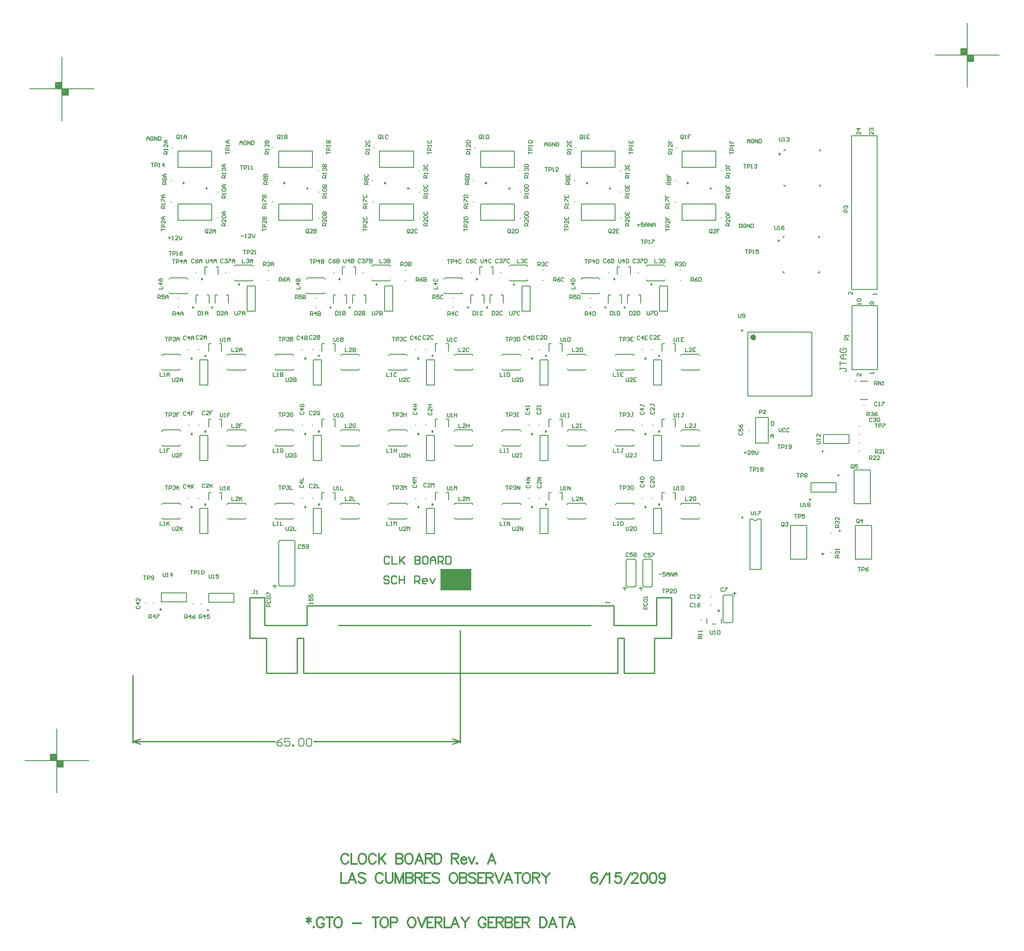
<source format=gto>
%FSLAX23Y23*%
%MOIN*%
G70*
G01*
G75*
G04 Layer_Color=65535*
%ADD10C,0.005*%
%ADD11C,0.040*%
%ADD12R,0.085X0.138*%
%ADD13R,0.085X0.043*%
%ADD14R,0.085X0.043*%
%ADD15R,0.060X0.086*%
%ADD16R,0.035X0.037*%
%ADD17R,0.035X0.037*%
%ADD18R,0.050X0.050*%
%ADD19O,0.098X0.028*%
%ADD20R,0.135X0.070*%
%ADD21R,0.228X0.228*%
%ADD22O,0.008X0.033*%
%ADD23O,0.033X0.008*%
%ADD24R,0.070X0.135*%
%ADD25R,0.138X0.085*%
%ADD26R,0.043X0.085*%
%ADD27R,0.043X0.085*%
%ADD28R,0.031X0.060*%
%ADD29R,0.014X0.060*%
%ADD30R,0.030X0.100*%
%ADD31R,0.050X0.050*%
%ADD32R,0.048X0.078*%
%ADD33R,0.100X0.100*%
%ADD34O,0.010X0.061*%
%ADD35O,0.061X0.010*%
%ADD36O,0.024X0.087*%
%ADD37R,0.045X0.017*%
%ADD38R,0.028X0.036*%
%ADD39R,0.036X0.036*%
%ADD40R,0.087X0.024*%
%ADD41C,0.020*%
%ADD42C,0.010*%
%ADD43C,0.012*%
%ADD44R,1.181X0.787*%
%ADD45C,0.008*%
%ADD46C,0.012*%
%ADD47C,0.012*%
%ADD48C,0.236*%
%ADD49C,0.050*%
%ADD50C,0.020*%
%ADD51C,0.026*%
%ADD52R,0.059X0.059*%
%ADD53C,0.059*%
%ADD54C,0.024*%
%ADD55C,0.040*%
%ADD56C,0.030*%
%ADD57C,0.033*%
%ADD58C,0.055*%
G04:AMPARAMS|DCode=59|XSize=70mil|YSize=70mil|CornerRadius=0mil|HoleSize=0mil|Usage=FLASHONLY|Rotation=0.000|XOffset=0mil|YOffset=0mil|HoleType=Round|Shape=Relief|Width=10mil|Gap=10mil|Entries=4|*
%AMTHD59*
7,0,0,0.070,0.050,0.010,45*
%
%ADD59THD59*%
%ADD60C,0.007*%
%ADD61C,0.045*%
G04:AMPARAMS|DCode=62|XSize=95.433mil|YSize=95.433mil|CornerRadius=0mil|HoleSize=0mil|Usage=FLASHONLY|Rotation=0.000|XOffset=0mil|YOffset=0mil|HoleType=Round|Shape=Relief|Width=10mil|Gap=10mil|Entries=4|*
%AMTHD62*
7,0,0,0.095,0.075,0.010,45*
%
%ADD62THD62*%
%ADD63R,0.094X0.102*%
%ADD64O,0.087X0.024*%
%ADD65R,0.078X0.048*%
%ADD66O,0.028X0.098*%
%ADD67R,0.075X0.063*%
%ADD68R,1.181X0.787*%
%ADD69C,0.010*%
%ADD70C,0.010*%
%ADD71C,0.024*%
%ADD72C,0.008*%
%ADD73C,0.006*%
%ADD74R,0.240X0.165*%
D10*
X13270Y10992D02*
Y10967D01*
X13275Y10962D01*
X13285D01*
X13290Y10967D01*
Y10992D01*
X13320Y10962D02*
X13300D01*
X13320Y10982D01*
Y10987D01*
X13315Y10992D01*
X13305D01*
X13300Y10987D01*
X13330Y10962D02*
Y10992D01*
X13350Y10962D01*
Y10992D01*
X12384D02*
Y10967D01*
X12389Y10962D01*
X12399D01*
X12404Y10967D01*
Y10992D01*
X12434Y10962D02*
X12414D01*
X12434Y10982D01*
Y10987D01*
X12429Y10992D01*
X12419D01*
X12414Y10987D01*
X12444Y10962D02*
Y10992D01*
X12454Y10982D01*
X12464Y10992D01*
Y10962D01*
X12384Y11563D02*
Y11538D01*
X12389Y11533D01*
X12399D01*
X12404Y11538D01*
Y11563D01*
X12434Y11533D02*
X12414D01*
X12434Y11553D01*
Y11558D01*
X12429Y11563D01*
X12419D01*
X12414Y11558D01*
X12444Y11563D02*
Y11533D01*
Y11548D01*
X12464D01*
Y11563D01*
Y11533D01*
X11498Y11563D02*
Y11538D01*
X11503Y11533D01*
X11513D01*
X11518Y11538D01*
Y11563D01*
X11548Y11533D02*
X11528D01*
X11548Y11553D01*
Y11558D01*
X11543Y11563D01*
X11533D01*
X11528Y11558D01*
X11578D02*
X11573Y11563D01*
X11563D01*
X11558Y11558D01*
Y11538D01*
X11563Y11533D01*
X11573D01*
X11578Y11538D01*
Y11548D01*
X11568D01*
X13644Y11307D02*
Y11282D01*
X13649Y11277D01*
X13659D01*
X13664Y11282D01*
Y11307D01*
X13674Y11277D02*
X13684D01*
X13679D01*
Y11307D01*
X13674Y11302D01*
X13699Y11277D02*
Y11307D01*
X13719Y11277D01*
Y11307D01*
X12758D02*
Y11282D01*
X12763Y11277D01*
X12773D01*
X12778Y11282D01*
Y11307D01*
X12788Y11277D02*
X12798D01*
X12793D01*
Y11307D01*
X12788Y11302D01*
X12813Y11277D02*
Y11307D01*
X12823Y11297D01*
X12833Y11307D01*
Y11277D01*
X12758Y11878D02*
Y11853D01*
X12763Y11848D01*
X12773D01*
X12778Y11853D01*
Y11878D01*
X12788Y11848D02*
X12798D01*
X12793D01*
Y11878D01*
X12788Y11873D01*
X12813Y11878D02*
Y11848D01*
Y11863D01*
X12833D01*
Y11878D01*
Y11848D01*
X11872Y11878D02*
Y11853D01*
X11877Y11848D01*
X11887D01*
X11892Y11853D01*
Y11878D01*
X11902Y11848D02*
X11912D01*
X11907D01*
Y11878D01*
X11902Y11873D01*
X11947D02*
X11942Y11878D01*
X11932D01*
X11927Y11873D01*
Y11853D01*
X11932Y11848D01*
X11942D01*
X11947Y11853D01*
Y11863D01*
X11937D01*
X13215Y11311D02*
X13235D01*
X13225D01*
Y11281D01*
X13245D02*
Y11311D01*
X13260D01*
X13265Y11306D01*
Y11296D01*
X13260Y11291D01*
X13245D01*
X13275Y11306D02*
X13280Y11311D01*
X13290D01*
X13295Y11306D01*
Y11301D01*
X13290Y11296D01*
X13285D01*
X13290D01*
X13295Y11291D01*
Y11286D01*
X13290Y11281D01*
X13280D01*
X13275Y11286D01*
X13305Y11281D02*
Y11311D01*
X13325Y11281D01*
Y11311D01*
X12329D02*
X12349D01*
X12339D01*
Y11281D01*
X12359D02*
Y11311D01*
X12374D01*
X12379Y11306D01*
Y11296D01*
X12374Y11291D01*
X12359D01*
X12389Y11306D02*
X12394Y11311D01*
X12404D01*
X12409Y11306D01*
Y11301D01*
X12404Y11296D01*
X12399D01*
X12404D01*
X12409Y11291D01*
Y11286D01*
X12404Y11281D01*
X12394D01*
X12389Y11286D01*
X12419Y11281D02*
Y11311D01*
X12429Y11301D01*
X12439Y11311D01*
Y11281D01*
X12329Y11882D02*
X12349D01*
X12339D01*
Y11852D01*
X12359D02*
Y11882D01*
X12374D01*
X12379Y11877D01*
Y11867D01*
X12374Y11862D01*
X12359D01*
X12389Y11877D02*
X12394Y11882D01*
X12404D01*
X12409Y11877D01*
Y11872D01*
X12404Y11867D01*
X12399D01*
X12404D01*
X12409Y11862D01*
Y11857D01*
X12404Y11852D01*
X12394D01*
X12389Y11857D01*
X12419Y11882D02*
Y11852D01*
Y11867D01*
X12439D01*
Y11882D01*
Y11852D01*
X11443Y11882D02*
X11463D01*
X11453D01*
Y11852D01*
X11473D02*
Y11882D01*
X11488D01*
X11493Y11877D01*
Y11867D01*
X11488Y11862D01*
X11473D01*
X11503Y11877D02*
X11508Y11882D01*
X11518D01*
X11523Y11877D01*
Y11872D01*
X11518Y11867D01*
X11513D01*
X11518D01*
X11523Y11862D01*
Y11857D01*
X11518Y11852D01*
X11508D01*
X11503Y11857D01*
X11553Y11877D02*
X11548Y11882D01*
X11538D01*
X11533Y11877D01*
Y11857D01*
X11538Y11852D01*
X11548D01*
X11553Y11857D01*
Y11867D01*
X11543D01*
X13735Y11224D02*
Y11194D01*
X13755D01*
X13785D02*
X13765D01*
X13785Y11214D01*
Y11219D01*
X13780Y11224D01*
X13770D01*
X13765Y11219D01*
X13795Y11194D02*
Y11224D01*
X13815Y11194D01*
Y11224D01*
X12849D02*
Y11194D01*
X12869D01*
X12899D02*
X12879D01*
X12899Y11214D01*
Y11219D01*
X12894Y11224D01*
X12884D01*
X12879Y11219D01*
X12909Y11194D02*
Y11224D01*
X12919Y11214D01*
X12929Y11224D01*
Y11194D01*
X12849Y11795D02*
Y11765D01*
X12869D01*
X12899D02*
X12879D01*
X12899Y11785D01*
Y11790D01*
X12894Y11795D01*
X12884D01*
X12879Y11790D01*
X12909Y11795D02*
Y11765D01*
Y11780D01*
X12929D01*
Y11795D01*
Y11765D01*
X11963Y11795D02*
Y11765D01*
X11983D01*
X12013D02*
X11993D01*
X12013Y11785D01*
Y11790D01*
X12008Y11795D01*
X11998D01*
X11993Y11790D01*
X12043D02*
X12038Y11795D01*
X12028D01*
X12023Y11790D01*
Y11770D01*
X12028Y11765D01*
X12038D01*
X12043Y11770D01*
Y11780D01*
X12033D01*
X13172Y11031D02*
Y11001D01*
X13192D01*
X13202D02*
X13212D01*
X13207D01*
Y11031D01*
X13202Y11026D01*
X13227Y11001D02*
Y11031D01*
X13247Y11001D01*
Y11031D01*
X12286D02*
Y11001D01*
X12306D01*
X12316D02*
X12326D01*
X12321D01*
Y11031D01*
X12316Y11026D01*
X12341Y11001D02*
Y11031D01*
X12351Y11021D01*
X12361Y11031D01*
Y11001D01*
X12286Y11602D02*
Y11572D01*
X12306D01*
X12316D02*
X12326D01*
X12321D01*
Y11602D01*
X12316Y11597D01*
X12341Y11602D02*
Y11572D01*
Y11587D01*
X12361D01*
Y11602D01*
Y11572D01*
X11400Y11602D02*
Y11572D01*
X11420D01*
X11430D02*
X11440D01*
X11435D01*
Y11602D01*
X11430Y11597D01*
X11475D02*
X11470Y11602D01*
X11460D01*
X11455Y11597D01*
Y11577D01*
X11460Y11572D01*
X11470D01*
X11475Y11577D01*
Y11587D01*
X11465D01*
X13382Y11314D02*
X13377Y11309D01*
Y11299D01*
X13382Y11294D01*
X13402D01*
X13407Y11299D01*
Y11309D01*
X13402Y11314D01*
X13407Y11338D02*
X13377D01*
X13392Y11323D01*
Y11343D01*
X13407Y11353D02*
X13377D01*
X13407Y11373D01*
X13377D01*
X12495Y11316D02*
X12490Y11311D01*
Y11301D01*
X12495Y11296D01*
X12515D01*
X12520Y11301D01*
Y11311D01*
X12515Y11316D01*
X12520Y11340D02*
X12490D01*
X12505Y11325D01*
Y11345D01*
X12520Y11355D02*
X12490D01*
X12500Y11365D01*
X12490Y11375D01*
X12520D01*
X12498Y11887D02*
X12493Y11882D01*
Y11872D01*
X12498Y11867D01*
X12518D01*
X12523Y11872D01*
Y11882D01*
X12518Y11887D01*
X12523Y11911D02*
X12493D01*
X12508Y11896D01*
Y11916D01*
X12493Y11926D02*
X12523D01*
X12508D01*
Y11946D01*
X12493D01*
X12523D01*
X11615Y11888D02*
X11610Y11883D01*
Y11873D01*
X11615Y11868D01*
X11635D01*
X11640Y11873D01*
Y11883D01*
X11635Y11888D01*
X11640Y11912D02*
X11610D01*
X11625Y11897D01*
Y11917D01*
X11615Y11947D02*
X11610Y11942D01*
Y11932D01*
X11615Y11927D01*
X11635D01*
X11640Y11932D01*
Y11942D01*
X11635Y11947D01*
X11625D01*
Y11937D01*
X13466Y11315D02*
X13461Y11310D01*
Y11300D01*
X13466Y11295D01*
X13486D01*
X13491Y11300D01*
Y11310D01*
X13486Y11315D01*
X13491Y11344D02*
Y11324D01*
X13471Y11344D01*
X13466D01*
X13461Y11339D01*
Y11329D01*
X13466Y11324D01*
X13491Y11354D02*
X13461D01*
X13491Y11374D01*
X13461D01*
X12596Y11325D02*
X12591Y11329D01*
X12581D01*
X12576Y11325D01*
Y11305D01*
X12581Y11300D01*
X12591D01*
X12596Y11305D01*
X12626Y11300D02*
X12606D01*
X12626Y11320D01*
Y11325D01*
X12621Y11329D01*
X12611D01*
X12606Y11325D01*
X12636Y11300D02*
Y11329D01*
X12646Y11320D01*
X12656Y11329D01*
Y11300D01*
X12613Y11885D02*
X12608Y11880D01*
Y11870D01*
X12613Y11865D01*
X12633D01*
X12638Y11870D01*
Y11880D01*
X12633Y11885D01*
X12638Y11914D02*
Y11894D01*
X12618Y11914D01*
X12613D01*
X12608Y11909D01*
Y11899D01*
X12613Y11894D01*
X12608Y11924D02*
X12638D01*
X12623D01*
Y11944D01*
X12608D01*
X12638D01*
X11703Y11888D02*
X11698Y11893D01*
X11688D01*
X11683Y11888D01*
Y11868D01*
X11688Y11863D01*
X11698D01*
X11703Y11868D01*
X11733Y11863D02*
X11713D01*
X11733Y11883D01*
Y11888D01*
X11728Y11893D01*
X11718D01*
X11713Y11888D01*
X11763D02*
X11758Y11893D01*
X11748D01*
X11743Y11888D01*
Y11868D01*
X11748Y11863D01*
X11758D01*
X11763Y11868D01*
Y11878D01*
X11753D01*
X14156Y10992D02*
Y10967D01*
X14161Y10962D01*
X14171D01*
X14176Y10967D01*
Y10992D01*
X14206Y10962D02*
X14186D01*
X14206Y10982D01*
Y10987D01*
X14201Y10992D01*
X14191D01*
X14186Y10987D01*
X14231Y10992D02*
X14221D01*
X14216Y10987D01*
Y10967D01*
X14221Y10962D01*
X14231D01*
X14236Y10967D01*
Y10987D01*
X14231Y10992D01*
X11498D02*
Y10967D01*
X11503Y10962D01*
X11513D01*
X11518Y10967D01*
Y10992D01*
X11548Y10962D02*
X11528D01*
X11548Y10982D01*
Y10987D01*
X11543Y10992D01*
X11533D01*
X11528Y10987D01*
X11558Y10992D02*
Y10962D01*
X11578D01*
X10613Y10992D02*
Y10967D01*
X10618Y10962D01*
X10628D01*
X10633Y10967D01*
Y10992D01*
X10663Y10962D02*
X10643D01*
X10663Y10982D01*
Y10987D01*
X10658Y10992D01*
X10648D01*
X10643Y10987D01*
X10673Y10992D02*
Y10962D01*
Y10972D01*
X10693Y10992D01*
X10678Y10977D01*
X10693Y10962D01*
X14156Y11563D02*
Y11538D01*
X14161Y11533D01*
X14171D01*
X14176Y11538D01*
Y11563D01*
X14206Y11533D02*
X14186D01*
X14206Y11553D01*
Y11558D01*
X14201Y11563D01*
X14191D01*
X14186Y11558D01*
X14236Y11563D02*
X14226D01*
X14231D01*
Y11538D01*
X14226Y11533D01*
X14221D01*
X14216Y11538D01*
X13270Y11563D02*
Y11538D01*
X13275Y11533D01*
X13285D01*
X13290Y11538D01*
Y11563D01*
X13320Y11533D02*
X13300D01*
X13320Y11553D01*
Y11558D01*
X13315Y11563D01*
X13305D01*
X13300Y11558D01*
X13330Y11563D02*
X13340D01*
X13335D01*
Y11533D01*
X13330D01*
X13340D01*
X10613Y11563D02*
Y11538D01*
X10618Y11533D01*
X10628D01*
X10633Y11538D01*
Y11563D01*
X10663Y11533D02*
X10643D01*
X10663Y11553D01*
Y11558D01*
X10658Y11563D01*
X10648D01*
X10643Y11558D01*
X10693Y11563D02*
X10673D01*
Y11548D01*
X10683D01*
X10673D01*
Y11533D01*
X14530Y11307D02*
Y11282D01*
X14535Y11277D01*
X14545D01*
X14550Y11282D01*
Y11307D01*
X14560Y11277D02*
X14570D01*
X14565D01*
Y11307D01*
X14560Y11302D01*
X14600Y11307D02*
X14590D01*
X14585Y11302D01*
Y11282D01*
X14590Y11277D01*
X14600D01*
X14605Y11282D01*
Y11302D01*
X14600Y11307D01*
X11872D02*
Y11282D01*
X11877Y11277D01*
X11887D01*
X11892Y11282D01*
Y11307D01*
X11902Y11277D02*
X11912D01*
X11907D01*
Y11307D01*
X11902Y11302D01*
X11927Y11307D02*
Y11277D01*
X11947D01*
X10987Y11307D02*
Y11282D01*
X10992Y11277D01*
X11002D01*
X11007Y11282D01*
Y11307D01*
X11017Y11277D02*
X11027D01*
X11022D01*
Y11307D01*
X11017Y11302D01*
X11042Y11307D02*
Y11277D01*
Y11287D01*
X11062Y11307D01*
X11047Y11292D01*
X11062Y11277D01*
X14530Y11878D02*
Y11853D01*
X14535Y11848D01*
X14545D01*
X14550Y11853D01*
Y11878D01*
X14560Y11848D02*
X14570D01*
X14565D01*
Y11878D01*
X14560Y11873D01*
X14605Y11878D02*
X14595D01*
X14600D01*
Y11853D01*
X14595Y11848D01*
X14590D01*
X14585Y11853D01*
X13644Y11878D02*
Y11853D01*
X13649Y11848D01*
X13659D01*
X13664Y11853D01*
Y11878D01*
X13674Y11848D02*
X13684D01*
X13679D01*
Y11878D01*
X13674Y11873D01*
X13699Y11878D02*
X13709D01*
X13704D01*
Y11848D01*
X13699D01*
X13709D01*
X10987Y11878D02*
Y11853D01*
X10992Y11848D01*
X11002D01*
X11007Y11853D01*
Y11878D01*
X11017Y11848D02*
X11027D01*
X11022D01*
Y11878D01*
X11017Y11873D01*
X11062Y11878D02*
X11042D01*
Y11863D01*
X11052D01*
X11042D01*
Y11848D01*
X14101Y11311D02*
X14121D01*
X14111D01*
Y11281D01*
X14131D02*
Y11311D01*
X14146D01*
X14151Y11306D01*
Y11296D01*
X14146Y11291D01*
X14131D01*
X14161Y11306D02*
X14166Y11311D01*
X14176D01*
X14181Y11306D01*
Y11301D01*
X14176Y11296D01*
X14171D01*
X14176D01*
X14181Y11291D01*
Y11286D01*
X14176Y11281D01*
X14166D01*
X14161Y11286D01*
X14206Y11311D02*
X14196D01*
X14191Y11306D01*
Y11286D01*
X14196Y11281D01*
X14206D01*
X14211Y11286D01*
Y11306D01*
X14206Y11311D01*
X11443D02*
X11463D01*
X11453D01*
Y11281D01*
X11473D02*
Y11311D01*
X11488D01*
X11493Y11306D01*
Y11296D01*
X11488Y11291D01*
X11473D01*
X11503Y11306D02*
X11508Y11311D01*
X11518D01*
X11523Y11306D01*
Y11301D01*
X11518Y11296D01*
X11513D01*
X11518D01*
X11523Y11291D01*
Y11286D01*
X11518Y11281D01*
X11508D01*
X11503Y11286D01*
X11533Y11311D02*
Y11281D01*
X11553D01*
X10557Y11311D02*
X10577D01*
X10567D01*
Y11281D01*
X10587D02*
Y11311D01*
X10602D01*
X10607Y11306D01*
Y11296D01*
X10602Y11291D01*
X10587D01*
X10617Y11306D02*
X10622Y11311D01*
X10632D01*
X10637Y11306D01*
Y11301D01*
X10632Y11296D01*
X10627D01*
X10632D01*
X10637Y11291D01*
Y11286D01*
X10632Y11281D01*
X10622D01*
X10617Y11286D01*
X10647Y11311D02*
Y11281D01*
Y11291D01*
X10667Y11311D01*
X10652Y11296D01*
X10667Y11281D01*
X14101Y11882D02*
X14121D01*
X14111D01*
Y11852D01*
X14131D02*
Y11882D01*
X14146D01*
X14151Y11877D01*
Y11867D01*
X14146Y11862D01*
X14131D01*
X14161Y11877D02*
X14166Y11882D01*
X14176D01*
X14181Y11877D01*
Y11872D01*
X14176Y11867D01*
X14171D01*
X14176D01*
X14181Y11862D01*
Y11857D01*
X14176Y11852D01*
X14166D01*
X14161Y11857D01*
X14211Y11882D02*
X14201D01*
X14206D01*
Y11857D01*
X14201Y11852D01*
X14196D01*
X14191Y11857D01*
X13215Y11882D02*
X13235D01*
X13225D01*
Y11852D01*
X13245D02*
Y11882D01*
X13260D01*
X13265Y11877D01*
Y11867D01*
X13260Y11862D01*
X13245D01*
X13275Y11877D02*
X13280Y11882D01*
X13290D01*
X13295Y11877D01*
Y11872D01*
X13290Y11867D01*
X13285D01*
X13290D01*
X13295Y11862D01*
Y11857D01*
X13290Y11852D01*
X13280D01*
X13275Y11857D01*
X13305Y11882D02*
X13315D01*
X13310D01*
Y11852D01*
X13305D01*
X13315D01*
X10557Y11882D02*
X10577D01*
X10567D01*
Y11852D01*
X10587D02*
Y11882D01*
X10602D01*
X10607Y11877D01*
Y11867D01*
X10602Y11862D01*
X10587D01*
X10617Y11877D02*
X10622Y11882D01*
X10632D01*
X10637Y11877D01*
Y11872D01*
X10632Y11867D01*
X10627D01*
X10632D01*
X10637Y11862D01*
Y11857D01*
X10632Y11852D01*
X10622D01*
X10617Y11857D01*
X10667Y11882D02*
X10647D01*
Y11867D01*
X10657D01*
X10647D01*
Y11852D01*
X14620Y11224D02*
Y11194D01*
X14640D01*
X14670D02*
X14650D01*
X14670Y11214D01*
Y11219D01*
X14665Y11224D01*
X14655D01*
X14650Y11219D01*
X14695Y11224D02*
X14685D01*
X14680Y11219D01*
Y11199D01*
X14685Y11194D01*
X14695D01*
X14700Y11199D01*
Y11219D01*
X14695Y11224D01*
X11963D02*
Y11194D01*
X11983D01*
X12013D02*
X11993D01*
X12013Y11214D01*
Y11219D01*
X12008Y11224D01*
X11998D01*
X11993Y11219D01*
X12023Y11224D02*
Y11194D01*
X12043D01*
X11077Y11224D02*
Y11194D01*
X11097D01*
X11127D02*
X11107D01*
X11127Y11214D01*
Y11219D01*
X11122Y11224D01*
X11112D01*
X11107Y11219D01*
X11137Y11224D02*
Y11194D01*
Y11204D01*
X11157Y11224D01*
X11142Y11209D01*
X11157Y11194D01*
X14620Y11795D02*
Y11765D01*
X14640D01*
X14670D02*
X14650D01*
X14670Y11785D01*
Y11790D01*
X14665Y11795D01*
X14655D01*
X14650Y11790D01*
X14700Y11795D02*
X14690D01*
X14695D01*
Y11770D01*
X14690Y11765D01*
X14685D01*
X14680Y11770D01*
X13735Y11795D02*
Y11765D01*
X13755D01*
X13785D02*
X13765D01*
X13785Y11785D01*
Y11790D01*
X13780Y11795D01*
X13770D01*
X13765Y11790D01*
X13795Y11795D02*
X13805D01*
X13800D01*
Y11765D01*
X13795D01*
X13805D01*
X11077Y11795D02*
Y11765D01*
X11097D01*
X11127D02*
X11107D01*
X11127Y11785D01*
Y11790D01*
X11122Y11795D01*
X11112D01*
X11107Y11790D01*
X11157Y11795D02*
X11137D01*
Y11780D01*
X11147D01*
X11137D01*
Y11765D01*
X14057Y11031D02*
Y11001D01*
X14077D01*
X14087D02*
X14097D01*
X14092D01*
Y11031D01*
X14087Y11026D01*
X14127Y11031D02*
X14117D01*
X14112Y11026D01*
Y11006D01*
X14117Y11001D01*
X14127D01*
X14132Y11006D01*
Y11026D01*
X14127Y11031D01*
X11400D02*
Y11001D01*
X11420D01*
X11430D02*
X11440D01*
X11435D01*
Y11031D01*
X11430Y11026D01*
X11455Y11031D02*
Y11001D01*
X11475D01*
X10514Y11031D02*
Y11001D01*
X10534D01*
X10544D02*
X10554D01*
X10549D01*
Y11031D01*
X10544Y11026D01*
X10569Y11031D02*
Y11001D01*
Y11011D01*
X10589Y11031D01*
X10574Y11016D01*
X10589Y11001D01*
X14057Y11602D02*
Y11572D01*
X14077D01*
X14087D02*
X14097D01*
X14092D01*
Y11602D01*
X14087Y11597D01*
X14132Y11602D02*
X14122D01*
X14127D01*
Y11577D01*
X14122Y11572D01*
X14117D01*
X14112Y11577D01*
X13172Y11602D02*
Y11572D01*
X13192D01*
X13202D02*
X13212D01*
X13207D01*
Y11602D01*
X13202Y11597D01*
X13227Y11602D02*
X13237D01*
X13232D01*
Y11572D01*
X13227D01*
X13237D01*
X10514Y11602D02*
Y11572D01*
X10534D01*
X10544D02*
X10554D01*
X10549D01*
Y11602D01*
X10544Y11597D01*
X10589Y11602D02*
X10569D01*
Y11587D01*
X10579D01*
X10569D01*
Y11572D01*
X14272Y11321D02*
X14267Y11316D01*
Y11306D01*
X14272Y11301D01*
X14292D01*
X14297Y11306D01*
Y11316D01*
X14292Y11321D01*
X14297Y11345D02*
X14267D01*
X14282Y11330D01*
Y11350D01*
X14267Y11375D02*
Y11365D01*
X14272Y11360D01*
X14292D01*
X14297Y11365D01*
Y11375D01*
X14292Y11380D01*
X14272D01*
X14267Y11375D01*
X11612Y11316D02*
X11607Y11311D01*
Y11301D01*
X11612Y11296D01*
X11632D01*
X11637Y11301D01*
Y11311D01*
X11632Y11316D01*
X11637Y11340D02*
X11607D01*
X11622Y11325D01*
Y11345D01*
X11607Y11355D02*
X11637D01*
Y11375D01*
X10719Y11314D02*
X10714Y11319D01*
X10704D01*
X10699Y11314D01*
Y11294D01*
X10704Y11289D01*
X10714D01*
X10719Y11294D01*
X10744Y11289D02*
Y11319D01*
X10729Y11304D01*
X10749D01*
X10759Y11319D02*
Y11289D01*
Y11299D01*
X10779Y11319D01*
X10764Y11304D01*
X10779Y11289D01*
X14270Y11888D02*
X14265Y11883D01*
Y11873D01*
X14270Y11868D01*
X14290D01*
X14295Y11873D01*
Y11883D01*
X14290Y11888D01*
X14295Y11912D02*
X14265D01*
X14280Y11897D01*
Y11917D01*
X14265Y11947D02*
Y11937D01*
Y11942D01*
X14290D01*
X14295Y11937D01*
Y11932D01*
X14290Y11927D01*
X13377Y11888D02*
X13372Y11883D01*
Y11873D01*
X13377Y11868D01*
X13397D01*
X13402Y11873D01*
Y11883D01*
X13397Y11888D01*
X13402Y11912D02*
X13372D01*
X13387Y11897D01*
Y11917D01*
X13372Y11927D02*
Y11937D01*
Y11932D01*
X13402D01*
Y11927D01*
Y11937D01*
X10719Y11885D02*
X10714Y11890D01*
X10704D01*
X10699Y11885D01*
Y11865D01*
X10704Y11860D01*
X10714D01*
X10719Y11865D01*
X10744Y11860D02*
Y11890D01*
X10729Y11875D01*
X10749D01*
X10779Y11890D02*
X10759D01*
Y11875D01*
X10769D01*
X10759D01*
Y11860D01*
X14349Y11322D02*
X14344Y11317D01*
Y11307D01*
X14349Y11302D01*
X14369D01*
X14374Y11307D01*
Y11317D01*
X14369Y11322D01*
X14374Y11351D02*
Y11331D01*
X14354Y11351D01*
X14349D01*
X14344Y11346D01*
Y11336D01*
X14349Y11331D01*
X14344Y11376D02*
Y11366D01*
X14349Y11361D01*
X14369D01*
X14374Y11366D01*
Y11376D01*
X14369Y11381D01*
X14349D01*
X14344Y11376D01*
X11703Y11318D02*
X11698Y11323D01*
X11688D01*
X11683Y11318D01*
Y11298D01*
X11688Y11293D01*
X11698D01*
X11703Y11298D01*
X11733Y11293D02*
X11713D01*
X11733Y11313D01*
Y11318D01*
X11728Y11323D01*
X11718D01*
X11713Y11318D01*
X11743Y11323D02*
Y11293D01*
X11763D01*
X10866Y11321D02*
X10861Y11325D01*
X10851D01*
X10846Y11321D01*
Y11301D01*
X10851Y11296D01*
X10861D01*
X10866Y11301D01*
X10896Y11296D02*
X10876D01*
X10896Y11316D01*
Y11321D01*
X10891Y11325D01*
X10881D01*
X10876Y11321D01*
X10906Y11325D02*
Y11296D01*
Y11306D01*
X10926Y11325D01*
X10911Y11311D01*
X10926Y11296D01*
X14352Y11892D02*
X14347Y11887D01*
Y11877D01*
X14352Y11872D01*
X14372D01*
X14377Y11877D01*
Y11887D01*
X14372Y11892D01*
X14377Y11921D02*
Y11901D01*
X14357Y11921D01*
X14352D01*
X14347Y11916D01*
Y11906D01*
X14352Y11901D01*
X14347Y11951D02*
Y11941D01*
Y11946D01*
X14372D01*
X14377Y11941D01*
Y11936D01*
X14372Y11931D01*
X13463Y11889D02*
X13458Y11884D01*
Y11874D01*
X13463Y11869D01*
X13483D01*
X13488Y11874D01*
Y11884D01*
X13483Y11889D01*
X13488Y11918D02*
Y11898D01*
X13468Y11918D01*
X13463D01*
X13458Y11913D01*
Y11903D01*
X13463Y11898D01*
X13458Y11928D02*
Y11938D01*
Y11933D01*
X13488D01*
Y11928D01*
Y11938D01*
X10866Y11889D02*
X10861Y11894D01*
X10851D01*
X10846Y11889D01*
Y11870D01*
X10851Y11865D01*
X10861D01*
X10866Y11870D01*
X10896Y11865D02*
X10876D01*
X10896Y11885D01*
Y11889D01*
X10891Y11894D01*
X10881D01*
X10876Y11889D01*
X10926Y11894D02*
X10906D01*
Y11880D01*
X10916D01*
X10906D01*
Y11865D01*
X15315Y13341D02*
Y13317D01*
X15320Y13312D01*
X15330D01*
X15335Y13317D01*
Y13341D01*
X15345Y13312D02*
X15355D01*
X15350D01*
Y13341D01*
X15345Y13337D01*
X15390Y13341D02*
X15380Y13337D01*
X15370Y13327D01*
Y13317D01*
X15375Y13312D01*
X15385D01*
X15390Y13317D01*
Y13322D01*
X15385Y13327D01*
X15370D01*
X15353Y14032D02*
Y14007D01*
X15358Y14002D01*
X15368D01*
X15373Y14007D01*
Y14032D01*
X15383Y14002D02*
X15393D01*
X15388D01*
Y14032D01*
X15383Y14027D01*
X15408D02*
X15413Y14032D01*
X15423D01*
X15428Y14027D01*
Y14022D01*
X15423Y14017D01*
X15418D01*
X15423D01*
X15428Y14012D01*
Y14007D01*
X15423Y14002D01*
X15413D01*
X15408Y14007D01*
X10753Y10648D02*
X10773D01*
X10763D01*
Y10619D01*
X10783D02*
Y10648D01*
X10798D01*
X10803Y10644D01*
Y10634D01*
X10798Y10629D01*
X10783D01*
X10813Y10619D02*
X10823D01*
X10818D01*
Y10648D01*
X10813Y10644D01*
X10838D02*
X10843Y10648D01*
X10853D01*
X10858Y10644D01*
Y10624D01*
X10853Y10619D01*
X10843D01*
X10838Y10624D01*
Y10644D01*
X10387Y10606D02*
X10407D01*
X10397D01*
Y10576D01*
X10417D02*
Y10606D01*
X10432D01*
X10437Y10601D01*
Y10591D01*
X10432Y10586D01*
X10417D01*
X10447Y10581D02*
X10452Y10576D01*
X10462D01*
X10467Y10581D01*
Y10601D01*
X10462Y10606D01*
X10452D01*
X10447Y10601D01*
Y10596D01*
X10452Y10591D01*
X10467D01*
X15488Y11407D02*
X15508D01*
X15498D01*
Y11377D01*
X15518D02*
Y11407D01*
X15533D01*
X15538Y11402D01*
Y11392D01*
X15533Y11387D01*
X15518D01*
X15548Y11402D02*
X15553Y11407D01*
X15563D01*
X15568Y11402D01*
Y11397D01*
X15563Y11392D01*
X15568Y11387D01*
Y11382D01*
X15563Y11377D01*
X15553D01*
X15548Y11382D01*
Y11387D01*
X15553Y11392D01*
X15548Y11397D01*
Y11402D01*
X15553Y11392D02*
X15563D01*
X16099Y11795D02*
X16119D01*
X16109D01*
Y11766D01*
X16129D02*
Y11795D01*
X16144D01*
X16149Y11790D01*
Y11781D01*
X16144Y11776D01*
X16129D01*
X16159Y11795D02*
X16179D01*
Y11790D01*
X16159Y11771D01*
Y11766D01*
X15964Y10674D02*
X15984D01*
X15974D01*
Y10645D01*
X15994D02*
Y10674D01*
X16009D01*
X16014Y10670D01*
Y10660D01*
X16009Y10655D01*
X15994D01*
X16044Y10674D02*
X16034Y10670D01*
X16024Y10660D01*
Y10650D01*
X16029Y10645D01*
X16039D01*
X16044Y10650D01*
Y10655D01*
X16039Y10660D01*
X16024D01*
X15469Y11088D02*
X15489D01*
X15479D01*
Y11058D01*
X15499D02*
Y11088D01*
X15514D01*
X15519Y11083D01*
Y11073D01*
X15514Y11068D01*
X15499D01*
X15549Y11088D02*
X15529D01*
Y11073D01*
X15539Y11078D01*
X15544D01*
X15549Y11073D01*
Y11063D01*
X15544Y11058D01*
X15534D01*
X15529Y11063D01*
X13831Y13078D02*
X13851D01*
X13841D01*
Y13048D01*
X13861D02*
Y13078D01*
X13876D01*
X13881Y13073D01*
Y13063D01*
X13876Y13058D01*
X13861D01*
X13906Y13048D02*
Y13078D01*
X13891Y13063D01*
X13911D01*
X13921Y13078D02*
Y13048D01*
X13936D01*
X13941Y13053D01*
Y13073D01*
X13936Y13078D01*
X13921D01*
X12758D02*
X12778D01*
X12768D01*
Y13048D01*
X12788D02*
Y13078D01*
X12803D01*
X12808Y13073D01*
Y13063D01*
X12803Y13058D01*
X12788D01*
X12833Y13048D02*
Y13078D01*
X12818Y13063D01*
X12838D01*
X12868Y13073D02*
X12863Y13078D01*
X12853D01*
X12848Y13073D01*
Y13053D01*
X12853Y13048D01*
X12863D01*
X12868Y13053D01*
X11685Y13078D02*
X11705D01*
X11695D01*
Y13048D01*
X11715D02*
Y13078D01*
X11730D01*
X11735Y13073D01*
Y13063D01*
X11730Y13058D01*
X11715D01*
X11760Y13048D02*
Y13078D01*
X11745Y13063D01*
X11765D01*
X11775Y13078D02*
Y13048D01*
X11790D01*
X11795Y13053D01*
Y13058D01*
X11790Y13063D01*
X11775D01*
X11790D01*
X11795Y13068D01*
Y13073D01*
X11790Y13078D01*
X11775D01*
X10612D02*
X10632D01*
X10622D01*
Y13048D01*
X10642D02*
Y13078D01*
X10657D01*
X10662Y13073D01*
Y13063D01*
X10657Y13058D01*
X10642D01*
X10687Y13048D02*
Y13078D01*
X10672Y13063D01*
X10692D01*
X10702Y13048D02*
Y13068D01*
X10712Y13078D01*
X10722Y13068D01*
Y13048D01*
Y13063D01*
X10702D01*
X13215Y12472D02*
X13235D01*
X13225D01*
Y12442D01*
X13245D02*
Y12472D01*
X13260D01*
X13265Y12467D01*
Y12457D01*
X13260Y12452D01*
X13245D01*
X13275Y12467D02*
X13280Y12472D01*
X13290D01*
X13295Y12467D01*
Y12462D01*
X13290Y12457D01*
X13285D01*
X13290D01*
X13295Y12452D01*
Y12447D01*
X13290Y12442D01*
X13280D01*
X13275Y12447D01*
X13305Y12472D02*
Y12442D01*
X13320D01*
X13325Y12447D01*
Y12467D01*
X13320Y12472D01*
X13305D01*
X12329D02*
X12349D01*
X12339D01*
Y12442D01*
X12359D02*
Y12472D01*
X12374D01*
X12379Y12467D01*
Y12457D01*
X12374Y12452D01*
X12359D01*
X12389Y12467D02*
X12394Y12472D01*
X12404D01*
X12409Y12467D01*
Y12462D01*
X12404Y12457D01*
X12399D01*
X12404D01*
X12409Y12452D01*
Y12447D01*
X12404Y12442D01*
X12394D01*
X12389Y12447D01*
X12439Y12467D02*
X12434Y12472D01*
X12424D01*
X12419Y12467D01*
Y12447D01*
X12424Y12442D01*
X12434D01*
X12439Y12447D01*
X10557Y12472D02*
X10577D01*
X10567D01*
Y12442D01*
X10587D02*
Y12472D01*
X10602D01*
X10607Y12467D01*
Y12457D01*
X10602Y12452D01*
X10587D01*
X10617Y12467D02*
X10622Y12472D01*
X10632D01*
X10637Y12467D01*
Y12462D01*
X10632Y12457D01*
X10627D01*
X10632D01*
X10637Y12452D01*
Y12447D01*
X10632Y12442D01*
X10622D01*
X10617Y12447D01*
X10647Y12442D02*
Y12462D01*
X10657Y12472D01*
X10667Y12462D01*
Y12442D01*
Y12457D01*
X10647D01*
X14464Y13300D02*
Y13320D01*
Y13310D01*
X14494D01*
Y13330D02*
X14464D01*
Y13345D01*
X14469Y13350D01*
X14479D01*
X14484Y13345D01*
Y13330D01*
X14494Y13380D02*
Y13360D01*
X14474Y13380D01*
X14469D01*
X14464Y13375D01*
Y13365D01*
X14469Y13360D01*
X14464Y13410D02*
Y13390D01*
X14479D01*
Y13400D01*
Y13390D01*
X14494D01*
X13677Y13300D02*
Y13320D01*
Y13310D01*
X13707D01*
Y13330D02*
X13677D01*
Y13345D01*
X13682Y13350D01*
X13692D01*
X13697Y13345D01*
Y13330D01*
X13707Y13380D02*
Y13360D01*
X13687Y13380D01*
X13682D01*
X13677Y13375D01*
Y13365D01*
X13682Y13360D01*
X13677Y13410D02*
Y13390D01*
X13707D01*
Y13410D01*
X13692Y13390D02*
Y13400D01*
X12889Y13300D02*
Y13320D01*
Y13310D01*
X12919D01*
Y13330D02*
X12889D01*
Y13345D01*
X12894Y13350D01*
X12904D01*
X12909Y13345D01*
Y13330D01*
X12919Y13380D02*
Y13360D01*
X12899Y13380D01*
X12894D01*
X12889Y13375D01*
Y13365D01*
X12894Y13360D01*
X12889Y13390D02*
X12919D01*
Y13405D01*
X12914Y13410D01*
X12894D01*
X12889Y13405D01*
Y13390D01*
X12102Y13300D02*
Y13320D01*
Y13310D01*
X12132D01*
Y13330D02*
X12102D01*
Y13345D01*
X12107Y13350D01*
X12117D01*
X12122Y13345D01*
Y13330D01*
X12132Y13380D02*
Y13360D01*
X12112Y13380D01*
X12107D01*
X12102Y13375D01*
Y13365D01*
X12107Y13360D01*
Y13410D02*
X12102Y13405D01*
Y13395D01*
X12107Y13390D01*
X12127D01*
X12132Y13395D01*
Y13405D01*
X12127Y13410D01*
X11315Y13300D02*
Y13320D01*
Y13310D01*
X11345D01*
Y13330D02*
X11315D01*
Y13345D01*
X11320Y13350D01*
X11330D01*
X11335Y13345D01*
Y13330D01*
X11345Y13380D02*
Y13360D01*
X11325Y13380D01*
X11320D01*
X11315Y13375D01*
Y13365D01*
X11320Y13360D01*
X11315Y13390D02*
X11345D01*
Y13405D01*
X11340Y13410D01*
X11335D01*
X11330Y13405D01*
Y13390D01*
Y13405D01*
X11325Y13410D01*
X11320D01*
X11315Y13405D01*
Y13390D01*
X10527Y13300D02*
Y13320D01*
Y13310D01*
X10557D01*
Y13330D02*
X10527D01*
Y13345D01*
X10532Y13350D01*
X10542D01*
X10547Y13345D01*
Y13330D01*
X10557Y13380D02*
Y13360D01*
X10537Y13380D01*
X10532D01*
X10527Y13375D01*
Y13365D01*
X10532Y13360D01*
X10557Y13390D02*
X10537D01*
X10527Y13400D01*
X10537Y13410D01*
X10557D01*
X10542D01*
Y13390D01*
X14966Y13901D02*
Y13921D01*
Y13911D01*
X14996D01*
Y13931D02*
X14966D01*
Y13946D01*
X14971Y13951D01*
X14981D01*
X14986Y13946D01*
Y13931D01*
X14996Y13961D02*
Y13971D01*
Y13966D01*
X14966D01*
X14971Y13961D01*
X14966Y14006D02*
Y13986D01*
X14981D01*
Y13996D01*
Y13986D01*
X14996D01*
X14179Y13901D02*
Y13921D01*
Y13911D01*
X14209D01*
Y13931D02*
X14179D01*
Y13946D01*
X14184Y13951D01*
X14194D01*
X14199Y13946D01*
Y13931D01*
X14209Y13961D02*
Y13971D01*
Y13966D01*
X14179D01*
X14184Y13961D01*
X14179Y14006D02*
Y13986D01*
X14209D01*
Y14006D01*
X14194Y13986D02*
Y13996D01*
X13391Y13901D02*
Y13921D01*
Y13911D01*
X13421D01*
Y13931D02*
X13391D01*
Y13946D01*
X13396Y13951D01*
X13406D01*
X13411Y13946D01*
Y13931D01*
X13421Y13961D02*
Y13971D01*
Y13966D01*
X13391D01*
X13396Y13961D01*
X13391Y13986D02*
X13421D01*
Y14001D01*
X13416Y14006D01*
X13396D01*
X13391Y14001D01*
Y13986D01*
X12604Y13901D02*
Y13921D01*
Y13911D01*
X12634D01*
Y13931D02*
X12604D01*
Y13946D01*
X12609Y13951D01*
X12619D01*
X12624Y13946D01*
Y13931D01*
X12634Y13961D02*
Y13971D01*
Y13966D01*
X12604D01*
X12609Y13961D01*
Y14006D02*
X12604Y14001D01*
Y13991D01*
X12609Y13986D01*
X12629D01*
X12634Y13991D01*
Y14001D01*
X12629Y14006D01*
X11817Y13901D02*
Y13921D01*
Y13911D01*
X11847D01*
Y13931D02*
X11817D01*
Y13946D01*
X11822Y13951D01*
X11832D01*
X11837Y13946D01*
Y13931D01*
X11847Y13961D02*
Y13971D01*
Y13966D01*
X11817D01*
X11822Y13961D01*
X11817Y13986D02*
X11847D01*
Y14001D01*
X11842Y14006D01*
X11837D01*
X11832Y14001D01*
Y13986D01*
Y14001D01*
X11827Y14006D01*
X11822D01*
X11817Y14001D01*
Y13986D01*
X11029Y13901D02*
Y13921D01*
Y13911D01*
X11059D01*
Y13931D02*
X11029D01*
Y13946D01*
X11034Y13951D01*
X11044D01*
X11049Y13946D01*
Y13931D01*
X11059Y13961D02*
Y13971D01*
Y13966D01*
X11029D01*
X11034Y13961D01*
X11059Y13986D02*
X11039D01*
X11029Y13996D01*
X11039Y14006D01*
X11059D01*
X11044D01*
Y13986D01*
X15518Y11177D02*
Y11152D01*
X15523Y11147D01*
X15533D01*
X15538Y11152D01*
Y11177D01*
X15548Y11147D02*
X15558D01*
X15553D01*
Y11177D01*
X15548Y11172D01*
X15573D02*
X15578Y11177D01*
X15588D01*
X15593Y11172D01*
Y11167D01*
X15588Y11162D01*
X15593Y11157D01*
Y11152D01*
X15588Y11147D01*
X15578D01*
X15573Y11152D01*
Y11157D01*
X15578Y11162D01*
X15573Y11167D01*
Y11172D01*
X15578Y11162D02*
X15588D01*
X15132Y11112D02*
Y11088D01*
X15137Y11083D01*
X15147D01*
X15152Y11088D01*
Y11112D01*
X15162Y11083D02*
X15172D01*
X15167D01*
Y11112D01*
X15162Y11108D01*
X15187Y11112D02*
X15207D01*
Y11108D01*
X15187Y11088D01*
Y11083D01*
X10539Y10629D02*
Y10604D01*
X10544Y10599D01*
X10554D01*
X10559Y10604D01*
Y10629D01*
X10569Y10599D02*
X10579D01*
X10574D01*
Y10629D01*
X10569Y10624D01*
X10609Y10599D02*
Y10629D01*
X10594Y10614D01*
X10614D01*
X15642Y11638D02*
X15667D01*
X15672Y11643D01*
Y11653D01*
X15667Y11658D01*
X15642D01*
X15672Y11668D02*
Y11678D01*
Y11673D01*
X15642D01*
X15647Y11668D01*
X15672Y11713D02*
Y11693D01*
X15652Y11713D01*
X15647D01*
X15642Y11708D01*
Y11698D01*
X15647Y11693D01*
X10818Y12479D02*
X10813Y12484D01*
X10803D01*
X10798Y12479D01*
Y12459D01*
X10803Y12454D01*
X10813D01*
X10818Y12459D01*
X10848Y12454D02*
X10828D01*
X10848Y12474D01*
Y12479D01*
X10843Y12484D01*
X10833D01*
X10828Y12479D01*
X10858Y12454D02*
Y12474D01*
X10868Y12484D01*
X10878Y12474D01*
Y12454D01*
Y12469D01*
X10858D01*
X12589Y12479D02*
X12584Y12484D01*
X12574D01*
X12569Y12479D01*
Y12459D01*
X12574Y12454D01*
X12584D01*
X12589Y12459D01*
X12619Y12454D02*
X12599D01*
X12619Y12474D01*
Y12479D01*
X12614Y12484D01*
X12604D01*
X12599Y12479D01*
X12649D02*
X12644Y12484D01*
X12634D01*
X12629Y12479D01*
Y12459D01*
X12634Y12454D01*
X12644D01*
X12649Y12459D01*
X13475Y12479D02*
X13470Y12484D01*
X13460D01*
X13455Y12479D01*
Y12459D01*
X13460Y12454D01*
X13470D01*
X13475Y12459D01*
X13505Y12454D02*
X13485D01*
X13505Y12474D01*
Y12479D01*
X13500Y12484D01*
X13490D01*
X13485Y12479D01*
X13515Y12484D02*
Y12454D01*
X13530D01*
X13535Y12459D01*
Y12479D01*
X13530Y12484D01*
X13515D01*
X10719Y12475D02*
X10714Y12480D01*
X10704D01*
X10699Y12475D01*
Y12455D01*
X10704Y12450D01*
X10714D01*
X10719Y12455D01*
X10744Y12450D02*
Y12480D01*
X10729Y12465D01*
X10749D01*
X10759Y12450D02*
Y12470D01*
X10769Y12480D01*
X10779Y12470D01*
Y12450D01*
Y12465D01*
X10759D01*
X12491Y12475D02*
X12486Y12480D01*
X12476D01*
X12471Y12475D01*
Y12455D01*
X12476Y12450D01*
X12486D01*
X12491Y12455D01*
X12516Y12450D02*
Y12480D01*
X12501Y12465D01*
X12521D01*
X12551Y12475D02*
X12546Y12480D01*
X12536D01*
X12531Y12475D01*
Y12455D01*
X12536Y12450D01*
X12546D01*
X12551Y12455D01*
X13377Y12475D02*
X13372Y12480D01*
X13362D01*
X13357Y12475D01*
Y12455D01*
X13362Y12450D01*
X13372D01*
X13377Y12455D01*
X13402Y12450D02*
Y12480D01*
X13387Y12465D01*
X13407D01*
X13417Y12480D02*
Y12450D01*
X13432D01*
X13437Y12455D01*
Y12475D01*
X13432Y12480D01*
X13417D01*
X10782Y13077D02*
X10777Y13082D01*
X10767D01*
X10762Y13077D01*
Y13057D01*
X10767Y13052D01*
X10777D01*
X10782Y13057D01*
X10812Y13082D02*
X10802Y13077D01*
X10792Y13067D01*
Y13057D01*
X10797Y13052D01*
X10807D01*
X10812Y13057D01*
Y13062D01*
X10807Y13067D01*
X10792D01*
X10822Y13052D02*
Y13072D01*
X10832Y13082D01*
X10842Y13072D01*
Y13052D01*
Y13067D01*
X10822D01*
X11855Y13077D02*
X11850Y13082D01*
X11840D01*
X11835Y13077D01*
Y13057D01*
X11840Y13052D01*
X11850D01*
X11855Y13057D01*
X11885Y13082D02*
X11875Y13077D01*
X11865Y13067D01*
Y13057D01*
X11870Y13052D01*
X11880D01*
X11885Y13057D01*
Y13062D01*
X11880Y13067D01*
X11865D01*
X11895Y13082D02*
Y13052D01*
X11910D01*
X11915Y13057D01*
Y13062D01*
X11910Y13067D01*
X11895D01*
X11910D01*
X11915Y13072D01*
Y13077D01*
X11910Y13082D01*
X11895D01*
X12928Y13077D02*
X12923Y13082D01*
X12913D01*
X12908Y13077D01*
Y13057D01*
X12913Y13052D01*
X12923D01*
X12928Y13057D01*
X12958Y13082D02*
X12948Y13077D01*
X12938Y13067D01*
Y13057D01*
X12943Y13052D01*
X12953D01*
X12958Y13057D01*
Y13062D01*
X12953Y13067D01*
X12938D01*
X12988Y13077D02*
X12983Y13082D01*
X12973D01*
X12968Y13077D01*
Y13057D01*
X12973Y13052D01*
X12983D01*
X12988Y13057D01*
X14000Y13077D02*
X13995Y13082D01*
X13985D01*
X13980Y13077D01*
Y13057D01*
X13985Y13052D01*
X13995D01*
X14000Y13057D01*
X14030Y13082D02*
X14020Y13077D01*
X14010Y13067D01*
Y13057D01*
X14015Y13052D01*
X14025D01*
X14030Y13057D01*
Y13062D01*
X14025Y13067D01*
X14010D01*
X14040Y13082D02*
Y13052D01*
X14055D01*
X14060Y13057D01*
Y13077D01*
X14055Y13082D01*
X14040D01*
X14916Y10509D02*
X14911Y10514D01*
X14901D01*
X14896Y10509D01*
Y10490D01*
X14901Y10485D01*
X14911D01*
X14916Y10490D01*
X14926Y10514D02*
X14946D01*
Y10509D01*
X14926Y10490D01*
Y10485D01*
X16117Y11960D02*
X16112Y11964D01*
X16102D01*
X16097Y11960D01*
Y11940D01*
X16102Y11935D01*
X16112D01*
X16117Y11940D01*
X16127Y11935D02*
X16137D01*
X16132D01*
Y11964D01*
X16127Y11960D01*
X16152Y11964D02*
X16172D01*
Y11960D01*
X16152Y11940D01*
Y11935D01*
X16074Y11835D02*
X16069Y11840D01*
X16059D01*
X16054Y11835D01*
Y11816D01*
X16059Y11811D01*
X16069D01*
X16074Y11816D01*
X16084Y11835D02*
X16089Y11840D01*
X16099D01*
X16104Y11835D01*
Y11831D01*
X16099Y11826D01*
X16094D01*
X16099D01*
X16104Y11821D01*
Y11816D01*
X16099Y11811D01*
X16089D01*
X16084Y11816D01*
X16114Y11835D02*
X16119Y11840D01*
X16129D01*
X16134Y11835D01*
Y11816D01*
X16129Y11811D01*
X16119D01*
X16114Y11816D01*
Y11835D01*
X11010Y13077D02*
X11005Y13082D01*
X10995D01*
X10990Y13077D01*
Y13057D01*
X10995Y13052D01*
X11005D01*
X11010Y13057D01*
X11020Y13077D02*
X11025Y13082D01*
X11035D01*
X11040Y13077D01*
Y13072D01*
X11035Y13067D01*
X11030D01*
X11035D01*
X11040Y13062D01*
Y13057D01*
X11035Y13052D01*
X11025D01*
X11020Y13057D01*
X11050Y13082D02*
X11070D01*
Y13077D01*
X11050Y13057D01*
Y13052D01*
X11080D02*
Y13072D01*
X11090Y13082D01*
X11100Y13072D01*
Y13052D01*
Y13067D01*
X11080D01*
X12083Y13077D02*
X12078Y13082D01*
X12068D01*
X12063Y13077D01*
Y13057D01*
X12068Y13052D01*
X12078D01*
X12083Y13057D01*
X12093Y13077D02*
X12098Y13082D01*
X12108D01*
X12113Y13077D01*
Y13072D01*
X12108Y13067D01*
X12103D01*
X12108D01*
X12113Y13062D01*
Y13057D01*
X12108Y13052D01*
X12098D01*
X12093Y13057D01*
X12123Y13082D02*
X12143D01*
Y13077D01*
X12123Y13057D01*
Y13052D01*
X12153Y13082D02*
Y13052D01*
X12168D01*
X12173Y13057D01*
Y13062D01*
X12168Y13067D01*
X12153D01*
X12168D01*
X12173Y13072D01*
Y13077D01*
X12168Y13082D01*
X12153D01*
X13156Y13077D02*
X13151Y13082D01*
X13141D01*
X13136Y13077D01*
Y13057D01*
X13141Y13052D01*
X13151D01*
X13156Y13057D01*
X13166Y13077D02*
X13171Y13082D01*
X13181D01*
X13186Y13077D01*
Y13072D01*
X13181Y13067D01*
X13176D01*
X13181D01*
X13186Y13062D01*
Y13057D01*
X13181Y13052D01*
X13171D01*
X13166Y13057D01*
X13196Y13082D02*
X13216D01*
Y13077D01*
X13196Y13057D01*
Y13052D01*
X13246Y13077D02*
X13241Y13082D01*
X13231D01*
X13226Y13077D01*
Y13057D01*
X13231Y13052D01*
X13241D01*
X13246Y13057D01*
X14229Y13077D02*
X14224Y13082D01*
X14214D01*
X14209Y13077D01*
Y13057D01*
X14214Y13052D01*
X14224D01*
X14229Y13057D01*
X14239Y13077D02*
X14244Y13082D01*
X14254D01*
X14259Y13077D01*
Y13072D01*
X14254Y13067D01*
X14249D01*
X14254D01*
X14259Y13062D01*
Y13057D01*
X14254Y13052D01*
X14244D01*
X14239Y13057D01*
X14269Y13082D02*
X14289D01*
Y13077D01*
X14269Y13057D01*
Y13052D01*
X14299Y13082D02*
Y13052D01*
X14314D01*
X14319Y13057D01*
Y13077D01*
X14314Y13082D01*
X14299D01*
X10335Y10371D02*
X10330Y10366D01*
Y10356D01*
X10335Y10351D01*
X10355D01*
X10360Y10356D01*
Y10366D01*
X10355Y10371D01*
X10360Y10396D02*
X10330D01*
X10345Y10381D01*
Y10401D01*
X10360Y10431D02*
Y10411D01*
X10340Y10431D01*
X10335D01*
X10330Y10426D01*
Y10416D01*
X10335Y10411D01*
X15039Y11728D02*
X15034Y11723D01*
Y11713D01*
X15039Y11708D01*
X15059D01*
X15064Y11713D01*
Y11723D01*
X15059Y11728D01*
X15034Y11757D02*
Y11737D01*
X15049D01*
X15044Y11747D01*
Y11752D01*
X15049Y11757D01*
X15059D01*
X15064Y11752D01*
Y11742D01*
X15059Y11737D01*
X15034Y11787D02*
X15039Y11777D01*
X15049Y11767D01*
X15059D01*
X15064Y11772D01*
Y11782D01*
X15059Y11787D01*
X15054D01*
X15049Y11782D01*
Y11767D01*
X14317Y10780D02*
X14312Y10785D01*
X14302D01*
X14297Y10780D01*
Y10760D01*
X14302Y10755D01*
X14312D01*
X14317Y10760D01*
X14347Y10785D02*
X14327D01*
Y10770D01*
X14337Y10775D01*
X14342D01*
X14347Y10770D01*
Y10760D01*
X14342Y10755D01*
X14332D01*
X14327Y10760D01*
X14357Y10785D02*
X14377D01*
Y10780D01*
X14357Y10760D01*
Y10755D01*
X14174Y10782D02*
X14169Y10787D01*
X14159D01*
X14154Y10782D01*
Y10762D01*
X14159Y10757D01*
X14169D01*
X14174Y10762D01*
X14204Y10787D02*
X14184D01*
Y10772D01*
X14194Y10777D01*
X14199D01*
X14204Y10772D01*
Y10762D01*
X14199Y10757D01*
X14189D01*
X14184Y10762D01*
X14214Y10782D02*
X14219Y10787D01*
X14229D01*
X14234Y10782D01*
Y10777D01*
X14229Y10772D01*
X14234Y10767D01*
Y10762D01*
X14229Y10757D01*
X14219D01*
X14214Y10762D01*
Y10767D01*
X14219Y10772D01*
X14214Y10777D01*
Y10782D01*
X14219Y10772D02*
X14229D01*
X11614Y10844D02*
X11609Y10849D01*
X11599D01*
X11594Y10844D01*
Y10824D01*
X11599Y10819D01*
X11609D01*
X11614Y10824D01*
X11644Y10849D02*
X11624D01*
Y10834D01*
X11634Y10839D01*
X11639D01*
X11644Y10834D01*
Y10824D01*
X11639Y10819D01*
X11629D01*
X11624Y10824D01*
X11654D02*
X11659Y10819D01*
X11669D01*
X11674Y10824D01*
Y10844D01*
X11669Y10849D01*
X11659D01*
X11654Y10844D01*
Y10839D01*
X11659Y10834D01*
X11674D01*
X10813Y12673D02*
Y12643D01*
X10828D01*
X10833Y12648D01*
Y12668D01*
X10828Y12673D01*
X10813D01*
X10843Y12643D02*
X10853D01*
X10848D01*
Y12673D01*
X10843Y12668D01*
X10868Y12643D02*
Y12663D01*
X10878Y12673D01*
X10888Y12663D01*
Y12643D01*
Y12658D01*
X10868D01*
X11886Y12673D02*
Y12643D01*
X11901D01*
X11906Y12648D01*
Y12668D01*
X11901Y12673D01*
X11886D01*
X11916Y12643D02*
X11926D01*
X11921D01*
Y12673D01*
X11916Y12668D01*
X11941Y12673D02*
Y12643D01*
X11956D01*
X11961Y12648D01*
Y12653D01*
X11956Y12658D01*
X11941D01*
X11956D01*
X11961Y12663D01*
Y12668D01*
X11956Y12673D01*
X11941D01*
X12959D02*
Y12643D01*
X12974D01*
X12979Y12648D01*
Y12668D01*
X12974Y12673D01*
X12959D01*
X12989Y12643D02*
X12999D01*
X12994D01*
Y12673D01*
X12989Y12668D01*
X13034D02*
X13029Y12673D01*
X13019D01*
X13014Y12668D01*
Y12648D01*
X13019Y12643D01*
X13029D01*
X13034Y12648D01*
X14032Y12673D02*
Y12643D01*
X14047D01*
X14052Y12648D01*
Y12668D01*
X14047Y12673D01*
X14032D01*
X14062Y12643D02*
X14072D01*
X14067D01*
Y12673D01*
X14062Y12668D01*
X14087Y12673D02*
Y12643D01*
X14102D01*
X14107Y12648D01*
Y12668D01*
X14102Y12673D01*
X14087D01*
X10963D02*
Y12643D01*
X10978D01*
X10983Y12648D01*
Y12668D01*
X10978Y12673D01*
X10963D01*
X11013Y12643D02*
X10993D01*
X11013Y12663D01*
Y12668D01*
X11008Y12673D01*
X10998D01*
X10993Y12668D01*
X11023Y12643D02*
Y12663D01*
X11033Y12673D01*
X11043Y12663D01*
Y12643D01*
Y12658D01*
X11023D01*
X12036Y12673D02*
Y12643D01*
X12051D01*
X12056Y12648D01*
Y12668D01*
X12051Y12673D01*
X12036D01*
X12086Y12643D02*
X12066D01*
X12086Y12663D01*
Y12668D01*
X12081Y12673D01*
X12071D01*
X12066Y12668D01*
X12095Y12673D02*
Y12643D01*
X12110D01*
X12115Y12648D01*
Y12653D01*
X12110Y12658D01*
X12095D01*
X12110D01*
X12115Y12663D01*
Y12668D01*
X12110Y12673D01*
X12095D01*
X13108D02*
Y12643D01*
X13123D01*
X13128Y12648D01*
Y12668D01*
X13123Y12673D01*
X13108D01*
X13158Y12643D02*
X13138D01*
X13158Y12663D01*
Y12668D01*
X13153Y12673D01*
X13143D01*
X13138Y12668D01*
X13188D02*
X13183Y12673D01*
X13173D01*
X13168Y12668D01*
Y12648D01*
X13173Y12643D01*
X13183D01*
X13188Y12648D01*
X14181Y12673D02*
Y12643D01*
X14196D01*
X14201Y12648D01*
Y12668D01*
X14196Y12673D01*
X14181D01*
X14231Y12643D02*
X14211D01*
X14231Y12663D01*
Y12668D01*
X14226Y12673D01*
X14216D01*
X14211Y12668D01*
X14241Y12673D02*
Y12643D01*
X14256D01*
X14261Y12648D01*
Y12668D01*
X14256Y12673D01*
X14241D01*
X11256Y10495D02*
X11246D01*
X11251D01*
Y10471D01*
X11246Y10466D01*
X11241D01*
X11236Y10471D01*
X11266Y10466D02*
X11276D01*
X11271D01*
Y10495D01*
X11266Y10491D01*
X10514Y12193D02*
Y12163D01*
X10534D01*
X10544D02*
X10554D01*
X10549D01*
Y12193D01*
X10544Y12188D01*
X10569Y12163D02*
Y12183D01*
X10579Y12193D01*
X10589Y12183D01*
Y12163D01*
Y12178D01*
X10569D01*
X12286Y12193D02*
Y12163D01*
X12306D01*
X12316D02*
X12326D01*
X12321D01*
Y12193D01*
X12316Y12188D01*
X12361D02*
X12356Y12193D01*
X12346D01*
X12341Y12188D01*
Y12168D01*
X12346Y12163D01*
X12356D01*
X12361Y12168D01*
X13172Y12193D02*
Y12163D01*
X13192D01*
X13202D02*
X13212D01*
X13207D01*
Y12193D01*
X13202Y12188D01*
X13227Y12193D02*
Y12163D01*
X13242D01*
X13247Y12168D01*
Y12188D01*
X13242Y12193D01*
X13227D01*
X11077Y12386D02*
Y12356D01*
X11097D01*
X11127D02*
X11107D01*
X11127Y12376D01*
Y12381D01*
X11122Y12386D01*
X11112D01*
X11107Y12381D01*
X11137Y12356D02*
Y12376D01*
X11147Y12386D01*
X11157Y12376D01*
Y12356D01*
Y12371D01*
X11137D01*
X12849Y12386D02*
Y12356D01*
X12869D01*
X12899D02*
X12879D01*
X12899Y12376D01*
Y12381D01*
X12894Y12386D01*
X12884D01*
X12879Y12381D01*
X12929D02*
X12924Y12386D01*
X12914D01*
X12909Y12381D01*
Y12361D01*
X12914Y12356D01*
X12924D01*
X12929Y12361D01*
X13735Y12386D02*
Y12356D01*
X13755D01*
X13785D02*
X13765D01*
X13785Y12376D01*
Y12381D01*
X13780Y12386D01*
X13770D01*
X13765Y12381D01*
X13795Y12386D02*
Y12356D01*
X13810D01*
X13815Y12361D01*
Y12381D01*
X13810Y12386D01*
X13795D01*
X11160Y13082D02*
Y13052D01*
X11180D01*
X11190Y13077D02*
X11195Y13082D01*
X11205D01*
X11210Y13077D01*
Y13072D01*
X11205Y13067D01*
X11200D01*
X11205D01*
X11210Y13062D01*
Y13057D01*
X11205Y13052D01*
X11195D01*
X11190Y13057D01*
X11220Y13052D02*
Y13072D01*
X11230Y13082D01*
X11240Y13072D01*
Y13052D01*
Y13067D01*
X11220D01*
X12232Y13082D02*
Y13052D01*
X12252D01*
X12262Y13077D02*
X12267Y13082D01*
X12277D01*
X12282Y13077D01*
Y13072D01*
X12277Y13067D01*
X12272D01*
X12277D01*
X12282Y13062D01*
Y13057D01*
X12277Y13052D01*
X12267D01*
X12262Y13057D01*
X12292Y13082D02*
Y13052D01*
X12307D01*
X12312Y13057D01*
Y13062D01*
X12307Y13067D01*
X12292D01*
X12307D01*
X12312Y13072D01*
Y13077D01*
X12307Y13082D01*
X12292D01*
X13305D02*
Y13052D01*
X13325D01*
X13335Y13077D02*
X13340Y13082D01*
X13350D01*
X13355Y13077D01*
Y13072D01*
X13350Y13067D01*
X13345D01*
X13350D01*
X13355Y13062D01*
Y13057D01*
X13350Y13052D01*
X13340D01*
X13335Y13057D01*
X13385Y13077D02*
X13380Y13082D01*
X13370D01*
X13365Y13077D01*
Y13057D01*
X13370Y13052D01*
X13380D01*
X13385Y13057D01*
X14378Y13082D02*
Y13052D01*
X14398D01*
X14408Y13077D02*
X14413Y13082D01*
X14423D01*
X14428Y13077D01*
Y13072D01*
X14423Y13067D01*
X14418D01*
X14423D01*
X14428Y13062D01*
Y13057D01*
X14423Y13052D01*
X14413D01*
X14408Y13057D01*
X14438Y13082D02*
Y13052D01*
X14453D01*
X14458Y13057D01*
Y13077D01*
X14453Y13082D01*
X14438D01*
X10507Y12847D02*
X10537D01*
Y12867D01*
Y12892D02*
X10507D01*
X10522Y12877D01*
Y12897D01*
X10537Y12907D02*
X10517D01*
X10507Y12917D01*
X10517Y12927D01*
X10537D01*
X10522D01*
Y12907D01*
X11580Y12847D02*
X11610D01*
Y12867D01*
Y12892D02*
X11580D01*
X11595Y12877D01*
Y12897D01*
X11580Y12907D02*
X11610D01*
Y12922D01*
X11605Y12927D01*
X11600D01*
X11595Y12922D01*
Y12907D01*
Y12922D01*
X11590Y12927D01*
X11585D01*
X11580Y12922D01*
Y12907D01*
X12653Y12847D02*
X12683D01*
Y12867D01*
Y12892D02*
X12653D01*
X12668Y12877D01*
Y12897D01*
X12658Y12927D02*
X12653Y12922D01*
Y12912D01*
X12658Y12907D01*
X12678D01*
X12683Y12912D01*
Y12922D01*
X12678Y12927D01*
X13726Y12847D02*
X13756D01*
Y12867D01*
Y12892D02*
X13726D01*
X13741Y12877D01*
Y12897D01*
X13726Y12907D02*
X13756D01*
Y12922D01*
X13751Y12927D01*
X13731D01*
X13726Y12922D01*
Y12907D01*
X15891Y12449D02*
X15861D01*
Y12464D01*
X15866Y12469D01*
X15876D01*
X15881Y12464D01*
Y12449D01*
X15891Y12478D02*
Y12488D01*
Y12483D01*
X15861D01*
X15866Y12478D01*
X10666Y14025D02*
Y14045D01*
X10661Y14050D01*
X10651D01*
X10646Y14045D01*
Y14025D01*
X10651Y14020D01*
X10661D01*
X10656Y14030D02*
X10666Y14020D01*
X10661D02*
X10666Y14025D01*
X10676Y14020D02*
X10686D01*
X10681D01*
Y14050D01*
X10676Y14045D01*
X10701Y14020D02*
Y14040D01*
X10711Y14050D01*
X10721Y14040D01*
Y14020D01*
Y14035D01*
X10701D01*
X11453Y14025D02*
Y14045D01*
X11448Y14050D01*
X11438D01*
X11433Y14045D01*
Y14025D01*
X11438Y14020D01*
X11448D01*
X11443Y14030D02*
X11453Y14020D01*
X11448D02*
X11453Y14025D01*
X11463Y14020D02*
X11473D01*
X11468D01*
Y14050D01*
X11463Y14045D01*
X11488Y14050D02*
Y14020D01*
X11503D01*
X11508Y14025D01*
Y14030D01*
X11503Y14035D01*
X11488D01*
X11503D01*
X11508Y14040D01*
Y14045D01*
X11503Y14050D01*
X11488D01*
X12241Y14025D02*
Y14045D01*
X12236Y14050D01*
X12226D01*
X12221Y14045D01*
Y14025D01*
X12226Y14020D01*
X12236D01*
X12231Y14030D02*
X12241Y14020D01*
X12236D02*
X12241Y14025D01*
X12251Y14020D02*
X12261D01*
X12256D01*
Y14050D01*
X12251Y14045D01*
X12296D02*
X12291Y14050D01*
X12281D01*
X12276Y14045D01*
Y14025D01*
X12281Y14020D01*
X12291D01*
X12296Y14025D01*
X13028D02*
Y14045D01*
X13023Y14050D01*
X13013D01*
X13008Y14045D01*
Y14025D01*
X13013Y14020D01*
X13023D01*
X13018Y14030D02*
X13028Y14020D01*
X13023D02*
X13028Y14025D01*
X13038Y14020D02*
X13048D01*
X13043D01*
Y14050D01*
X13038Y14045D01*
X13063Y14050D02*
Y14020D01*
X13078D01*
X13083Y14025D01*
Y14045D01*
X13078Y14050D01*
X13063D01*
X13815Y14025D02*
Y14045D01*
X13810Y14050D01*
X13800D01*
X13795Y14045D01*
Y14025D01*
X13800Y14020D01*
X13810D01*
X13805Y14030D02*
X13815Y14020D01*
X13810D02*
X13815Y14025D01*
X13825Y14020D02*
X13835D01*
X13830D01*
Y14050D01*
X13825Y14045D01*
X13870Y14050D02*
X13850D01*
Y14020D01*
X13870D01*
X13850Y14035D02*
X13860D01*
X14603Y14025D02*
Y14045D01*
X14598Y14050D01*
X14588D01*
X14583Y14045D01*
Y14025D01*
X14588Y14020D01*
X14598D01*
X14593Y14030D02*
X14603Y14020D01*
X14598D02*
X14603Y14025D01*
X14613Y14020D02*
X14623D01*
X14618D01*
Y14050D01*
X14613Y14045D01*
X14658Y14050D02*
X14638D01*
Y14035D01*
X14648D01*
X14638D01*
Y14020D01*
X10889Y13290D02*
Y13310D01*
X10884Y13315D01*
X10874D01*
X10869Y13310D01*
Y13290D01*
X10874Y13285D01*
X10884D01*
X10879Y13295D02*
X10889Y13285D01*
X10884D02*
X10889Y13290D01*
X10919Y13285D02*
X10899D01*
X10919Y13305D01*
Y13310D01*
X10914Y13315D01*
X10904D01*
X10899Y13310D01*
X10929Y13285D02*
Y13305D01*
X10939Y13315D01*
X10949Y13305D01*
Y13285D01*
Y13300D01*
X10929D01*
X11677Y13290D02*
Y13310D01*
X11672Y13315D01*
X11662D01*
X11657Y13310D01*
Y13290D01*
X11662Y13285D01*
X11672D01*
X11667Y13295D02*
X11677Y13285D01*
X11672D02*
X11677Y13290D01*
X11707Y13285D02*
X11687D01*
X11707Y13305D01*
Y13310D01*
X11702Y13315D01*
X11692D01*
X11687Y13310D01*
X11717Y13315D02*
Y13285D01*
X11732D01*
X11737Y13290D01*
Y13295D01*
X11732Y13300D01*
X11717D01*
X11732D01*
X11737Y13305D01*
Y13310D01*
X11732Y13315D01*
X11717D01*
X12464Y13290D02*
Y13310D01*
X12459Y13315D01*
X12449D01*
X12444Y13310D01*
Y13290D01*
X12449Y13285D01*
X12459D01*
X12454Y13295D02*
X12464Y13285D01*
X12459D02*
X12464Y13290D01*
X12494Y13285D02*
X12474D01*
X12494Y13305D01*
Y13310D01*
X12489Y13315D01*
X12479D01*
X12474Y13310D01*
X12524D02*
X12519Y13315D01*
X12509D01*
X12504Y13310D01*
Y13290D01*
X12509Y13285D01*
X12519D01*
X12524Y13290D01*
X13251D02*
Y13310D01*
X13246Y13315D01*
X13236D01*
X13231Y13310D01*
Y13290D01*
X13236Y13285D01*
X13246D01*
X13241Y13295D02*
X13251Y13285D01*
X13246D02*
X13251Y13290D01*
X13281Y13285D02*
X13261D01*
X13281Y13305D01*
Y13310D01*
X13276Y13315D01*
X13266D01*
X13261Y13310D01*
X13291Y13315D02*
Y13285D01*
X13306D01*
X13311Y13290D01*
Y13310D01*
X13306Y13315D01*
X13291D01*
X14039Y13290D02*
Y13310D01*
X14034Y13315D01*
X14024D01*
X14019Y13310D01*
Y13290D01*
X14024Y13285D01*
X14034D01*
X14029Y13295D02*
X14039Y13285D01*
X14034D02*
X14039Y13290D01*
X14069Y13285D02*
X14049D01*
X14069Y13305D01*
Y13310D01*
X14064Y13315D01*
X14054D01*
X14049Y13310D01*
X14099Y13315D02*
X14079D01*
Y13285D01*
X14099D01*
X14079Y13300D02*
X14089D01*
X14826Y13290D02*
Y13310D01*
X14821Y13315D01*
X14811D01*
X14806Y13310D01*
Y13290D01*
X14811Y13285D01*
X14821D01*
X14816Y13295D02*
X14826Y13285D01*
X14821D02*
X14826Y13290D01*
X14856Y13285D02*
X14836D01*
X14856Y13305D01*
Y13310D01*
X14851Y13315D01*
X14841D01*
X14836Y13310D01*
X14886Y13315D02*
X14866D01*
Y13300D01*
X14876D01*
X14866D01*
Y13285D01*
X15389Y10999D02*
Y11019D01*
X15384Y11023D01*
X15374D01*
X15369Y11019D01*
Y10999D01*
X15374Y10994D01*
X15384D01*
X15379Y11004D02*
X15389Y10994D01*
X15384D02*
X15389Y10999D01*
X15399Y11019D02*
X15404Y11023D01*
X15414D01*
X15419Y11019D01*
Y11014D01*
X15414Y11009D01*
X15409D01*
X15414D01*
X15419Y11004D01*
Y10999D01*
X15414Y10994D01*
X15404D01*
X15399Y10999D01*
X15974Y11027D02*
Y11047D01*
X15969Y11051D01*
X15959D01*
X15954Y11047D01*
Y11027D01*
X15959Y11022D01*
X15969D01*
X15964Y11032D02*
X15974Y11022D01*
X15969D02*
X15974Y11027D01*
X15999Y11022D02*
Y11051D01*
X15984Y11037D01*
X16004D01*
X15933Y11452D02*
Y11472D01*
X15928Y11477D01*
X15918D01*
X15913Y11472D01*
Y11452D01*
X15918Y11447D01*
X15928D01*
X15923Y11457D02*
X15933Y11447D01*
X15928D02*
X15933Y11452D01*
X15963Y11477D02*
X15943D01*
Y11462D01*
X15953Y11467D01*
X15958D01*
X15963Y11462D01*
Y11452D01*
X15958Y11447D01*
X15948D01*
X15943Y11452D01*
X11321Y13027D02*
Y13057D01*
X11336D01*
X11341Y13052D01*
Y13042D01*
X11336Y13037D01*
X11321D01*
X11331D02*
X11341Y13027D01*
X11351Y13052D02*
X11356Y13057D01*
X11366D01*
X11371Y13052D01*
Y13047D01*
X11366Y13042D01*
X11361D01*
X11366D01*
X11371Y13037D01*
Y13032D01*
X11366Y13027D01*
X11356D01*
X11351Y13032D01*
X11381Y13027D02*
Y13047D01*
X11391Y13057D01*
X11401Y13047D01*
Y13027D01*
Y13042D01*
X11381D01*
X12394Y13027D02*
Y13057D01*
X12409D01*
X12414Y13052D01*
Y13042D01*
X12409Y13037D01*
X12394D01*
X12404D02*
X12414Y13027D01*
X12424Y13052D02*
X12429Y13057D01*
X12439D01*
X12444Y13052D01*
Y13047D01*
X12439Y13042D01*
X12434D01*
X12439D01*
X12444Y13037D01*
Y13032D01*
X12439Y13027D01*
X12429D01*
X12424Y13032D01*
X12454Y13057D02*
Y13027D01*
X12469D01*
X12474Y13032D01*
Y13037D01*
X12469Y13042D01*
X12454D01*
X12469D01*
X12474Y13047D01*
Y13052D01*
X12469Y13057D01*
X12454D01*
X13467Y13027D02*
Y13057D01*
X13482D01*
X13487Y13052D01*
Y13042D01*
X13482Y13037D01*
X13467D01*
X13477D02*
X13487Y13027D01*
X13497Y13052D02*
X13502Y13057D01*
X13512D01*
X13517Y13052D01*
Y13047D01*
X13512Y13042D01*
X13507D01*
X13512D01*
X13517Y13037D01*
Y13032D01*
X13512Y13027D01*
X13502D01*
X13497Y13032D01*
X13547Y13052D02*
X13542Y13057D01*
X13532D01*
X13527Y13052D01*
Y13032D01*
X13532Y13027D01*
X13542D01*
X13547Y13032D01*
X14539Y13027D02*
Y13057D01*
X14554D01*
X14559Y13052D01*
Y13042D01*
X14554Y13037D01*
X14539D01*
X14549D02*
X14559Y13027D01*
X14569Y13052D02*
X14574Y13057D01*
X14584D01*
X14589Y13052D01*
Y13047D01*
X14584Y13042D01*
X14579D01*
X14584D01*
X14589Y13037D01*
Y13032D01*
X14584Y13027D01*
X14574D01*
X14569Y13032D01*
X14599Y13057D02*
Y13027D01*
X14614D01*
X14619Y13032D01*
Y13052D01*
X14614Y13057D01*
X14599D01*
X10616Y12639D02*
Y12669D01*
X10631D01*
X10636Y12664D01*
Y12654D01*
X10631Y12649D01*
X10616D01*
X10626D02*
X10636Y12639D01*
X10661D02*
Y12669D01*
X10646Y12654D01*
X10666D01*
X10676Y12639D02*
Y12659D01*
X10686Y12669D01*
X10696Y12659D01*
Y12639D01*
Y12654D01*
X10676D01*
X11689Y12639D02*
Y12669D01*
X11704D01*
X11709Y12664D01*
Y12654D01*
X11704Y12649D01*
X11689D01*
X11699D02*
X11709Y12639D01*
X11734D02*
Y12669D01*
X11719Y12654D01*
X11739D01*
X11749Y12669D02*
Y12639D01*
X11764D01*
X11769Y12644D01*
Y12649D01*
X11764Y12654D01*
X11749D01*
X11764D01*
X11769Y12659D01*
Y12664D01*
X11764Y12669D01*
X11749D01*
X12762Y12639D02*
Y12669D01*
X12777D01*
X12782Y12664D01*
Y12654D01*
X12777Y12649D01*
X12762D01*
X12772D02*
X12782Y12639D01*
X12807D02*
Y12669D01*
X12792Y12654D01*
X12812D01*
X12842Y12664D02*
X12837Y12669D01*
X12827D01*
X12822Y12664D01*
Y12644D01*
X12827Y12639D01*
X12837D01*
X12842Y12644D01*
X13835Y12639D02*
Y12669D01*
X13850D01*
X13855Y12664D01*
Y12654D01*
X13850Y12649D01*
X13835D01*
X13845D02*
X13855Y12639D01*
X13880D02*
Y12669D01*
X13865Y12654D01*
X13885D01*
X13895Y12669D02*
Y12639D01*
X13910D01*
X13915Y12644D01*
Y12664D01*
X13910Y12669D01*
X13895D01*
X10498Y12769D02*
Y12799D01*
X10513D01*
X10518Y12794D01*
Y12784D01*
X10513Y12779D01*
X10498D01*
X10508D02*
X10518Y12769D01*
X10548Y12799D02*
X10528D01*
Y12784D01*
X10538Y12789D01*
X10543D01*
X10548Y12784D01*
Y12774D01*
X10543Y12769D01*
X10533D01*
X10528Y12774D01*
X10558Y12769D02*
Y12789D01*
X10568Y12799D01*
X10578Y12789D01*
Y12769D01*
Y12784D01*
X10558D01*
X11571Y12769D02*
Y12799D01*
X11586D01*
X11591Y12794D01*
Y12784D01*
X11586Y12779D01*
X11571D01*
X11581D02*
X11591Y12769D01*
X11621Y12799D02*
X11601D01*
Y12784D01*
X11611Y12789D01*
X11616D01*
X11621Y12784D01*
Y12774D01*
X11616Y12769D01*
X11606D01*
X11601Y12774D01*
X11631Y12799D02*
Y12769D01*
X11646D01*
X11651Y12774D01*
Y12779D01*
X11646Y12784D01*
X11631D01*
X11646D01*
X11651Y12789D01*
Y12794D01*
X11646Y12799D01*
X11631D01*
X12644Y12769D02*
Y12799D01*
X12659D01*
X12664Y12794D01*
Y12784D01*
X12659Y12779D01*
X12644D01*
X12654D02*
X12664Y12769D01*
X12694Y12799D02*
X12674D01*
Y12784D01*
X12684Y12789D01*
X12689D01*
X12694Y12784D01*
Y12774D01*
X12689Y12769D01*
X12679D01*
X12674Y12774D01*
X12724Y12794D02*
X12719Y12799D01*
X12709D01*
X12704Y12794D01*
Y12774D01*
X12709Y12769D01*
X12719D01*
X12724Y12774D01*
X13717Y12769D02*
Y12799D01*
X13732D01*
X13737Y12794D01*
Y12784D01*
X13732Y12779D01*
X13717D01*
X13727D02*
X13737Y12769D01*
X13767Y12799D02*
X13747D01*
Y12784D01*
X13757Y12789D01*
X13762D01*
X13767Y12784D01*
Y12774D01*
X13762Y12769D01*
X13752D01*
X13747Y12774D01*
X13777Y12799D02*
Y12769D01*
X13792D01*
X13797Y12774D01*
Y12794D01*
X13792Y12799D01*
X13777D01*
X11444Y12907D02*
Y12937D01*
X11459D01*
X11464Y12932D01*
Y12922D01*
X11459Y12917D01*
X11444D01*
X11454D02*
X11464Y12907D01*
X11494Y12937D02*
X11484Y12932D01*
X11474Y12922D01*
Y12912D01*
X11479Y12907D01*
X11489D01*
X11494Y12912D01*
Y12917D01*
X11489Y12922D01*
X11474D01*
X11504Y12907D02*
Y12927D01*
X11514Y12937D01*
X11524Y12927D01*
Y12907D01*
Y12922D01*
X11504D01*
X12517Y12907D02*
Y12937D01*
X12531D01*
X12536Y12932D01*
Y12922D01*
X12531Y12917D01*
X12517D01*
X12527D02*
X12536Y12907D01*
X12566Y12937D02*
X12556Y12932D01*
X12546Y12922D01*
Y12912D01*
X12551Y12907D01*
X12561D01*
X12566Y12912D01*
Y12917D01*
X12561Y12922D01*
X12546D01*
X12576Y12937D02*
Y12907D01*
X12591D01*
X12596Y12912D01*
Y12917D01*
X12591Y12922D01*
X12576D01*
X12591D01*
X12596Y12927D01*
Y12932D01*
X12591Y12937D01*
X12576D01*
X13589Y12907D02*
Y12937D01*
X13604D01*
X13609Y12932D01*
Y12922D01*
X13604Y12917D01*
X13589D01*
X13599D02*
X13609Y12907D01*
X13639Y12937D02*
X13629Y12932D01*
X13619Y12922D01*
Y12912D01*
X13624Y12907D01*
X13634D01*
X13639Y12912D01*
Y12917D01*
X13634Y12922D01*
X13619D01*
X13669Y12932D02*
X13664Y12937D01*
X13654D01*
X13649Y12932D01*
Y12912D01*
X13654Y12907D01*
X13664D01*
X13669Y12912D01*
X14662Y12907D02*
Y12937D01*
X14677D01*
X14682Y12932D01*
Y12922D01*
X14677Y12917D01*
X14662D01*
X14672D02*
X14682Y12907D01*
X14712Y12937D02*
X14702Y12932D01*
X14692Y12922D01*
Y12912D01*
X14697Y12907D01*
X14707D01*
X14712Y12912D01*
Y12917D01*
X14707Y12922D01*
X14692D01*
X14722Y12937D02*
Y12907D01*
X14737D01*
X14742Y12912D01*
Y12932D01*
X14737Y12937D01*
X14722D01*
X10567Y13664D02*
X10537D01*
Y13679D01*
X10542Y13684D01*
X10552D01*
X10557Y13679D01*
Y13664D01*
Y13674D02*
X10567Y13684D01*
X10542Y13694D02*
X10537Y13699D01*
Y13709D01*
X10542Y13714D01*
X10547D01*
X10552Y13709D01*
X10557Y13714D01*
X10562D01*
X10567Y13709D01*
Y13699D01*
X10562Y13694D01*
X10557D01*
X10552Y13699D01*
X10547Y13694D01*
X10542D01*
X10552Y13699D02*
Y13709D01*
X10567Y13724D02*
X10547D01*
X10537Y13734D01*
X10547Y13744D01*
X10567D01*
X10552D01*
Y13724D01*
X11354Y13664D02*
X11324D01*
Y13679D01*
X11329Y13684D01*
X11339D01*
X11344Y13679D01*
Y13664D01*
Y13674D02*
X11354Y13684D01*
X11329Y13694D02*
X11324Y13699D01*
Y13709D01*
X11329Y13714D01*
X11334D01*
X11339Y13709D01*
X11344Y13714D01*
X11349D01*
X11354Y13709D01*
Y13699D01*
X11349Y13694D01*
X11344D01*
X11339Y13699D01*
X11334Y13694D01*
X11329D01*
X11339Y13699D02*
Y13709D01*
X11324Y13724D02*
X11354D01*
Y13739D01*
X11349Y13744D01*
X11344D01*
X11339Y13739D01*
Y13724D01*
Y13739D01*
X11334Y13744D01*
X11329D01*
X11324Y13739D01*
Y13724D01*
X12142Y13664D02*
X12112D01*
Y13679D01*
X12117Y13684D01*
X12127D01*
X12132Y13679D01*
Y13664D01*
Y13674D02*
X12142Y13684D01*
X12117Y13694D02*
X12112Y13699D01*
Y13709D01*
X12117Y13714D01*
X12122D01*
X12127Y13709D01*
X12132Y13714D01*
X12137D01*
X12142Y13709D01*
Y13699D01*
X12137Y13694D01*
X12132D01*
X12127Y13699D01*
X12122Y13694D01*
X12117D01*
X12127Y13699D02*
Y13709D01*
X12117Y13744D02*
X12112Y13739D01*
Y13729D01*
X12117Y13724D01*
X12137D01*
X12142Y13729D01*
Y13739D01*
X12137Y13744D01*
X12929Y13664D02*
X12899D01*
Y13679D01*
X12904Y13684D01*
X12914D01*
X12919Y13679D01*
Y13664D01*
Y13674D02*
X12929Y13684D01*
X12904Y13694D02*
X12899Y13699D01*
Y13709D01*
X12904Y13714D01*
X12909D01*
X12914Y13709D01*
X12919Y13714D01*
X12924D01*
X12929Y13709D01*
Y13699D01*
X12924Y13694D01*
X12919D01*
X12914Y13699D01*
X12909Y13694D01*
X12904D01*
X12914Y13699D02*
Y13709D01*
X12899Y13724D02*
X12929D01*
Y13739D01*
X12924Y13744D01*
X12904D01*
X12899Y13739D01*
Y13724D01*
X13717Y13664D02*
X13687D01*
Y13679D01*
X13692Y13684D01*
X13702D01*
X13707Y13679D01*
Y13664D01*
Y13674D02*
X13717Y13684D01*
X13692Y13694D02*
X13687Y13699D01*
Y13709D01*
X13692Y13714D01*
X13697D01*
X13702Y13709D01*
X13707Y13714D01*
X13712D01*
X13717Y13709D01*
Y13699D01*
X13712Y13694D01*
X13707D01*
X13702Y13699D01*
X13697Y13694D01*
X13692D01*
X13702Y13699D02*
Y13709D01*
X13687Y13744D02*
Y13724D01*
X13717D01*
Y13744D01*
X13702Y13724D02*
Y13734D01*
X14504Y13664D02*
X14474D01*
Y13679D01*
X14479Y13684D01*
X14489D01*
X14494Y13679D01*
Y13664D01*
Y13674D02*
X14504Y13684D01*
X14479Y13694D02*
X14474Y13699D01*
Y13709D01*
X14479Y13714D01*
X14484D01*
X14489Y13709D01*
X14494Y13714D01*
X14499D01*
X14504Y13709D01*
Y13699D01*
X14499Y13694D01*
X14494D01*
X14489Y13699D01*
X14484Y13694D01*
X14479D01*
X14489Y13699D02*
Y13709D01*
X14474Y13744D02*
Y13724D01*
X14489D01*
Y13734D01*
Y13724D01*
X14504D01*
X11030Y13556D02*
X11000D01*
Y13571D01*
X11005Y13576D01*
X11015D01*
X11020Y13571D01*
Y13556D01*
Y13566D02*
X11030Y13576D01*
Y13586D02*
Y13596D01*
Y13591D01*
X11000D01*
X11005Y13586D01*
Y13611D02*
X11000Y13616D01*
Y13626D01*
X11005Y13631D01*
X11025D01*
X11030Y13626D01*
Y13616D01*
X11025Y13611D01*
X11005D01*
X11030Y13641D02*
X11010D01*
X11000Y13651D01*
X11010Y13661D01*
X11030D01*
X11015D01*
Y13641D01*
X11817Y13556D02*
X11787D01*
Y13571D01*
X11792Y13576D01*
X11802D01*
X11807Y13571D01*
Y13556D01*
Y13566D02*
X11817Y13576D01*
Y13586D02*
Y13596D01*
Y13591D01*
X11787D01*
X11792Y13586D01*
Y13611D02*
X11787Y13616D01*
Y13626D01*
X11792Y13631D01*
X11812D01*
X11817Y13626D01*
Y13616D01*
X11812Y13611D01*
X11792D01*
X11787Y13641D02*
X11817D01*
Y13656D01*
X11812Y13661D01*
X11807D01*
X11802Y13656D01*
Y13641D01*
Y13656D01*
X11797Y13661D01*
X11792D01*
X11787Y13656D01*
Y13641D01*
X12604Y13556D02*
X12574D01*
Y13571D01*
X12579Y13576D01*
X12589D01*
X12594Y13571D01*
Y13556D01*
Y13566D02*
X12604Y13576D01*
Y13586D02*
Y13596D01*
Y13591D01*
X12574D01*
X12579Y13586D01*
Y13611D02*
X12574Y13616D01*
Y13626D01*
X12579Y13631D01*
X12599D01*
X12604Y13626D01*
Y13616D01*
X12599Y13611D01*
X12579D01*
Y13661D02*
X12574Y13656D01*
Y13646D01*
X12579Y13641D01*
X12599D01*
X12604Y13646D01*
Y13656D01*
X12599Y13661D01*
X13392Y13556D02*
X13362D01*
Y13571D01*
X13367Y13576D01*
X13377D01*
X13382Y13571D01*
Y13556D01*
Y13566D02*
X13392Y13576D01*
Y13586D02*
Y13596D01*
Y13591D01*
X13362D01*
X13367Y13586D01*
Y13611D02*
X13362Y13616D01*
Y13626D01*
X13367Y13631D01*
X13387D01*
X13392Y13626D01*
Y13616D01*
X13387Y13611D01*
X13367D01*
X13362Y13641D02*
X13392D01*
Y13656D01*
X13387Y13661D01*
X13367D01*
X13362Y13656D01*
Y13641D01*
X14179Y13556D02*
X14149D01*
Y13571D01*
X14154Y13576D01*
X14164D01*
X14169Y13571D01*
Y13556D01*
Y13566D02*
X14179Y13576D01*
Y13586D02*
Y13596D01*
Y13591D01*
X14149D01*
X14154Y13586D01*
Y13611D02*
X14149Y13616D01*
Y13626D01*
X14154Y13631D01*
X14174D01*
X14179Y13626D01*
Y13616D01*
X14174Y13611D01*
X14154D01*
X14149Y13661D02*
Y13641D01*
X14179D01*
Y13661D01*
X14164Y13641D02*
Y13651D01*
X14967Y13556D02*
X14937D01*
Y13571D01*
X14942Y13576D01*
X14952D01*
X14957Y13571D01*
Y13556D01*
Y13566D02*
X14967Y13576D01*
Y13586D02*
Y13596D01*
Y13591D01*
X14937D01*
X14942Y13586D01*
Y13611D02*
X14937Y13616D01*
Y13626D01*
X14942Y13631D01*
X14962D01*
X14967Y13626D01*
Y13616D01*
X14962Y13611D01*
X14942D01*
X14937Y13661D02*
Y13641D01*
X14952D01*
Y13651D01*
Y13641D01*
X14967D01*
X14750Y10116D02*
X14720D01*
Y10131D01*
X14725Y10136D01*
X14735D01*
X14740Y10131D01*
Y10116D01*
Y10126D02*
X14750Y10136D01*
Y10145D02*
Y10155D01*
Y10150D01*
X14720D01*
X14725Y10145D01*
X14750Y10170D02*
Y10180D01*
Y10175D01*
X14720D01*
X14725Y10170D01*
X10577Y13901D02*
X10547D01*
Y13916D01*
X10552Y13921D01*
X10562D01*
X10567Y13916D01*
Y13901D01*
Y13911D02*
X10577Y13921D01*
Y13931D02*
Y13941D01*
Y13936D01*
X10547D01*
X10552Y13931D01*
X10577Y13976D02*
Y13956D01*
X10557Y13976D01*
X10552D01*
X10547Y13971D01*
Y13961D01*
X10552Y13956D01*
X10577Y13986D02*
X10557D01*
X10547Y13996D01*
X10557Y14006D01*
X10577D01*
X10562D01*
Y13986D01*
X11364Y13901D02*
X11334D01*
Y13916D01*
X11339Y13921D01*
X11349D01*
X11354Y13916D01*
Y13901D01*
Y13911D02*
X11364Y13921D01*
Y13931D02*
Y13941D01*
Y13936D01*
X11334D01*
X11339Y13931D01*
X11364Y13976D02*
Y13956D01*
X11344Y13976D01*
X11339D01*
X11334Y13971D01*
Y13961D01*
X11339Y13956D01*
X11334Y13986D02*
X11364D01*
Y14001D01*
X11359Y14006D01*
X11354D01*
X11349Y14001D01*
Y13986D01*
Y14001D01*
X11344Y14006D01*
X11339D01*
X11334Y14001D01*
Y13986D01*
X12152Y13901D02*
X12122D01*
Y13916D01*
X12127Y13921D01*
X12137D01*
X12142Y13916D01*
Y13901D01*
Y13911D02*
X12152Y13921D01*
Y13931D02*
Y13941D01*
Y13936D01*
X12122D01*
X12127Y13931D01*
X12152Y13976D02*
Y13956D01*
X12132Y13976D01*
X12127D01*
X12122Y13971D01*
Y13961D01*
X12127Y13956D01*
Y14006D02*
X12122Y14001D01*
Y13991D01*
X12127Y13986D01*
X12147D01*
X12152Y13991D01*
Y14001D01*
X12147Y14006D01*
X12939Y13901D02*
X12909D01*
Y13916D01*
X12914Y13921D01*
X12924D01*
X12929Y13916D01*
Y13901D01*
Y13911D02*
X12939Y13921D01*
Y13931D02*
Y13941D01*
Y13936D01*
X12909D01*
X12914Y13931D01*
X12939Y13976D02*
Y13956D01*
X12919Y13976D01*
X12914D01*
X12909Y13971D01*
Y13961D01*
X12914Y13956D01*
X12909Y13986D02*
X12939D01*
Y14001D01*
X12934Y14006D01*
X12914D01*
X12909Y14001D01*
Y13986D01*
X13726Y13901D02*
X13696D01*
Y13916D01*
X13701Y13921D01*
X13711D01*
X13716Y13916D01*
Y13901D01*
Y13911D02*
X13726Y13921D01*
Y13931D02*
Y13941D01*
Y13936D01*
X13696D01*
X13701Y13931D01*
X13726Y13976D02*
Y13956D01*
X13706Y13976D01*
X13701D01*
X13696Y13971D01*
Y13961D01*
X13701Y13956D01*
X13696Y14006D02*
Y13986D01*
X13726D01*
Y14006D01*
X13711Y13986D02*
Y13996D01*
X14514Y13901D02*
X14484D01*
Y13916D01*
X14489Y13921D01*
X14499D01*
X14504Y13916D01*
Y13901D01*
Y13911D02*
X14514Y13921D01*
Y13931D02*
Y13941D01*
Y13936D01*
X14484D01*
X14489Y13931D01*
X14514Y13976D02*
Y13956D01*
X14494Y13976D01*
X14489D01*
X14484Y13971D01*
Y13961D01*
X14489Y13956D01*
X14484Y14006D02*
Y13986D01*
X14499D01*
Y13996D01*
Y13986D01*
X14514D01*
X11030Y13714D02*
X11000D01*
Y13729D01*
X11005Y13734D01*
X11015D01*
X11020Y13729D01*
Y13714D01*
Y13724D02*
X11030Y13734D01*
Y13744D02*
Y13754D01*
Y13749D01*
X11000D01*
X11005Y13744D01*
Y13769D02*
X11000Y13774D01*
Y13784D01*
X11005Y13789D01*
X11010D01*
X11015Y13784D01*
Y13779D01*
Y13784D01*
X11020Y13789D01*
X11025D01*
X11030Y13784D01*
Y13774D01*
X11025Y13769D01*
X11030Y13799D02*
X11010D01*
X11000Y13809D01*
X11010Y13819D01*
X11030D01*
X11015D01*
Y13799D01*
X11817Y13714D02*
X11787D01*
Y13729D01*
X11792Y13734D01*
X11802D01*
X11807Y13729D01*
Y13714D01*
Y13724D02*
X11817Y13734D01*
Y13744D02*
Y13754D01*
Y13749D01*
X11787D01*
X11792Y13744D01*
Y13769D02*
X11787Y13774D01*
Y13784D01*
X11792Y13789D01*
X11797D01*
X11802Y13784D01*
Y13779D01*
Y13784D01*
X11807Y13789D01*
X11812D01*
X11817Y13784D01*
Y13774D01*
X11812Y13769D01*
X11787Y13799D02*
X11817D01*
Y13814D01*
X11812Y13819D01*
X11807D01*
X11802Y13814D01*
Y13799D01*
Y13814D01*
X11797Y13819D01*
X11792D01*
X11787Y13814D01*
Y13799D01*
X12604Y13714D02*
X12574D01*
Y13729D01*
X12579Y13734D01*
X12589D01*
X12594Y13729D01*
Y13714D01*
Y13724D02*
X12604Y13734D01*
Y13744D02*
Y13754D01*
Y13749D01*
X12574D01*
X12579Y13744D01*
Y13769D02*
X12574Y13774D01*
Y13784D01*
X12579Y13789D01*
X12584D01*
X12589Y13784D01*
Y13779D01*
Y13784D01*
X12594Y13789D01*
X12599D01*
X12604Y13784D01*
Y13774D01*
X12599Y13769D01*
X12579Y13819D02*
X12574Y13814D01*
Y13804D01*
X12579Y13799D01*
X12599D01*
X12604Y13804D01*
Y13814D01*
X12599Y13819D01*
X13392Y13714D02*
X13362D01*
Y13729D01*
X13367Y13734D01*
X13377D01*
X13382Y13729D01*
Y13714D01*
Y13724D02*
X13392Y13734D01*
Y13744D02*
Y13754D01*
Y13749D01*
X13362D01*
X13367Y13744D01*
Y13769D02*
X13362Y13774D01*
Y13784D01*
X13367Y13789D01*
X13372D01*
X13377Y13784D01*
Y13779D01*
Y13784D01*
X13382Y13789D01*
X13387D01*
X13392Y13784D01*
Y13774D01*
X13387Y13769D01*
X13362Y13799D02*
X13392D01*
Y13814D01*
X13387Y13819D01*
X13367D01*
X13362Y13814D01*
Y13799D01*
X14179Y13714D02*
X14149D01*
Y13729D01*
X14154Y13734D01*
X14164D01*
X14169Y13729D01*
Y13714D01*
Y13724D02*
X14179Y13734D01*
Y13744D02*
Y13754D01*
Y13749D01*
X14149D01*
X14154Y13744D01*
Y13769D02*
X14149Y13774D01*
Y13784D01*
X14154Y13789D01*
X14159D01*
X14164Y13784D01*
Y13779D01*
Y13784D01*
X14169Y13789D01*
X14174D01*
X14179Y13784D01*
Y13774D01*
X14174Y13769D01*
X14149Y13819D02*
Y13799D01*
X14179D01*
Y13819D01*
X14164Y13799D02*
Y13809D01*
X14967Y13714D02*
X14937D01*
Y13729D01*
X14942Y13734D01*
X14952D01*
X14957Y13729D01*
Y13714D01*
Y13724D02*
X14967Y13734D01*
Y13744D02*
Y13754D01*
Y13749D01*
X14937D01*
X14942Y13744D01*
Y13769D02*
X14937Y13774D01*
Y13784D01*
X14942Y13789D01*
X14947D01*
X14952Y13784D01*
Y13779D01*
Y13784D01*
X14957Y13789D01*
X14962D01*
X14967Y13784D01*
Y13774D01*
X14962Y13769D01*
X14937Y13819D02*
Y13799D01*
X14952D01*
Y13809D01*
Y13799D01*
X14967D01*
X10556Y13477D02*
X10526D01*
Y13492D01*
X10531Y13497D01*
X10541D01*
X10546Y13492D01*
Y13477D01*
Y13487D02*
X10556Y13497D01*
Y13507D02*
Y13517D01*
Y13512D01*
X10526D01*
X10531Y13507D01*
X10526Y13532D02*
Y13552D01*
X10531D01*
X10551Y13532D01*
X10556D01*
Y13562D02*
X10536D01*
X10526Y13572D01*
X10536Y13582D01*
X10556D01*
X10541D01*
Y13562D01*
X11344Y13477D02*
X11314D01*
Y13492D01*
X11319Y13497D01*
X11329D01*
X11334Y13492D01*
Y13477D01*
Y13487D02*
X11344Y13497D01*
Y13507D02*
Y13517D01*
Y13512D01*
X11314D01*
X11319Y13507D01*
X11314Y13532D02*
Y13552D01*
X11319D01*
X11339Y13532D01*
X11344D01*
X11314Y13562D02*
X11344D01*
Y13577D01*
X11339Y13582D01*
X11334D01*
X11329Y13577D01*
Y13562D01*
Y13577D01*
X11324Y13582D01*
X11319D01*
X11314Y13577D01*
Y13562D01*
X12131Y13477D02*
X12101D01*
Y13492D01*
X12106Y13497D01*
X12116D01*
X12121Y13492D01*
Y13477D01*
Y13487D02*
X12131Y13497D01*
Y13507D02*
Y13517D01*
Y13512D01*
X12101D01*
X12106Y13507D01*
X12101Y13532D02*
Y13552D01*
X12106D01*
X12126Y13532D01*
X12131D01*
X12106Y13582D02*
X12101Y13577D01*
Y13567D01*
X12106Y13562D01*
X12126D01*
X12131Y13567D01*
Y13577D01*
X12126Y13582D01*
X12918Y13477D02*
X12888D01*
Y13492D01*
X12893Y13497D01*
X12903D01*
X12908Y13492D01*
Y13477D01*
Y13487D02*
X12918Y13497D01*
Y13507D02*
Y13517D01*
Y13512D01*
X12888D01*
X12893Y13507D01*
X12888Y13532D02*
Y13552D01*
X12893D01*
X12913Y13532D01*
X12918D01*
X12888Y13562D02*
X12918D01*
Y13577D01*
X12913Y13582D01*
X12893D01*
X12888Y13577D01*
Y13562D01*
X13706Y13477D02*
X13676D01*
Y13492D01*
X13681Y13497D01*
X13691D01*
X13696Y13492D01*
Y13477D01*
Y13487D02*
X13706Y13497D01*
Y13507D02*
Y13517D01*
Y13512D01*
X13676D01*
X13681Y13507D01*
X13676Y13532D02*
Y13552D01*
X13681D01*
X13701Y13532D01*
X13706D01*
X13676Y13582D02*
Y13562D01*
X13706D01*
Y13582D01*
X13691Y13562D02*
Y13572D01*
X14493Y13477D02*
X14463D01*
Y13492D01*
X14468Y13497D01*
X14478D01*
X14483Y13492D01*
Y13477D01*
Y13487D02*
X14493Y13497D01*
Y13507D02*
Y13517D01*
Y13512D01*
X14463D01*
X14468Y13507D01*
X14463Y13532D02*
Y13552D01*
X14468D01*
X14488Y13532D01*
X14493D01*
X14463Y13582D02*
Y13562D01*
X14478D01*
Y13572D01*
Y13562D01*
X14493D01*
X11030Y13340D02*
X11000D01*
Y13355D01*
X11005Y13360D01*
X11015D01*
X11020Y13355D01*
Y13340D01*
Y13350D02*
X11030Y13360D01*
Y13390D02*
Y13370D01*
X11010Y13390D01*
X11005D01*
X11000Y13385D01*
Y13375D01*
X11005Y13370D01*
Y13400D02*
X11000Y13405D01*
Y13415D01*
X11005Y13420D01*
X11025D01*
X11030Y13415D01*
Y13405D01*
X11025Y13400D01*
X11005D01*
X11030Y13430D02*
X11010D01*
X11000Y13440D01*
X11010Y13450D01*
X11030D01*
X11015D01*
Y13430D01*
X11817Y13340D02*
X11787D01*
Y13355D01*
X11792Y13360D01*
X11802D01*
X11807Y13355D01*
Y13340D01*
Y13350D02*
X11817Y13360D01*
Y13390D02*
Y13370D01*
X11797Y13390D01*
X11792D01*
X11787Y13385D01*
Y13375D01*
X11792Y13370D01*
Y13400D02*
X11787Y13405D01*
Y13415D01*
X11792Y13420D01*
X11812D01*
X11817Y13415D01*
Y13405D01*
X11812Y13400D01*
X11792D01*
X11787Y13430D02*
X11817D01*
Y13445D01*
X11812Y13450D01*
X11807D01*
X11802Y13445D01*
Y13430D01*
Y13445D01*
X11797Y13450D01*
X11792D01*
X11787Y13445D01*
Y13430D01*
X12604Y13340D02*
X12574D01*
Y13355D01*
X12579Y13360D01*
X12589D01*
X12594Y13355D01*
Y13340D01*
Y13350D02*
X12604Y13360D01*
Y13390D02*
Y13370D01*
X12584Y13390D01*
X12579D01*
X12574Y13385D01*
Y13375D01*
X12579Y13370D01*
Y13400D02*
X12574Y13405D01*
Y13415D01*
X12579Y13420D01*
X12599D01*
X12604Y13415D01*
Y13405D01*
X12599Y13400D01*
X12579D01*
Y13450D02*
X12574Y13445D01*
Y13435D01*
X12579Y13430D01*
X12599D01*
X12604Y13435D01*
Y13445D01*
X12599Y13450D01*
X13392Y13340D02*
X13362D01*
Y13355D01*
X13367Y13360D01*
X13377D01*
X13382Y13355D01*
Y13340D01*
Y13350D02*
X13392Y13360D01*
Y13390D02*
Y13370D01*
X13372Y13390D01*
X13367D01*
X13362Y13385D01*
Y13375D01*
X13367Y13370D01*
Y13400D02*
X13362Y13405D01*
Y13415D01*
X13367Y13420D01*
X13387D01*
X13392Y13415D01*
Y13405D01*
X13387Y13400D01*
X13367D01*
X13362Y13430D02*
X13392D01*
Y13445D01*
X13387Y13450D01*
X13367D01*
X13362Y13445D01*
Y13430D01*
X14179Y13340D02*
X14149D01*
Y13355D01*
X14154Y13360D01*
X14164D01*
X14169Y13355D01*
Y13340D01*
Y13350D02*
X14179Y13360D01*
Y13390D02*
Y13370D01*
X14159Y13390D01*
X14154D01*
X14149Y13385D01*
Y13375D01*
X14154Y13370D01*
Y13400D02*
X14149Y13405D01*
Y13415D01*
X14154Y13420D01*
X14174D01*
X14179Y13415D01*
Y13405D01*
X14174Y13400D01*
X14154D01*
X14149Y13450D02*
Y13430D01*
X14179D01*
Y13450D01*
X14164Y13430D02*
Y13440D01*
X14967Y13340D02*
X14937D01*
Y13355D01*
X14942Y13360D01*
X14952D01*
X14957Y13355D01*
Y13340D01*
Y13350D02*
X14967Y13360D01*
Y13390D02*
Y13370D01*
X14947Y13390D01*
X14942D01*
X14937Y13385D01*
Y13375D01*
X14942Y13370D01*
Y13400D02*
X14937Y13405D01*
Y13415D01*
X14942Y13420D01*
X14962D01*
X14967Y13415D01*
Y13405D01*
X14962Y13400D01*
X14942D01*
X14937Y13450D02*
Y13430D01*
X14952D01*
Y13440D01*
Y13430D01*
X14967D01*
X16102Y11564D02*
Y11593D01*
X16117D01*
X16122Y11589D01*
Y11579D01*
X16117Y11574D01*
X16102D01*
X16112D02*
X16122Y11564D01*
X16152D02*
X16132D01*
X16152Y11584D01*
Y11589D01*
X16147Y11593D01*
X16137D01*
X16132Y11589D01*
X16162Y11564D02*
X16172D01*
X16167D01*
Y11593D01*
X16162Y11589D01*
X16055Y11515D02*
Y11544D01*
X16070D01*
X16075Y11540D01*
Y11530D01*
X16070Y11525D01*
X16055D01*
X16065D02*
X16075Y11515D01*
X16105D02*
X16085D01*
X16105Y11535D01*
Y11540D01*
X16100Y11544D01*
X16090D01*
X16085Y11540D01*
X16135Y11515D02*
X16115D01*
X16135Y11535D01*
Y11540D01*
X16130Y11544D01*
X16120D01*
X16115Y11540D01*
X15819Y10748D02*
X15789D01*
Y10763D01*
X15794Y10768D01*
X15804D01*
X15809Y10763D01*
Y10748D01*
Y10758D02*
X15819Y10768D01*
X15794Y10778D02*
X15789Y10783D01*
Y10793D01*
X15794Y10798D01*
X15799D01*
X15804Y10793D01*
Y10788D01*
Y10793D01*
X15809Y10798D01*
X15814D01*
X15819Y10793D01*
Y10783D01*
X15814Y10778D01*
X15819Y10808D02*
Y10818D01*
Y10813D01*
X15789D01*
X15794Y10808D01*
X15819Y10983D02*
X15789D01*
Y10998D01*
X15794Y11003D01*
X15804D01*
X15809Y10998D01*
Y10983D01*
Y10993D02*
X15819Y11003D01*
X15794Y11013D02*
X15789Y11018D01*
Y11028D01*
X15794Y11033D01*
X15799D01*
X15804Y11028D01*
Y11023D01*
Y11028D01*
X15809Y11033D01*
X15814D01*
X15819Y11028D01*
Y11018D01*
X15814Y11013D01*
X15819Y11063D02*
Y11043D01*
X15799Y11063D01*
X15794D01*
X15789Y11058D01*
Y11048D01*
X15794Y11043D01*
X16037Y11856D02*
Y11885D01*
X16052D01*
X16057Y11880D01*
Y11871D01*
X16052Y11866D01*
X16037D01*
X16047D02*
X16057Y11856D01*
X16067Y11880D02*
X16072Y11885D01*
X16082D01*
X16087Y11880D01*
Y11876D01*
X16082Y11871D01*
X16077D01*
X16082D01*
X16087Y11866D01*
Y11861D01*
X16082Y11856D01*
X16072D01*
X16067Y11861D01*
X16117Y11885D02*
X16107Y11880D01*
X16097Y11871D01*
Y11861D01*
X16102Y11856D01*
X16112D01*
X16117Y11861D01*
Y11866D01*
X16112Y11871D01*
X16097D01*
X10822Y10274D02*
Y10304D01*
X10837D01*
X10842Y10299D01*
Y10289D01*
X10837Y10284D01*
X10822D01*
X10832D02*
X10842Y10274D01*
X10867D02*
Y10304D01*
X10852Y10289D01*
X10872D01*
X10902Y10304D02*
X10882D01*
Y10289D01*
X10892Y10294D01*
X10897D01*
X10902Y10289D01*
Y10279D01*
X10897Y10274D01*
X10887D01*
X10882Y10279D01*
X10710Y10273D02*
Y10303D01*
X10725D01*
X10730Y10298D01*
Y10288D01*
X10725Y10283D01*
X10710D01*
X10720D02*
X10730Y10273D01*
X10755D02*
Y10303D01*
X10740Y10288D01*
X10760D01*
X10790Y10303D02*
X10780Y10298D01*
X10770Y10288D01*
Y10278D01*
X10775Y10273D01*
X10785D01*
X10790Y10278D01*
Y10283D01*
X10785Y10288D01*
X10770D01*
X10429Y10274D02*
Y10303D01*
X10444D01*
X10449Y10299D01*
Y10289D01*
X10444Y10284D01*
X10429D01*
X10439D02*
X10449Y10274D01*
X10474D02*
Y10303D01*
X10459Y10289D01*
X10479D01*
X10489Y10303D02*
X10509D01*
Y10299D01*
X10489Y10279D01*
Y10274D01*
X10987Y12468D02*
Y12443D01*
X10992Y12438D01*
X11002D01*
X11007Y12443D01*
Y12468D01*
X11017Y12438D02*
X11027D01*
X11022D01*
Y12468D01*
X11017Y12463D01*
X11042Y12438D02*
Y12458D01*
X11052Y12468D01*
X11062Y12458D01*
Y12438D01*
Y12453D01*
X11042D01*
X12758Y12468D02*
Y12443D01*
X12763Y12438D01*
X12773D01*
X12778Y12443D01*
Y12468D01*
X12788Y12438D02*
X12798D01*
X12793D01*
Y12468D01*
X12788Y12463D01*
X12833D02*
X12828Y12468D01*
X12818D01*
X12813Y12463D01*
Y12443D01*
X12818Y12438D01*
X12828D01*
X12833Y12443D01*
X13644Y12468D02*
Y12443D01*
X13649Y12438D01*
X13659D01*
X13664Y12443D01*
Y12468D01*
X13674Y12438D02*
X13684D01*
X13679D01*
Y12468D01*
X13674Y12463D01*
X13699Y12468D02*
Y12438D01*
X13714D01*
X13719Y12443D01*
Y12463D01*
X13714Y12468D01*
X13699D01*
X10613Y12153D02*
Y12128D01*
X10618Y12123D01*
X10628D01*
X10633Y12128D01*
Y12153D01*
X10663Y12123D02*
X10643D01*
X10663Y12143D01*
Y12148D01*
X10658Y12153D01*
X10648D01*
X10643Y12148D01*
X10673Y12123D02*
Y12143D01*
X10683Y12153D01*
X10693Y12143D01*
Y12123D01*
Y12138D01*
X10673D01*
X12384Y12153D02*
Y12128D01*
X12389Y12123D01*
X12399D01*
X12404Y12128D01*
Y12153D01*
X12434Y12123D02*
X12414D01*
X12434Y12143D01*
Y12148D01*
X12429Y12153D01*
X12419D01*
X12414Y12148D01*
X12464D02*
X12459Y12153D01*
X12449D01*
X12444Y12148D01*
Y12128D01*
X12449Y12123D01*
X12459D01*
X12464Y12128D01*
X13270Y12153D02*
Y12128D01*
X13275Y12123D01*
X13285D01*
X13290Y12128D01*
Y12153D01*
X13320Y12123D02*
X13300D01*
X13320Y12143D01*
Y12148D01*
X13315Y12153D01*
X13305D01*
X13300Y12148D01*
X13330Y12153D02*
Y12123D01*
X13345D01*
X13350Y12128D01*
Y12148D01*
X13345Y12153D01*
X13330D01*
X10876Y13082D02*
Y13057D01*
X10881Y13052D01*
X10891D01*
X10896Y13057D01*
Y13082D01*
X10921Y13052D02*
Y13082D01*
X10906Y13067D01*
X10926D01*
X10936Y13052D02*
Y13072D01*
X10946Y13082D01*
X10956Y13072D01*
Y13052D01*
Y13067D01*
X10936D01*
X11949Y13082D02*
Y13057D01*
X11954Y13052D01*
X11964D01*
X11969Y13057D01*
Y13082D01*
X11994Y13052D02*
Y13082D01*
X11979Y13067D01*
X11999D01*
X12009Y13082D02*
Y13052D01*
X12024D01*
X12029Y13057D01*
Y13062D01*
X12024Y13067D01*
X12009D01*
X12024D01*
X12029Y13072D01*
Y13077D01*
X12024Y13082D01*
X12009D01*
X13022D02*
Y13057D01*
X13027Y13052D01*
X13037D01*
X13042Y13057D01*
Y13082D01*
X13067Y13052D02*
Y13082D01*
X13052Y13067D01*
X13072D01*
X13102Y13077D02*
X13097Y13082D01*
X13087D01*
X13082Y13077D01*
Y13057D01*
X13087Y13052D01*
X13097D01*
X13102Y13057D01*
X14095Y13082D02*
Y13057D01*
X14100Y13052D01*
X14110D01*
X14115Y13057D01*
Y13082D01*
X14140Y13052D02*
Y13082D01*
X14125Y13067D01*
X14145D01*
X14155Y13082D02*
Y13052D01*
X14170D01*
X14175Y13057D01*
Y13077D01*
X14170Y13082D01*
X14155D01*
X11100Y12673D02*
Y12648D01*
X11105Y12643D01*
X11115D01*
X11120Y12648D01*
Y12673D01*
X11130D02*
X11150D01*
Y12668D01*
X11130Y12648D01*
Y12643D01*
X11160D02*
Y12663D01*
X11170Y12673D01*
X11180Y12663D01*
Y12643D01*
Y12658D01*
X11160D01*
X12173Y12673D02*
Y12648D01*
X12178Y12643D01*
X12188D01*
X12193Y12648D01*
Y12673D01*
X12203D02*
X12223D01*
Y12668D01*
X12203Y12648D01*
Y12643D01*
X12233Y12673D02*
Y12643D01*
X12248D01*
X12253Y12648D01*
Y12653D01*
X12248Y12658D01*
X12233D01*
X12248D01*
X12253Y12663D01*
Y12668D01*
X12248Y12673D01*
X12233D01*
X13246D02*
Y12648D01*
X13251Y12643D01*
X13261D01*
X13266Y12648D01*
Y12673D01*
X13276D02*
X13296D01*
Y12668D01*
X13276Y12648D01*
Y12643D01*
X13326Y12668D02*
X13321Y12673D01*
X13311D01*
X13306Y12668D01*
Y12648D01*
X13311Y12643D01*
X13321D01*
X13326Y12648D01*
X14319Y12673D02*
Y12648D01*
X14324Y12643D01*
X14334D01*
X14339Y12648D01*
Y12673D01*
X14349D02*
X14369D01*
Y12668D01*
X14349Y12648D01*
Y12643D01*
X14379Y12673D02*
Y12643D01*
X14394D01*
X14399Y12648D01*
Y12668D01*
X14394Y12673D01*
X14379D01*
X15033Y12653D02*
Y12628D01*
X15038Y12623D01*
X15048D01*
X15053Y12628D01*
Y12653D01*
X15063Y12628D02*
X15068Y12623D01*
X15078D01*
X15083Y12628D01*
Y12648D01*
X15078Y12653D01*
X15068D01*
X15063Y12648D01*
Y12643D01*
X15068Y12638D01*
X15083D01*
X11703Y12479D02*
X11698Y12484D01*
X11688D01*
X11683Y12479D01*
Y12459D01*
X11688Y12454D01*
X11698D01*
X11703Y12459D01*
X11733Y12454D02*
X11713D01*
X11733Y12474D01*
Y12479D01*
X11728Y12484D01*
X11718D01*
X11713Y12479D01*
X11743Y12484D02*
Y12454D01*
X11758D01*
X11763Y12459D01*
Y12464D01*
X11758Y12469D01*
X11743D01*
X11758D01*
X11763Y12474D01*
Y12479D01*
X11758Y12484D01*
X11743D01*
X14361Y12479D02*
X14356Y12484D01*
X14346D01*
X14341Y12479D01*
Y12459D01*
X14346Y12454D01*
X14356D01*
X14361Y12459D01*
X14391Y12454D02*
X14371D01*
X14391Y12474D01*
Y12479D01*
X14386Y12484D01*
X14376D01*
X14371Y12479D01*
X14421Y12484D02*
X14401D01*
Y12454D01*
X14421D01*
X14401Y12469D02*
X14411D01*
X11605Y12475D02*
X11600Y12480D01*
X11590D01*
X11585Y12475D01*
Y12455D01*
X11590Y12450D01*
X11600D01*
X11605Y12455D01*
X11630Y12450D02*
Y12480D01*
X11615Y12465D01*
X11635D01*
X11645Y12480D02*
Y12450D01*
X11660D01*
X11665Y12455D01*
Y12460D01*
X11660Y12465D01*
X11645D01*
X11660D01*
X11665Y12470D01*
Y12475D01*
X11660Y12480D01*
X11645D01*
X14263Y12475D02*
X14258Y12480D01*
X14248D01*
X14243Y12475D01*
Y12455D01*
X14248Y12450D01*
X14258D01*
X14263Y12455D01*
X14288Y12450D02*
Y12480D01*
X14273Y12465D01*
X14293D01*
X14323Y12480D02*
X14303D01*
Y12450D01*
X14323D01*
X14303Y12465D02*
X14313D01*
X11400Y12193D02*
Y12163D01*
X11420D01*
X11430D02*
X11440D01*
X11435D01*
Y12193D01*
X11430Y12188D01*
X11455Y12193D02*
Y12163D01*
X11470D01*
X11475Y12168D01*
Y12173D01*
X11470Y12178D01*
X11455D01*
X11470D01*
X11475Y12183D01*
Y12188D01*
X11470Y12193D01*
X11455D01*
X14057D02*
Y12163D01*
X14077D01*
X14087D02*
X14097D01*
X14092D01*
Y12193D01*
X14087Y12188D01*
X14132Y12193D02*
X14112D01*
Y12163D01*
X14132D01*
X14112Y12178D02*
X14122D01*
X11963Y12386D02*
Y12356D01*
X11983D01*
X12013D02*
X11993D01*
X12013Y12376D01*
Y12381D01*
X12008Y12386D01*
X11998D01*
X11993Y12381D01*
X12023Y12386D02*
Y12356D01*
X12038D01*
X12043Y12361D01*
Y12366D01*
X12038Y12371D01*
X12023D01*
X12038D01*
X12043Y12376D01*
Y12381D01*
X12038Y12386D01*
X12023D01*
X14620D02*
Y12356D01*
X14640D01*
X14670D02*
X14650D01*
X14670Y12376D01*
Y12381D01*
X14665Y12386D01*
X14655D01*
X14650Y12381D01*
X14700Y12386D02*
X14680D01*
Y12356D01*
X14700D01*
X14680Y12371D02*
X14690D01*
X11443Y12472D02*
X11463D01*
X11453D01*
Y12442D01*
X11473D02*
Y12472D01*
X11488D01*
X11493Y12467D01*
Y12457D01*
X11488Y12452D01*
X11473D01*
X11503Y12467D02*
X11508Y12472D01*
X11518D01*
X11523Y12467D01*
Y12462D01*
X11518Y12457D01*
X11513D01*
X11518D01*
X11523Y12452D01*
Y12447D01*
X11518Y12442D01*
X11508D01*
X11503Y12447D01*
X11533Y12472D02*
Y12442D01*
X11548D01*
X11553Y12447D01*
Y12452D01*
X11548Y12457D01*
X11533D01*
X11548D01*
X11553Y12462D01*
Y12467D01*
X11548Y12472D01*
X11533D01*
X14101D02*
X14121D01*
X14111D01*
Y12442D01*
X14131D02*
Y12472D01*
X14146D01*
X14151Y12467D01*
Y12457D01*
X14146Y12452D01*
X14131D01*
X14161Y12467D02*
X14166Y12472D01*
X14176D01*
X14181Y12467D01*
Y12462D01*
X14176Y12457D01*
X14171D01*
X14176D01*
X14181Y12452D01*
Y12447D01*
X14176Y12442D01*
X14166D01*
X14161Y12447D01*
X14211Y12472D02*
X14191D01*
Y12442D01*
X14211D01*
X14191Y12457D02*
X14201D01*
X11872Y12468D02*
Y12443D01*
X11877Y12438D01*
X11887D01*
X11892Y12443D01*
Y12468D01*
X11902Y12438D02*
X11912D01*
X11907D01*
Y12468D01*
X11902Y12463D01*
X11927Y12468D02*
Y12438D01*
X11942D01*
X11947Y12443D01*
Y12448D01*
X11942Y12453D01*
X11927D01*
X11942D01*
X11947Y12458D01*
Y12463D01*
X11942Y12468D01*
X11927D01*
X14530D02*
Y12443D01*
X14535Y12438D01*
X14545D01*
X14550Y12443D01*
Y12468D01*
X14560Y12438D02*
X14570D01*
X14565D01*
Y12468D01*
X14560Y12463D01*
X14605Y12468D02*
X14585D01*
Y12438D01*
X14605D01*
X14585Y12453D02*
X14595D01*
X11498Y12153D02*
Y12128D01*
X11503Y12123D01*
X11513D01*
X11518Y12128D01*
Y12153D01*
X11548Y12123D02*
X11528D01*
X11548Y12143D01*
Y12148D01*
X11543Y12153D01*
X11533D01*
X11528Y12148D01*
X11558Y12153D02*
Y12123D01*
X11573D01*
X11578Y12128D01*
Y12133D01*
X11573Y12138D01*
X11558D01*
X11573D01*
X11578Y12143D01*
Y12148D01*
X11573Y12153D01*
X11558D01*
X14156D02*
Y12128D01*
X14161Y12123D01*
X14171D01*
X14176Y12128D01*
Y12153D01*
X14206Y12123D02*
X14186D01*
X14206Y12143D01*
Y12148D01*
X14201Y12153D01*
X14191D01*
X14186Y12148D01*
X14236Y12153D02*
X14216D01*
Y12123D01*
X14236D01*
X14216Y12138D02*
X14226D01*
X15885Y13447D02*
X15855D01*
Y13462D01*
X15860Y13467D01*
X15870D01*
X15875Y13462D01*
Y13447D01*
X15860Y13476D02*
X15855Y13481D01*
Y13491D01*
X15860Y13496D01*
X15865D01*
X15870Y13491D01*
Y13486D01*
Y13491D01*
X15875Y13496D01*
X15880D01*
X15885Y13491D01*
Y13481D01*
X15880Y13476D01*
X14676Y10455D02*
X14671Y10459D01*
X14661D01*
X14656Y10455D01*
Y10435D01*
X14661Y10430D01*
X14671D01*
X14676Y10435D01*
X14686Y10430D02*
X14696D01*
X14691D01*
Y10459D01*
X14686Y10455D01*
X14731Y10430D02*
X14711D01*
X14731Y10450D01*
Y10455D01*
X14726Y10459D01*
X14716D01*
X14711Y10455D01*
X14676Y10389D02*
X14671Y10394D01*
X14661D01*
X14656Y10389D01*
Y10370D01*
X14661Y10365D01*
X14671D01*
X14676Y10370D01*
X14686Y10365D02*
X14696D01*
X14691D01*
Y10394D01*
X14686Y10389D01*
X14731Y10394D02*
X14721Y10389D01*
X14711Y10380D01*
Y10370D01*
X14716Y10365D01*
X14726D01*
X14731Y10370D01*
Y10375D01*
X14726Y10380D01*
X14711D01*
X16096Y12097D02*
Y12126D01*
X16111D01*
X16116Y12122D01*
Y12112D01*
X16111Y12107D01*
X16096D01*
X16106D02*
X16116Y12097D01*
X16126D02*
Y12126D01*
X16146Y12097D01*
Y12126D01*
X16156Y12097D02*
X16166D01*
X16161D01*
Y12126D01*
X16156Y12122D01*
X14813Y10179D02*
Y10155D01*
X14818Y10150D01*
X14828D01*
X14833Y10155D01*
Y10179D01*
X14843Y10150D02*
X14853D01*
X14848D01*
Y10179D01*
X14843Y10175D01*
X14868D02*
X14873Y10179D01*
X14883D01*
X14888Y10175D01*
Y10155D01*
X14883Y10150D01*
X14873D01*
X14868Y10155D01*
Y10175D01*
X10898Y10618D02*
Y10593D01*
X10903Y10588D01*
X10913D01*
X10918Y10593D01*
Y10618D01*
X10928Y10588D02*
X10938D01*
X10933D01*
Y10618D01*
X10928Y10613D01*
X10973Y10618D02*
X10953D01*
Y10603D01*
X10963Y10608D01*
X10968D01*
X10973Y10603D01*
Y10593D01*
X10968Y10588D01*
X10958D01*
X10953Y10593D01*
X15196Y11873D02*
Y11902D01*
X15211D01*
X15216Y11898D01*
Y11888D01*
X15211Y11883D01*
X15196D01*
X15246Y11873D02*
X15226D01*
X15246Y11893D01*
Y11898D01*
X15241Y11902D01*
X15231D01*
X15226Y11898D01*
X11143Y13810D02*
X11163D01*
X11153D01*
Y13781D01*
X11173D02*
Y13810D01*
X11188D01*
X11193Y13806D01*
Y13796D01*
X11188Y13791D01*
X11173D01*
X11203Y13781D02*
X11213D01*
X11208D01*
Y13810D01*
X11203Y13806D01*
X11228Y13781D02*
X11238D01*
X11233D01*
Y13810D01*
X11228Y13806D01*
X13521Y13796D02*
X13541D01*
X13531D01*
Y13767D01*
X13551D02*
Y13796D01*
X13566D01*
X13571Y13792D01*
Y13782D01*
X13566Y13777D01*
X13551D01*
X13581Y13767D02*
X13591D01*
X13586D01*
Y13796D01*
X13581Y13792D01*
X13626Y13767D02*
X13606D01*
X13626Y13787D01*
Y13792D01*
X13621Y13796D01*
X13611D01*
X13606Y13792D01*
X15072Y13821D02*
X15092D01*
X15082D01*
Y13792D01*
X15102D02*
Y13821D01*
X15117D01*
X15122Y13816D01*
Y13807D01*
X15117Y13802D01*
X15102D01*
X15132Y13792D02*
X15142D01*
X15137D01*
Y13821D01*
X15132Y13816D01*
X15157D02*
X15162Y13821D01*
X15172D01*
X15177Y13816D01*
Y13812D01*
X15172Y13807D01*
X15167D01*
X15172D01*
X15177Y13802D01*
Y13797D01*
X15172Y13792D01*
X15162D01*
X15157Y13797D01*
X10447Y13829D02*
X10467D01*
X10457D01*
Y13799D01*
X10477D02*
Y13829D01*
X10492D01*
X10497Y13824D01*
Y13814D01*
X10492Y13809D01*
X10477D01*
X10507Y13799D02*
X10517D01*
X10512D01*
Y13829D01*
X10507Y13824D01*
X10547Y13799D02*
Y13829D01*
X10532Y13814D01*
X10552D01*
X15085Y13154D02*
X15105D01*
X15095D01*
Y13125D01*
X15115D02*
Y13154D01*
X15130D01*
X15135Y13149D01*
Y13140D01*
X15130Y13135D01*
X15115D01*
X15145Y13125D02*
X15155D01*
X15150D01*
Y13154D01*
X15145Y13149D01*
X15190Y13154D02*
X15170D01*
Y13140D01*
X15180Y13145D01*
X15185D01*
X15190Y13140D01*
Y13130D01*
X15185Y13125D01*
X15175D01*
X15170Y13130D01*
X10584Y13140D02*
X10604D01*
X10594D01*
Y13111D01*
X10614D02*
Y13140D01*
X10629D01*
X10634Y13135D01*
Y13126D01*
X10629Y13121D01*
X10614D01*
X10644Y13111D02*
X10654D01*
X10649D01*
Y13140D01*
X10644Y13135D01*
X10689Y13140D02*
X10679Y13135D01*
X10669Y13126D01*
Y13116D01*
X10674Y13111D01*
X10684D01*
X10689Y13116D01*
Y13121D01*
X10684Y13126D01*
X10669D01*
X14272Y13230D02*
X14292D01*
X14282D01*
Y13201D01*
X14302D02*
Y13230D01*
X14317D01*
X14322Y13226D01*
Y13216D01*
X14317Y13211D01*
X14302D01*
X14332Y13201D02*
X14342D01*
X14337D01*
Y13230D01*
X14332Y13226D01*
X14357Y13230D02*
X14377D01*
Y13226D01*
X14357Y13206D01*
Y13201D01*
X15120Y11454D02*
X15140D01*
X15130D01*
Y11425D01*
X15150D02*
Y11454D01*
X15165D01*
X15170Y11450D01*
Y11440D01*
X15165Y11435D01*
X15150D01*
X15180Y11425D02*
X15190D01*
X15185D01*
Y11454D01*
X15180Y11450D01*
X15205D02*
X15210Y11454D01*
X15220D01*
X15225Y11450D01*
Y11445D01*
X15220Y11440D01*
X15225Y11435D01*
Y11430D01*
X15220Y11425D01*
X15210D01*
X15205Y11430D01*
Y11435D01*
X15210Y11440D01*
X15205Y11445D01*
Y11450D01*
X15210Y11440D02*
X15220D01*
X15339Y11629D02*
X15359D01*
X15349D01*
Y11600D01*
X15369D02*
Y11629D01*
X15384D01*
X15389Y11625D01*
Y11615D01*
X15384Y11610D01*
X15369D01*
X15399Y11600D02*
X15409D01*
X15404D01*
Y11629D01*
X15399Y11625D01*
X15424Y11605D02*
X15429Y11600D01*
X15439D01*
X15444Y11605D01*
Y11625D01*
X15439Y11629D01*
X15429D01*
X15424Y11625D01*
Y11620D01*
X15429Y11615D01*
X15444D01*
X14438Y10503D02*
X14458D01*
X14448D01*
Y10474D01*
X14468D02*
Y10503D01*
X14483D01*
X14488Y10498D01*
Y10489D01*
X14483Y10484D01*
X14468D01*
X14518Y10474D02*
X14498D01*
X14518Y10494D01*
Y10498D01*
X14513Y10503D01*
X14503D01*
X14498Y10498D01*
X14528D02*
X14533Y10503D01*
X14543D01*
X14548Y10498D01*
Y10479D01*
X14543Y10474D01*
X14533D01*
X14528Y10479D01*
Y10498D01*
X11165Y13149D02*
X11185D01*
X11175D01*
Y13120D01*
X11195D02*
Y13149D01*
X11210D01*
X11215Y13144D01*
Y13135D01*
X11210Y13130D01*
X11195D01*
X11245Y13120D02*
X11225D01*
X11245Y13140D01*
Y13144D01*
X11240Y13149D01*
X11230D01*
X11225Y13144D01*
X11255Y13120D02*
X11265D01*
X11260D01*
Y13149D01*
X11255Y13144D01*
X15989Y12187D02*
Y12167D01*
X15969Y12187D01*
X15964D01*
X15959Y12182D01*
Y12172D01*
X15964Y12167D01*
X16089Y12187D02*
Y12197D01*
Y12192D01*
X16059D01*
X16064Y12187D01*
X16084Y12727D02*
X16089Y12732D01*
Y12742D01*
X16084Y12747D01*
X16064D01*
X16059Y12742D01*
Y12732D01*
X16064Y12727D01*
X16069D01*
X16074Y12732D01*
Y12747D01*
X15989Y12727D02*
Y12737D01*
Y12732D01*
X15959D01*
X15964Y12727D01*
Y12752D02*
X15959Y12757D01*
Y12767D01*
X15964Y12772D01*
X15984D01*
X15989Y12767D01*
Y12757D01*
X15984Y12752D01*
X15964D01*
X11379Y10367D02*
X11349D01*
Y10382D01*
X11354Y10387D01*
X11364D01*
X11369Y10382D01*
Y10367D01*
X11354Y10416D02*
X11349Y10411D01*
Y10401D01*
X11354Y10396D01*
X11374D01*
X11379Y10401D01*
Y10411D01*
X11374Y10416D01*
X11354Y10426D02*
X11349Y10431D01*
Y10441D01*
X11354Y10446D01*
X11374D01*
X11379Y10441D01*
Y10431D01*
X11374Y10426D01*
X11354D01*
X11349Y10456D02*
Y10476D01*
X11354D01*
X11374Y10456D01*
X11379D01*
X14321Y10348D02*
X14291D01*
Y10363D01*
X14296Y10368D01*
X14306D01*
X14311Y10363D01*
Y10348D01*
X14296Y10397D02*
X14291Y10392D01*
Y10382D01*
X14296Y10377D01*
X14316D01*
X14321Y10382D01*
Y10392D01*
X14316Y10397D01*
X14296Y10407D02*
X14291Y10412D01*
Y10422D01*
X14296Y10427D01*
X14316D01*
X14321Y10422D01*
Y10412D01*
X14316Y10407D01*
X14296D01*
X14321Y10437D02*
Y10447D01*
Y10442D01*
X14291D01*
X14296Y10437D01*
X11709Y10388D02*
Y10398D01*
Y10393D01*
X11679D01*
X11684Y10388D01*
X11679Y10432D02*
Y10413D01*
X11694D01*
X11689Y10422D01*
Y10427D01*
X11694Y10432D01*
X11704D01*
X11709Y10427D01*
Y10417D01*
X11704Y10413D01*
X11679Y10462D02*
Y10442D01*
X11694D01*
X11689Y10452D01*
Y10457D01*
X11694Y10462D01*
X11704D01*
X11709Y10457D01*
Y10447D01*
X11704Y10442D01*
X14027Y10395D02*
Y10405D01*
Y10400D01*
X13997D01*
X14002Y10395D01*
X15986Y14075D02*
Y14055D01*
X15966Y14075D01*
X15961D01*
X15956Y14070D01*
Y14060D01*
X15961Y14055D01*
X15986Y14099D02*
X15956D01*
X15971Y14084D01*
Y14104D01*
X16086Y14075D02*
Y14055D01*
X16066Y14075D01*
X16061D01*
X16056Y14070D01*
Y14060D01*
X16061Y14055D01*
Y14084D02*
X16056Y14089D01*
Y14099D01*
X16061Y14104D01*
X16066D01*
X16071Y14099D01*
Y14094D01*
Y14099D01*
X16076Y14104D01*
X16081D01*
X16086Y14099D01*
Y14089D01*
X16081Y14084D01*
X15922Y12823D02*
Y12803D01*
X15902Y12823D01*
X15897D01*
X15892Y12818D01*
Y12808D01*
X15897Y12803D01*
X16112D02*
Y12813D01*
Y12808D01*
X16082D01*
X16087Y12803D01*
X15074Y11569D02*
X15094D01*
X15084Y11578D02*
Y11559D01*
X15124Y11554D02*
X15104D01*
X15124Y11574D01*
Y11578D01*
X15119Y11583D01*
X15109D01*
X15104Y11578D01*
X15134D02*
X15139Y11583D01*
X15149D01*
X15154Y11578D01*
Y11574D01*
X15149Y11569D01*
X15154Y11564D01*
Y11559D01*
X15149Y11554D01*
X15139D01*
X15134Y11559D01*
Y11564D01*
X15139Y11569D01*
X15134Y11574D01*
Y11578D01*
X15139Y11569D02*
X15149D01*
X15164Y11583D02*
Y11564D01*
X15174Y11554D01*
X15184Y11564D01*
Y11583D01*
X15348Y11759D02*
Y11740D01*
X15358Y11730D01*
X15368Y11740D01*
Y11759D01*
X15398Y11755D02*
X15393Y11759D01*
X15383D01*
X15378Y11755D01*
Y11735D01*
X15383Y11730D01*
X15393D01*
X15398Y11735D01*
X15428Y11755D02*
X15423Y11759D01*
X15413D01*
X15408Y11755D01*
Y11735D01*
X15413Y11730D01*
X15423D01*
X15428Y11735D01*
X15040Y13355D02*
Y13326D01*
X15055D01*
X15060Y13331D01*
Y13351D01*
X15055Y13355D01*
X15040D01*
X15090Y13351D02*
X15085Y13355D01*
X15075D01*
X15070Y13351D01*
Y13331D01*
X15075Y13326D01*
X15085D01*
X15090Y13331D01*
Y13341D01*
X15080D01*
X15100Y13326D02*
Y13355D01*
X15120Y13326D01*
Y13355D01*
X15130D02*
Y13326D01*
X15145D01*
X15150Y13331D01*
Y13351D01*
X15145Y13355D01*
X15130D01*
X15102Y13988D02*
Y14008D01*
X15112Y14017D01*
X15122Y14008D01*
Y13988D01*
Y14003D01*
X15102D01*
X15152Y14012D02*
X15147Y14017D01*
X15137D01*
X15132Y14012D01*
Y13993D01*
X15137Y13988D01*
X15147D01*
X15152Y13993D01*
Y14003D01*
X15142D01*
X15162Y13988D02*
Y14017D01*
X15182Y13988D01*
Y14017D01*
X15192D02*
Y13988D01*
X15207D01*
X15212Y13993D01*
Y14012D01*
X15207Y14017D01*
X15192D01*
X13518Y13963D02*
Y13983D01*
X13528Y13992D01*
X13538Y13983D01*
Y13963D01*
Y13978D01*
X13518D01*
X13568Y13988D02*
X13563Y13992D01*
X13553D01*
X13548Y13988D01*
Y13968D01*
X13553Y13963D01*
X13563D01*
X13568Y13968D01*
Y13978D01*
X13558D01*
X13578Y13963D02*
Y13992D01*
X13598Y13963D01*
Y13992D01*
X13608D02*
Y13963D01*
X13623D01*
X13628Y13968D01*
Y13988D01*
X13623Y13992D01*
X13608D01*
X11140Y13975D02*
Y13995D01*
X11150Y14004D01*
X11160Y13995D01*
Y13975D01*
Y13990D01*
X11140D01*
X11190Y14000D02*
X11185Y14004D01*
X11175D01*
X11170Y14000D01*
Y13980D01*
X11175Y13975D01*
X11185D01*
X11190Y13980D01*
Y13990D01*
X11180D01*
X11200Y13975D02*
Y14004D01*
X11220Y13975D01*
Y14004D01*
X11230D02*
Y13975D01*
X11245D01*
X11250Y13980D01*
Y14000D01*
X11245Y14004D01*
X11230D01*
X10412Y14007D02*
Y14027D01*
X10422Y14036D01*
X10432Y14027D01*
Y14007D01*
Y14022D01*
X10412D01*
X10462Y14031D02*
X10457Y14036D01*
X10447D01*
X10442Y14031D01*
Y14012D01*
X10447Y14007D01*
X10457D01*
X10462Y14012D01*
Y14022D01*
X10452D01*
X10472Y14007D02*
Y14036D01*
X10492Y14007D01*
Y14036D01*
X10502D02*
Y14007D01*
X10517D01*
X10522Y14012D01*
Y14031D01*
X10517Y14036D01*
X10502D01*
X10580Y13247D02*
X10600D01*
X10590Y13257D02*
Y13237D01*
X10610Y13232D02*
X10620D01*
X10615D01*
Y13261D01*
X10610Y13257D01*
X10655Y13232D02*
X10635D01*
X10655Y13252D01*
Y13257D01*
X10650Y13261D01*
X10640D01*
X10635Y13257D01*
X10665Y13261D02*
Y13242D01*
X10675Y13232D01*
X10685Y13242D01*
Y13261D01*
X11150Y13262D02*
X11170D01*
X11180Y13247D02*
X11190D01*
X11185D01*
Y13276D01*
X11180Y13271D01*
X11225Y13247D02*
X11205D01*
X11225Y13267D01*
Y13271D01*
X11220Y13276D01*
X11210D01*
X11205Y13271D01*
X11235Y13276D02*
Y13257D01*
X11245Y13247D01*
X11255Y13257D01*
Y13276D01*
X14242Y13348D02*
X14262D01*
X14252Y13358D02*
Y13338D01*
X14292Y13363D02*
X14272D01*
Y13348D01*
X14282Y13353D01*
X14287D01*
X14292Y13348D01*
Y13338D01*
X14287Y13333D01*
X14277D01*
X14272Y13338D01*
X14302Y13333D02*
Y13353D01*
X14312Y13363D01*
X14322Y13353D01*
Y13333D01*
Y13348D01*
X14302D01*
X14332Y13333D02*
Y13363D01*
X14352Y13333D01*
Y13363D01*
X14362Y13333D02*
Y13353D01*
X14372Y13363D01*
X14382Y13353D01*
Y13333D01*
Y13348D01*
X14362D01*
X14411Y10619D02*
X14431D01*
X14461Y10633D02*
X14441D01*
Y10619D01*
X14451Y10624D01*
X14456D01*
X14461Y10619D01*
Y10609D01*
X14456Y10604D01*
X14446D01*
X14441Y10609D01*
X14471Y10604D02*
Y10624D01*
X14481Y10633D01*
X14491Y10624D01*
Y10604D01*
Y10619D01*
X14471D01*
X14501Y10604D02*
Y10633D01*
X14521Y10604D01*
Y10633D01*
X14531Y10604D02*
Y10624D01*
X14541Y10633D01*
X14551Y10624D01*
Y10604D01*
Y10619D01*
X14531D01*
X15286Y11684D02*
Y11704D01*
X15296Y11713D01*
X15306Y11704D01*
Y11684D01*
Y11699D01*
X15286D01*
X15290Y11811D02*
Y11782D01*
X15305D01*
X15310Y11787D01*
Y11807D01*
X15305Y11811D01*
X15290D01*
D42*
X12860Y9304D02*
Y10180D01*
X10301Y9304D02*
Y9830D01*
X11716Y9314D02*
X12860D01*
X10301D02*
X11414D01*
X12800Y9334D02*
X12860Y9314D01*
X12800Y9294D02*
X12860Y9314D01*
X10301D02*
X10361Y9294D01*
X10301Y9314D02*
X10361Y9334D01*
X11910Y10220D02*
X13879D01*
X11662D02*
Y10374D01*
X11332Y10220D02*
Y10437D01*
X11214Y10122D02*
Y10437D01*
X11635Y9846D02*
Y10122D01*
X11584Y9846D02*
Y10122D01*
X11347Y9846D02*
Y10122D01*
X11584D02*
X11635D01*
X11214Y10437D02*
X11332D01*
X11214Y10122D02*
X11347D01*
X11662Y10374D02*
X12907D01*
X11332Y10220D02*
X11662D01*
X11347Y9846D02*
X11584D01*
X11635D02*
X12907D01*
X12816D02*
X14088D01*
X14139D02*
X14375D01*
X14060Y10220D02*
X14391D01*
X12816Y10374D02*
X14060D01*
X14375Y10122D02*
X14509D01*
X14391Y10437D02*
X14509D01*
X14088Y10122D02*
X14139D01*
X14375Y9846D02*
Y10122D01*
X14139Y9846D02*
Y10122D01*
X14088Y9846D02*
Y10122D01*
X14509D02*
Y10437D01*
X14391Y10220D02*
Y10437D01*
X14060Y10220D02*
Y10374D01*
X12306Y10749D02*
X12296Y10759D01*
X12276D01*
X12266Y10749D01*
Y10710D01*
X12276Y10700D01*
X12296D01*
X12306Y10710D01*
X12326Y10759D02*
Y10700D01*
X12366D01*
X12386Y10759D02*
Y10700D01*
Y10720D01*
X12426Y10759D01*
X12396Y10729D01*
X12426Y10700D01*
X12506Y10759D02*
Y10700D01*
X12536D01*
X12546Y10710D01*
Y10720D01*
X12536Y10729D01*
X12506D01*
X12536D01*
X12546Y10739D01*
Y10749D01*
X12536Y10759D01*
X12506D01*
X12596D02*
X12576D01*
X12566Y10749D01*
Y10710D01*
X12576Y10700D01*
X12596D01*
X12606Y10710D01*
Y10749D01*
X12596Y10759D01*
X12626Y10700D02*
Y10739D01*
X12646Y10759D01*
X12666Y10739D01*
Y10700D01*
Y10729D01*
X12626D01*
X12686Y10700D02*
Y10759D01*
X12716D01*
X12726Y10749D01*
Y10729D01*
X12716Y10720D01*
X12686D01*
X12706D02*
X12726Y10700D01*
X12746Y10759D02*
Y10700D01*
X12776D01*
X12786Y10710D01*
Y10749D01*
X12776Y10759D01*
X12746D01*
X12302Y10596D02*
X12292Y10606D01*
X12272D01*
X12262Y10596D01*
Y10586D01*
X12272Y10576D01*
X12292D01*
X12302Y10567D01*
Y10557D01*
X12292Y10547D01*
X12272D01*
X12262Y10557D01*
X12362Y10596D02*
X12352Y10606D01*
X12332D01*
X12322Y10596D01*
Y10557D01*
X12332Y10547D01*
X12352D01*
X12362Y10557D01*
X12382Y10606D02*
Y10547D01*
Y10576D01*
X12422D01*
Y10606D01*
Y10547D01*
X12502D02*
Y10606D01*
X12532D01*
X12542Y10596D01*
Y10576D01*
X12532Y10567D01*
X12502D01*
X12522D02*
X12542Y10547D01*
X12592D02*
X12572D01*
X12562Y10557D01*
Y10576D01*
X12572Y10586D01*
X12592D01*
X12602Y10576D01*
Y10567D01*
X12562D01*
X12622Y10586D02*
X12642Y10547D01*
X12662Y10586D01*
D43*
X11677Y7940D02*
Y7895D01*
X11658Y7929D02*
X11696Y7906D01*
Y7929D02*
X11658Y7906D01*
X11717Y7868D02*
X11713Y7864D01*
X11717Y7860D01*
X11720Y7864D01*
X11717Y7868D01*
X11795Y7921D02*
X11791Y7929D01*
X11784Y7937D01*
X11776Y7940D01*
X11761D01*
X11753Y7937D01*
X11745Y7929D01*
X11742Y7921D01*
X11738Y7910D01*
Y7891D01*
X11742Y7880D01*
X11745Y7872D01*
X11753Y7864D01*
X11761Y7860D01*
X11776D01*
X11784Y7864D01*
X11791Y7872D01*
X11795Y7880D01*
Y7891D01*
X11776D02*
X11795D01*
X11840Y7940D02*
Y7860D01*
X11813Y7940D02*
X11867D01*
X11899D02*
X11891Y7937D01*
X11884Y7929D01*
X11880Y7921D01*
X11876Y7910D01*
Y7891D01*
X11880Y7880D01*
X11884Y7872D01*
X11891Y7864D01*
X11899Y7860D01*
X11914D01*
X11922Y7864D01*
X11929Y7872D01*
X11933Y7880D01*
X11937Y7891D01*
Y7910D01*
X11933Y7921D01*
X11929Y7929D01*
X11922Y7937D01*
X11914Y7940D01*
X11899D01*
X12019Y7895D02*
X12087D01*
X12200Y7940D02*
Y7860D01*
X12174Y7940D02*
X12227D01*
X12259D02*
X12252Y7937D01*
X12244Y7929D01*
X12240Y7921D01*
X12236Y7910D01*
Y7891D01*
X12240Y7880D01*
X12244Y7872D01*
X12252Y7864D01*
X12259Y7860D01*
X12275D01*
X12282Y7864D01*
X12290Y7872D01*
X12294Y7880D01*
X12297Y7891D01*
Y7910D01*
X12294Y7921D01*
X12290Y7929D01*
X12282Y7937D01*
X12275Y7940D01*
X12259D01*
X12316Y7899D02*
X12350D01*
X12362Y7902D01*
X12366Y7906D01*
X12369Y7914D01*
Y7925D01*
X12366Y7933D01*
X12362Y7937D01*
X12350Y7940D01*
X12316D01*
Y7860D01*
X12473Y7940D02*
X12465Y7937D01*
X12458Y7929D01*
X12454Y7921D01*
X12450Y7910D01*
Y7891D01*
X12454Y7880D01*
X12458Y7872D01*
X12465Y7864D01*
X12473Y7860D01*
X12488D01*
X12496Y7864D01*
X12503Y7872D01*
X12507Y7880D01*
X12511Y7891D01*
Y7910D01*
X12507Y7921D01*
X12503Y7929D01*
X12496Y7937D01*
X12488Y7940D01*
X12473D01*
X12530D02*
X12560Y7860D01*
X12591Y7940D02*
X12560Y7860D01*
X12650Y7940D02*
X12601D01*
Y7860D01*
X12650D01*
X12601Y7902D02*
X12631D01*
X12664Y7940D02*
Y7860D01*
Y7940D02*
X12698D01*
X12709Y7937D01*
X12713Y7933D01*
X12717Y7925D01*
Y7918D01*
X12713Y7910D01*
X12709Y7906D01*
X12698Y7902D01*
X12664D01*
X12690D02*
X12717Y7860D01*
X12735Y7940D02*
Y7860D01*
X12781D01*
X12850D02*
X12820Y7940D01*
X12789Y7860D01*
X12801Y7887D02*
X12839D01*
X12869Y7940D02*
X12900Y7902D01*
Y7860D01*
X12930Y7940D02*
X12900Y7902D01*
X13060Y7921D02*
X13056Y7929D01*
X13049Y7937D01*
X13041Y7940D01*
X13026D01*
X13018Y7937D01*
X13011Y7929D01*
X13007Y7921D01*
X13003Y7910D01*
Y7891D01*
X13007Y7880D01*
X13011Y7872D01*
X13018Y7864D01*
X13026Y7860D01*
X13041D01*
X13049Y7864D01*
X13056Y7872D01*
X13060Y7880D01*
Y7891D01*
X13041D02*
X13060D01*
X13128Y7940D02*
X13079D01*
Y7860D01*
X13128D01*
X13079Y7902D02*
X13109D01*
X13141Y7940D02*
Y7860D01*
Y7940D02*
X13176D01*
X13187Y7937D01*
X13191Y7933D01*
X13195Y7925D01*
Y7918D01*
X13191Y7910D01*
X13187Y7906D01*
X13176Y7902D01*
X13141D01*
X13168D02*
X13195Y7860D01*
X13213Y7940D02*
Y7860D01*
Y7940D02*
X13247D01*
X13258Y7937D01*
X13262Y7933D01*
X13266Y7925D01*
Y7918D01*
X13262Y7910D01*
X13258Y7906D01*
X13247Y7902D01*
X13213D02*
X13247D01*
X13258Y7899D01*
X13262Y7895D01*
X13266Y7887D01*
Y7876D01*
X13262Y7868D01*
X13258Y7864D01*
X13247Y7860D01*
X13213D01*
X13333Y7940D02*
X13284D01*
Y7860D01*
X13333D01*
X13284Y7902D02*
X13314D01*
X13347Y7940D02*
Y7860D01*
Y7940D02*
X13381D01*
X13392Y7937D01*
X13396Y7933D01*
X13400Y7925D01*
Y7918D01*
X13396Y7910D01*
X13392Y7906D01*
X13381Y7902D01*
X13347D01*
X13373D02*
X13400Y7860D01*
X13481Y7940D02*
Y7860D01*
Y7940D02*
X13507D01*
X13519Y7937D01*
X13526Y7929D01*
X13530Y7921D01*
X13534Y7910D01*
Y7891D01*
X13530Y7880D01*
X13526Y7872D01*
X13519Y7864D01*
X13507Y7860D01*
X13481D01*
X13613D02*
X13582Y7940D01*
X13552Y7860D01*
X13563Y7887D02*
X13601D01*
X13658Y7940D02*
Y7860D01*
X13632Y7940D02*
X13685D01*
X13755Y7860D02*
X13725Y7940D01*
X13694Y7860D01*
X13706Y7887D02*
X13744D01*
D45*
X14975Y10242D02*
X14985Y10246D01*
X14989Y10256D01*
X14913D02*
X14917Y10246D01*
X14927Y10242D01*
Y10458D02*
X14917Y10453D01*
X14913Y10444D01*
X14989D02*
X14985Y10453D01*
X14975Y10458D01*
X14298Y10737D02*
X14288Y10733D01*
X14284Y10723D01*
X14360D02*
X14356Y10733D01*
X14346Y10737D01*
Y10521D02*
X14356Y10525D01*
X14360Y10535D01*
X14284D02*
X14288Y10525D01*
X14298Y10521D01*
X14170Y10737D02*
X14160Y10733D01*
X14156Y10723D01*
X14232D02*
X14228Y10733D01*
X14218Y10737D01*
Y10521D02*
X14228Y10525D01*
X14232Y10535D01*
X14156D02*
X14160Y10525D01*
X14170Y10521D01*
X11442Y10541D02*
X11446Y10531D01*
X11456Y10527D01*
X11556D02*
X11566Y10531D01*
X11570Y10541D01*
Y10871D02*
X11566Y10881D01*
X11556Y10885D01*
X11456D02*
X11446Y10881D01*
X11442Y10871D01*
X14884Y10334D02*
X14878Y10340D01*
X14872Y10334D01*
X14878Y10328D01*
X14884Y10334D01*
X14913Y10256D02*
Y10444D01*
X14989Y10256D02*
Y10444D01*
X14927Y10458D02*
X14975D01*
X14927Y10242D02*
X14975D01*
X14360Y10535D02*
Y10723D01*
X14284Y10535D02*
Y10723D01*
X14298Y10521D02*
X14346D01*
X14298Y10737D02*
X14346D01*
X14232Y10535D02*
Y10723D01*
X14156Y10535D02*
Y10723D01*
X14170Y10521D02*
X14218D01*
X14170Y10737D02*
X14218D01*
X11570Y10541D02*
Y10871D01*
X11442Y10541D02*
Y10871D01*
X11456Y10527D02*
X11556D01*
X11456Y10885D02*
X11556D01*
X14874Y10334D02*
X14882D01*
X14878Y10330D02*
Y10338D01*
X15825Y12235D02*
Y12218D01*
Y12226D01*
X15867D01*
X15875Y12218D01*
Y12210D01*
X15867Y12202D01*
X15825Y12251D02*
Y12285D01*
Y12268D01*
X15875D01*
Y12301D02*
X15842D01*
X15825Y12318D01*
X15842Y12335D01*
X15875D01*
X15850D01*
Y12301D01*
X15834Y12385D02*
X15825Y12376D01*
Y12360D01*
X15834Y12351D01*
X15867D01*
X15875Y12360D01*
Y12376D01*
X15867Y12385D01*
X15850D01*
Y12368D01*
X9498Y14412D02*
X9998D01*
X9748Y14162D02*
Y14662D01*
X9698Y14412D02*
Y14462D01*
X9748D01*
X9798Y14362D02*
Y14412D01*
X9748Y14362D02*
X9798D01*
X9753Y14407D02*
X9793D01*
Y14367D02*
Y14407D01*
X9753Y14367D02*
X9793D01*
X9753D02*
Y14407D01*
X9758Y14402D02*
X9788D01*
Y14372D02*
Y14402D01*
X9758Y14372D02*
X9788D01*
X9758D02*
Y14397D01*
X9763D02*
X9783D01*
Y14377D02*
Y14397D01*
X9763Y14377D02*
X9783D01*
X9763D02*
Y14392D01*
X9768D02*
X9778D01*
Y14382D02*
Y14392D01*
X9768Y14382D02*
X9778D01*
X9768D02*
Y14392D01*
Y14387D02*
X9778D01*
X9703Y14457D02*
X9743D01*
Y14417D02*
Y14457D01*
X9703Y14417D02*
X9743D01*
X9703D02*
Y14457D01*
X9708Y14452D02*
X9738D01*
Y14422D02*
Y14452D01*
X9708Y14422D02*
X9738D01*
X9708D02*
Y14447D01*
X9713D02*
X9733D01*
Y14427D02*
Y14447D01*
X9713Y14427D02*
X9733D01*
X9713D02*
Y14442D01*
X9718D02*
X9728D01*
Y14432D02*
Y14442D01*
X9718Y14432D02*
X9728D01*
X9718D02*
Y14442D01*
Y14437D02*
X9728D01*
X9680Y9190D02*
X9690D01*
X9680Y9185D02*
Y9195D01*
Y9185D02*
X9690D01*
Y9195D01*
X9680D02*
X9690D01*
X9675Y9180D02*
Y9195D01*
Y9180D02*
X9695D01*
Y9200D01*
X9675D02*
X9695D01*
X9670Y9175D02*
Y9200D01*
Y9175D02*
X9700D01*
Y9205D01*
X9670D02*
X9700D01*
X9665Y9170D02*
Y9210D01*
Y9170D02*
X9705D01*
Y9210D01*
X9665D02*
X9705D01*
X9730Y9140D02*
X9740D01*
X9730Y9135D02*
Y9145D01*
Y9135D02*
X9740D01*
Y9145D01*
X9730D02*
X9740D01*
X9725Y9130D02*
Y9145D01*
Y9130D02*
X9745D01*
Y9150D01*
X9725D02*
X9745D01*
X9720Y9125D02*
Y9150D01*
Y9125D02*
X9750D01*
Y9155D01*
X9720D02*
X9750D01*
X9715Y9120D02*
Y9160D01*
Y9120D02*
X9755D01*
Y9160D01*
X9715D02*
X9755D01*
X9710Y9115D02*
X9760D01*
Y9165D01*
X9660Y9215D02*
X9710D01*
X9660Y9165D02*
Y9215D01*
X9710Y8915D02*
Y9415D01*
X9460Y9165D02*
X9960D01*
X16790Y14700D02*
X16800D01*
X16790Y14695D02*
Y14705D01*
Y14695D02*
X16800D01*
Y14705D01*
X16790D02*
X16800D01*
X16785Y14690D02*
Y14705D01*
Y14690D02*
X16805D01*
Y14710D01*
X16785D02*
X16805D01*
X16780Y14685D02*
Y14710D01*
Y14685D02*
X16810D01*
Y14715D01*
X16780D02*
X16810D01*
X16775Y14680D02*
Y14720D01*
Y14680D02*
X16815D01*
Y14720D01*
X16775D02*
X16815D01*
X16840Y14650D02*
X16850D01*
X16840Y14645D02*
Y14655D01*
Y14645D02*
X16850D01*
Y14655D01*
X16840D02*
X16850D01*
X16835Y14640D02*
Y14655D01*
Y14640D02*
X16855D01*
Y14660D01*
X16835D02*
X16855D01*
X16830Y14635D02*
Y14660D01*
Y14635D02*
X16860D01*
Y14665D01*
X16830D02*
X16860D01*
X16825Y14630D02*
Y14670D01*
Y14630D02*
X16865D01*
Y14670D01*
X16825D02*
X16865D01*
X16820Y14625D02*
X16870D01*
Y14675D01*
X16770Y14725D02*
X16820D01*
X16770Y14675D02*
Y14725D01*
X16820Y14425D02*
Y14925D01*
X16570Y14675D02*
X17070D01*
D46*
X11987Y8419D02*
X11984Y8427D01*
X11976Y8434D01*
X11968Y8438D01*
X11953D01*
X11946Y8434D01*
X11938Y8427D01*
X11934Y8419D01*
X11930Y8408D01*
Y8389D01*
X11934Y8377D01*
X11938Y8370D01*
X11946Y8362D01*
X11953Y8358D01*
X11968D01*
X11976Y8362D01*
X11984Y8370D01*
X11987Y8377D01*
X12010Y8438D02*
Y8358D01*
X12056D01*
X12087Y8438D02*
X12080Y8434D01*
X12072Y8427D01*
X12068Y8419D01*
X12064Y8408D01*
Y8389D01*
X12068Y8377D01*
X12072Y8370D01*
X12080Y8362D01*
X12087Y8358D01*
X12102D01*
X12110Y8362D01*
X12118Y8370D01*
X12121Y8377D01*
X12125Y8389D01*
Y8408D01*
X12121Y8419D01*
X12118Y8427D01*
X12110Y8434D01*
X12102Y8438D01*
X12087D01*
X12201Y8419D02*
X12197Y8427D01*
X12190Y8434D01*
X12182Y8438D01*
X12167D01*
X12159Y8434D01*
X12152Y8427D01*
X12148Y8419D01*
X12144Y8408D01*
Y8389D01*
X12148Y8377D01*
X12152Y8370D01*
X12159Y8362D01*
X12167Y8358D01*
X12182D01*
X12190Y8362D01*
X12197Y8370D01*
X12201Y8377D01*
X12224Y8438D02*
Y8358D01*
X12277Y8438D02*
X12224Y8385D01*
X12243Y8404D02*
X12277Y8358D01*
X12358Y8438D02*
Y8358D01*
Y8438D02*
X12392D01*
X12403Y8434D01*
X12407Y8430D01*
X12411Y8423D01*
Y8415D01*
X12407Y8408D01*
X12403Y8404D01*
X12392Y8400D01*
X12358D02*
X12392D01*
X12403Y8396D01*
X12407Y8392D01*
X12411Y8385D01*
Y8373D01*
X12407Y8366D01*
X12403Y8362D01*
X12392Y8358D01*
X12358D01*
X12452Y8438D02*
X12444Y8434D01*
X12436Y8427D01*
X12433Y8419D01*
X12429Y8408D01*
Y8389D01*
X12433Y8377D01*
X12436Y8370D01*
X12444Y8362D01*
X12452Y8358D01*
X12467D01*
X12475Y8362D01*
X12482Y8370D01*
X12486Y8377D01*
X12490Y8389D01*
Y8408D01*
X12486Y8419D01*
X12482Y8427D01*
X12475Y8434D01*
X12467Y8438D01*
X12452D01*
X12569Y8358D02*
X12539Y8438D01*
X12508Y8358D01*
X12520Y8385D02*
X12558D01*
X12588Y8438D02*
Y8358D01*
Y8438D02*
X12622D01*
X12634Y8434D01*
X12638Y8430D01*
X12641Y8423D01*
Y8415D01*
X12638Y8408D01*
X12634Y8404D01*
X12622Y8400D01*
X12588D01*
X12615D02*
X12641Y8358D01*
X12659Y8438D02*
Y8358D01*
Y8438D02*
X12686D01*
X12697Y8434D01*
X12705Y8427D01*
X12709Y8419D01*
X12713Y8408D01*
Y8389D01*
X12709Y8377D01*
X12705Y8370D01*
X12697Y8362D01*
X12686Y8358D01*
X12659D01*
X12793Y8438D02*
Y8358D01*
Y8438D02*
X12828D01*
X12839Y8434D01*
X12843Y8430D01*
X12847Y8423D01*
Y8415D01*
X12843Y8408D01*
X12839Y8404D01*
X12828Y8400D01*
X12793D01*
X12820D02*
X12847Y8358D01*
X12865Y8389D02*
X12910D01*
Y8396D01*
X12906Y8404D01*
X12903Y8408D01*
X12895Y8411D01*
X12884D01*
X12876Y8408D01*
X12868Y8400D01*
X12865Y8389D01*
Y8381D01*
X12868Y8370D01*
X12876Y8362D01*
X12884Y8358D01*
X12895D01*
X12903Y8362D01*
X12910Y8370D01*
X12927Y8411D02*
X12950Y8358D01*
X12973Y8411D02*
X12950Y8358D01*
X12990Y8366D02*
X12986Y8362D01*
X12990Y8358D01*
X12994Y8362D01*
X12990Y8366D01*
X13135Y8358D02*
X13105Y8438D01*
X13074Y8358D01*
X13085Y8385D02*
X13124D01*
D47*
X11930Y8288D02*
Y8208D01*
X11976D01*
X12046D02*
X12015Y8288D01*
X11985Y8208D01*
X11996Y8235D02*
X12034D01*
X12118Y8277D02*
X12110Y8284D01*
X12099Y8288D01*
X12083D01*
X12072Y8284D01*
X12064Y8277D01*
Y8269D01*
X12068Y8261D01*
X12072Y8258D01*
X12080Y8254D01*
X12102Y8246D01*
X12110Y8242D01*
X12114Y8239D01*
X12118Y8231D01*
Y8220D01*
X12110Y8212D01*
X12099Y8208D01*
X12083D01*
X12072Y8212D01*
X12064Y8220D01*
X12256Y8269D02*
X12252Y8277D01*
X12244Y8284D01*
X12237Y8288D01*
X12221D01*
X12214Y8284D01*
X12206Y8277D01*
X12202Y8269D01*
X12198Y8258D01*
Y8239D01*
X12202Y8227D01*
X12206Y8220D01*
X12214Y8212D01*
X12221Y8208D01*
X12237D01*
X12244Y8212D01*
X12252Y8220D01*
X12256Y8227D01*
X12278Y8288D02*
Y8231D01*
X12282Y8220D01*
X12289Y8212D01*
X12301Y8208D01*
X12309D01*
X12320Y8212D01*
X12328Y8220D01*
X12331Y8231D01*
Y8288D01*
X12353D02*
Y8208D01*
Y8288D02*
X12384Y8208D01*
X12414Y8288D02*
X12384Y8208D01*
X12414Y8288D02*
Y8208D01*
X12437Y8288D02*
Y8208D01*
Y8288D02*
X12472D01*
X12483Y8284D01*
X12487Y8280D01*
X12491Y8273D01*
Y8265D01*
X12487Y8258D01*
X12483Y8254D01*
X12472Y8250D01*
X12437D02*
X12472D01*
X12483Y8246D01*
X12487Y8242D01*
X12491Y8235D01*
Y8223D01*
X12487Y8216D01*
X12483Y8212D01*
X12472Y8208D01*
X12437D01*
X12508Y8288D02*
Y8208D01*
Y8288D02*
X12543D01*
X12554Y8284D01*
X12558Y8280D01*
X12562Y8273D01*
Y8265D01*
X12558Y8258D01*
X12554Y8254D01*
X12543Y8250D01*
X12508D01*
X12535D02*
X12562Y8208D01*
X12629Y8288D02*
X12580D01*
Y8208D01*
X12629D01*
X12580Y8250D02*
X12610D01*
X12696Y8277D02*
X12688Y8284D01*
X12677Y8288D01*
X12662D01*
X12650Y8284D01*
X12643Y8277D01*
Y8269D01*
X12646Y8261D01*
X12650Y8258D01*
X12658Y8254D01*
X12681Y8246D01*
X12688Y8242D01*
X12692Y8239D01*
X12696Y8231D01*
Y8220D01*
X12688Y8212D01*
X12677Y8208D01*
X12662D01*
X12650Y8212D01*
X12643Y8220D01*
X12799Y8288D02*
X12792Y8284D01*
X12784Y8277D01*
X12780Y8269D01*
X12777Y8258D01*
Y8239D01*
X12780Y8227D01*
X12784Y8220D01*
X12792Y8212D01*
X12799Y8208D01*
X12815D01*
X12822Y8212D01*
X12830Y8220D01*
X12834Y8227D01*
X12838Y8239D01*
Y8258D01*
X12834Y8269D01*
X12830Y8277D01*
X12822Y8284D01*
X12815Y8288D01*
X12799D01*
X12856D02*
Y8208D01*
Y8288D02*
X12890D01*
X12902Y8284D01*
X12906Y8280D01*
X12910Y8273D01*
Y8265D01*
X12906Y8258D01*
X12902Y8254D01*
X12890Y8250D01*
X12856D02*
X12890D01*
X12902Y8246D01*
X12906Y8242D01*
X12910Y8235D01*
Y8223D01*
X12906Y8216D01*
X12902Y8212D01*
X12890Y8208D01*
X12856D01*
X12981Y8277D02*
X12973Y8284D01*
X12962Y8288D01*
X12946D01*
X12935Y8284D01*
X12927Y8277D01*
Y8269D01*
X12931Y8261D01*
X12935Y8258D01*
X12943Y8254D01*
X12966Y8246D01*
X12973Y8242D01*
X12977Y8239D01*
X12981Y8231D01*
Y8220D01*
X12973Y8212D01*
X12962Y8208D01*
X12946D01*
X12935Y8212D01*
X12927Y8220D01*
X13048Y8288D02*
X12999D01*
Y8208D01*
X13048D01*
X12999Y8250D02*
X13029D01*
X13061Y8288D02*
Y8208D01*
Y8288D02*
X13096D01*
X13107Y8284D01*
X13111Y8280D01*
X13115Y8273D01*
Y8265D01*
X13111Y8258D01*
X13107Y8254D01*
X13096Y8250D01*
X13061D01*
X13088D02*
X13115Y8208D01*
X13133Y8288D02*
X13163Y8208D01*
X13194Y8288D02*
X13163Y8208D01*
X13265D02*
X13234Y8288D01*
X13204Y8208D01*
X13215Y8235D02*
X13253D01*
X13310Y8288D02*
Y8208D01*
X13284Y8288D02*
X13337D01*
X13369D02*
X13362Y8284D01*
X13354Y8277D01*
X13350Y8269D01*
X13346Y8258D01*
Y8239D01*
X13350Y8227D01*
X13354Y8220D01*
X13362Y8212D01*
X13369Y8208D01*
X13384D01*
X13392Y8212D01*
X13400Y8220D01*
X13404Y8227D01*
X13407Y8239D01*
Y8258D01*
X13404Y8269D01*
X13400Y8277D01*
X13392Y8284D01*
X13384Y8288D01*
X13369D01*
X13426D02*
Y8208D01*
Y8288D02*
X13460D01*
X13472Y8284D01*
X13475Y8280D01*
X13479Y8273D01*
Y8265D01*
X13475Y8258D01*
X13472Y8254D01*
X13460Y8250D01*
X13426D01*
X13453D02*
X13479Y8208D01*
X13497Y8288D02*
X13528Y8250D01*
Y8208D01*
X13558Y8288D02*
X13528Y8250D01*
X13928Y8277D02*
X13925Y8284D01*
X13913Y8288D01*
X13905D01*
X13894Y8284D01*
X13886Y8273D01*
X13883Y8254D01*
Y8235D01*
X13886Y8220D01*
X13894Y8212D01*
X13905Y8208D01*
X13909D01*
X13921Y8212D01*
X13928Y8220D01*
X13932Y8231D01*
Y8235D01*
X13928Y8246D01*
X13921Y8254D01*
X13909Y8258D01*
X13905D01*
X13894Y8254D01*
X13886Y8246D01*
X13883Y8235D01*
X13950Y8197D02*
X14003Y8288D01*
X14008Y8273D02*
X14016Y8277D01*
X14027Y8288D01*
Y8208D01*
X14113Y8288D02*
X14075D01*
X14071Y8254D01*
X14075Y8258D01*
X14086Y8261D01*
X14097D01*
X14109Y8258D01*
X14116Y8250D01*
X14120Y8239D01*
Y8231D01*
X14116Y8220D01*
X14109Y8212D01*
X14097Y8208D01*
X14086D01*
X14075Y8212D01*
X14071Y8216D01*
X14067Y8223D01*
X14138Y8197D02*
X14192Y8288D01*
X14201Y8269D02*
Y8273D01*
X14204Y8280D01*
X14208Y8284D01*
X14216Y8288D01*
X14231D01*
X14239Y8284D01*
X14243Y8280D01*
X14246Y8273D01*
Y8265D01*
X14243Y8258D01*
X14235Y8246D01*
X14197Y8208D01*
X14250D01*
X14291Y8288D02*
X14280Y8284D01*
X14272Y8273D01*
X14268Y8254D01*
Y8242D01*
X14272Y8223D01*
X14280Y8212D01*
X14291Y8208D01*
X14299D01*
X14310Y8212D01*
X14318Y8223D01*
X14321Y8242D01*
Y8254D01*
X14318Y8273D01*
X14310Y8284D01*
X14299Y8288D01*
X14291D01*
X14362D02*
X14351Y8284D01*
X14343Y8273D01*
X14339Y8254D01*
Y8242D01*
X14343Y8223D01*
X14351Y8212D01*
X14362Y8208D01*
X14370D01*
X14381Y8212D01*
X14389Y8223D01*
X14393Y8242D01*
Y8254D01*
X14389Y8273D01*
X14381Y8284D01*
X14370Y8288D01*
X14362D01*
X14460Y8261D02*
X14456Y8250D01*
X14449Y8242D01*
X14437Y8239D01*
X14433D01*
X14422Y8242D01*
X14414Y8250D01*
X14411Y8261D01*
Y8265D01*
X14414Y8277D01*
X14422Y8284D01*
X14433Y8288D01*
X14437D01*
X14449Y8284D01*
X14456Y8277D01*
X14460Y8261D01*
Y8242D01*
X14456Y8223D01*
X14449Y8212D01*
X14437Y8208D01*
X14430D01*
X14418Y8212D01*
X14414Y8220D01*
D60*
X13321Y11051D02*
X13328Y11054D01*
X13331Y11061D01*
X13185D02*
X13188Y11054D01*
X13195Y11051D01*
X13196Y11175D02*
X13188Y11172D01*
X13185Y11164D01*
X13331Y11165D02*
X13328Y11173D01*
X13321Y11175D01*
X13707D02*
X13700Y11173D01*
X13697Y11165D01*
X13843D02*
X13840Y11173D01*
X13833Y11175D01*
X13832Y11051D02*
X13840Y11055D01*
X13843Y11062D01*
X13697Y11061D02*
X13700Y11054D01*
X13707Y11051D01*
X12435D02*
X12443Y11054D01*
X12445Y11061D01*
X12299D02*
X12302Y11054D01*
X12309Y11051D01*
X12310Y11175D02*
X12303Y11172D01*
X12299Y11164D01*
X12445Y11165D02*
X12443Y11173D01*
X12435Y11175D01*
X12821D02*
X12814Y11173D01*
X12811Y11165D01*
X12957D02*
X12954Y11173D01*
X12947Y11175D01*
X12946Y11051D02*
X12954Y11055D01*
X12957Y11062D01*
X12811Y11061D02*
X12814Y11054D01*
X12821Y11051D01*
X12435Y11622D02*
X12443Y11625D01*
X12445Y11632D01*
X12299D02*
X12302Y11625D01*
X12309Y11622D01*
X12310Y11746D02*
X12303Y11743D01*
X12299Y11735D01*
X12445Y11736D02*
X12443Y11743D01*
X12435Y11746D01*
X12821D02*
X12814Y11743D01*
X12811Y11736D01*
X12957D02*
X12954Y11743D01*
X12947Y11746D01*
X12946Y11622D02*
X12954Y11626D01*
X12957Y11633D01*
X12811Y11632D02*
X12814Y11625D01*
X12821Y11622D01*
X11550Y11622D02*
X11557Y11625D01*
X11560Y11632D01*
X11414D02*
X11417Y11625D01*
X11424Y11622D01*
X11425Y11746D02*
X11417Y11743D01*
X11414Y11735D01*
X11560Y11736D02*
X11557Y11743D01*
X11550Y11746D01*
X11935D02*
X11928Y11743D01*
X11925Y11736D01*
X12071D02*
X12069Y11743D01*
X12061Y11746D01*
X12060Y11622D02*
X12068Y11626D01*
X12071Y11633D01*
X11925Y11632D02*
X11928Y11625D01*
X11935Y11622D01*
X14207Y11051D02*
X14214Y11054D01*
X14217Y11061D01*
X14071D02*
X14074Y11054D01*
X14081Y11051D01*
X14082Y11175D02*
X14074Y11172D01*
X14071Y11164D01*
X14217Y11165D02*
X14214Y11173D01*
X14207Y11175D01*
X14593D02*
X14586Y11173D01*
X14583Y11165D01*
X14729D02*
X14726Y11173D01*
X14719Y11175D01*
X14718Y11051D02*
X14726Y11055D01*
X14729Y11062D01*
X14583Y11061D02*
X14586Y11054D01*
X14593Y11051D01*
X11550D02*
X11557Y11054D01*
X11560Y11061D01*
X11414D02*
X11417Y11054D01*
X11424Y11051D01*
X11425Y11175D02*
X11417Y11172D01*
X11414Y11164D01*
X11560Y11165D02*
X11557Y11173D01*
X11550Y11175D01*
X11935D02*
X11928Y11173D01*
X11925Y11165D01*
X12071D02*
X12069Y11173D01*
X12061Y11175D01*
X12060Y11051D02*
X12068Y11055D01*
X12071Y11062D01*
X11925Y11061D02*
X11928Y11054D01*
X11935Y11051D01*
X10664D02*
X10671Y11054D01*
X10674Y11061D01*
X10528D02*
X10531Y11054D01*
X10538Y11051D01*
X10539Y11175D02*
X10531Y11172D01*
X10528Y11164D01*
X10674Y11165D02*
X10671Y11173D01*
X10664Y11175D01*
X11050D02*
X11043Y11173D01*
X11040Y11165D01*
X11186D02*
X11183Y11173D01*
X11176Y11175D01*
X11175Y11051D02*
X11182Y11055D01*
X11186Y11062D01*
X11040Y11061D02*
X11043Y11054D01*
X11050Y11051D01*
X14207Y11622D02*
X14214Y11625D01*
X14217Y11632D01*
X14071D02*
X14074Y11625D01*
X14081Y11622D01*
X14082Y11746D02*
X14074Y11743D01*
X14071Y11735D01*
X14217Y11736D02*
X14214Y11743D01*
X14207Y11746D01*
X14593D02*
X14586Y11743D01*
X14583Y11736D01*
X14729D02*
X14726Y11743D01*
X14719Y11746D01*
X14718Y11622D02*
X14726Y11626D01*
X14729Y11633D01*
X14583Y11632D02*
X14586Y11625D01*
X14593Y11622D01*
X13321D02*
X13328Y11625D01*
X13331Y11632D01*
X13185D02*
X13188Y11625D01*
X13195Y11622D01*
X13196Y11746D02*
X13188Y11743D01*
X13185Y11735D01*
X13331Y11736D02*
X13328Y11743D01*
X13321Y11746D01*
X13707D02*
X13700Y11743D01*
X13697Y11736D01*
X13843D02*
X13840Y11743D01*
X13833Y11746D01*
X13832Y11622D02*
X13840Y11626D01*
X13843Y11633D01*
X13697Y11632D02*
X13700Y11625D01*
X13707Y11622D01*
X10664D02*
X10671Y11625D01*
X10674Y11632D01*
X10528D02*
X10531Y11625D01*
X10538Y11622D01*
X10539Y11746D02*
X10531Y11743D01*
X10528Y11735D01*
X10674Y11736D02*
X10671Y11743D01*
X10664Y11746D01*
X11050D02*
X11043Y11743D01*
X11040Y11736D01*
X11186D02*
X11183Y11743D01*
X11176Y11746D01*
X11175Y11622D02*
X11182Y11626D01*
X11186Y11633D01*
X11040Y11632D02*
X11043Y11625D01*
X11050Y11622D01*
X10732Y12925D02*
X10729Y12932D01*
X10722Y12935D01*
X10597D02*
X10589Y12932D01*
X10586Y12924D01*
Y12821D02*
X10589Y12814D01*
X10596Y12811D01*
X10722D02*
X10729Y12814D01*
X10732Y12821D01*
X11242Y13025D02*
X11239Y13032D01*
X11232Y13035D01*
X11107D02*
X11099Y13032D01*
X11096Y13024D01*
Y12921D02*
X11099Y12914D01*
X11106Y12911D01*
X11232D02*
X11239Y12914D01*
X11242Y12921D01*
X11040Y12223D02*
X11043Y12216D01*
X11050Y12213D01*
X11175D02*
X11182Y12216D01*
X11186Y12224D01*
Y12327D02*
X11183Y12334D01*
X11176Y12337D01*
X11050D02*
X11043Y12334D01*
X11040Y12327D01*
X10674D02*
X10671Y12334D01*
X10664Y12337D01*
X10539D02*
X10531Y12334D01*
X10528Y12326D01*
Y12223D02*
X10531Y12216D01*
X10538Y12213D01*
X10664D02*
X10671Y12216D01*
X10674Y12223D01*
X12811D02*
X12814Y12216D01*
X12821Y12213D01*
X12946D02*
X12954Y12216D01*
X12957Y12224D01*
Y12327D02*
X12954Y12334D01*
X12947Y12337D01*
X12821D02*
X12814Y12334D01*
X12811Y12327D01*
X12445D02*
X12443Y12334D01*
X12435Y12337D01*
X12310D02*
X12303Y12334D01*
X12299Y12326D01*
Y12223D02*
X12302Y12216D01*
X12309Y12213D01*
X12435D02*
X12443Y12216D01*
X12445Y12223D01*
X13697D02*
X13700Y12216D01*
X13707Y12213D01*
X13832D02*
X13840Y12216D01*
X13843Y12224D01*
Y12327D02*
X13840Y12334D01*
X13833Y12337D01*
X13707D02*
X13700Y12334D01*
X13697Y12327D01*
X13331D02*
X13328Y12334D01*
X13321Y12337D01*
X13196D02*
X13188Y12334D01*
X13185Y12326D01*
Y12223D02*
X13188Y12216D01*
X13195Y12213D01*
X13321D02*
X13328Y12216D01*
X13331Y12223D01*
X12877Y12925D02*
X12874Y12932D01*
X12867Y12935D01*
X12742D02*
X12735Y12932D01*
X12731Y12924D01*
Y12821D02*
X12734Y12814D01*
X12741Y12811D01*
X12867D02*
X12874Y12814D01*
X12877Y12821D01*
X13387Y13025D02*
X13384Y13032D01*
X13377Y13035D01*
X13252D02*
X13245Y13032D01*
X13241Y13024D01*
Y12921D02*
X13244Y12914D01*
X13251Y12911D01*
X13377D02*
X13384Y12914D01*
X13387Y12921D01*
X13950Y12925D02*
X13947Y12932D01*
X13940Y12935D01*
X13815D02*
X13807Y12932D01*
X13804Y12924D01*
Y12821D02*
X13807Y12814D01*
X13814Y12811D01*
X13940D02*
X13947Y12814D01*
X13950Y12821D01*
X14460Y13025D02*
X14457Y13032D01*
X14450Y13035D01*
X14325D02*
X14317Y13032D01*
X14314Y13024D01*
Y12921D02*
X14317Y12914D01*
X14324Y12911D01*
X14450D02*
X14457Y12914D01*
X14460Y12921D01*
X11925Y12223D02*
X11928Y12216D01*
X11935Y12213D01*
X12060D02*
X12068Y12216D01*
X12071Y12224D01*
Y12327D02*
X12069Y12334D01*
X12061Y12337D01*
X11935D02*
X11928Y12334D01*
X11925Y12327D01*
X11560D02*
X11557Y12334D01*
X11550Y12337D01*
X11425D02*
X11417Y12334D01*
X11414Y12326D01*
Y12223D02*
X11417Y12216D01*
X11424Y12213D01*
X11550D02*
X11557Y12216D01*
X11560Y12223D01*
X14583D02*
X14586Y12216D01*
X14593Y12213D01*
X14718D02*
X14726Y12216D01*
X14729Y12224D01*
Y12327D02*
X14726Y12334D01*
X14719Y12337D01*
X14593D02*
X14586Y12334D01*
X14583Y12327D01*
X14217D02*
X14214Y12334D01*
X14207Y12337D01*
X14082D02*
X14074Y12334D01*
X14071Y12326D01*
Y12223D02*
X14074Y12216D01*
X14081Y12213D01*
X14207D02*
X14214Y12216D01*
X14217Y12223D01*
X12305Y12911D02*
X12312Y12914D01*
X12315Y12921D01*
X12169D02*
X12171Y12914D01*
X12179Y12911D01*
X12180Y13035D02*
X12172Y13032D01*
X12169Y13024D01*
X12315Y13025D02*
X12312Y13032D01*
X12305Y13035D01*
X11795Y12811D02*
X11802Y12814D01*
X11805Y12821D01*
X11659D02*
X11661Y12814D01*
X11669Y12811D01*
X11670Y12935D02*
X11662Y12932D01*
X11659Y12924D01*
X11805Y12925D02*
X11802Y12932D01*
X11795Y12935D01*
X13195Y11051D02*
X13321D01*
X13196Y11175D02*
X13321D01*
X13707D02*
X13833D01*
X13707Y11051D02*
X13832D01*
X12309D02*
X12435D01*
X12310Y11175D02*
X12435D01*
X12821D02*
X12947D01*
X12821Y11051D02*
X12946D01*
X12309Y11622D02*
X12435D01*
X12310Y11746D02*
X12435D01*
X12821D02*
X12947D01*
X12821Y11622D02*
X12946D01*
X11424Y11622D02*
X11550D01*
X11425Y11746D02*
X11550D01*
X11935D02*
X12061D01*
X11935Y11622D02*
X12060D01*
X14081Y11051D02*
X14207D01*
X14082Y11175D02*
X14207D01*
X14593D02*
X14719D01*
X14593Y11051D02*
X14718D01*
X11424Y11051D02*
X11550D01*
X11425Y11175D02*
X11550D01*
X11935D02*
X12061D01*
X11935Y11051D02*
X12060D01*
X10538D02*
X10664D01*
X10539Y11175D02*
X10664D01*
X11050D02*
X11176D01*
X11050Y11051D02*
X11175D01*
X14081Y11622D02*
X14207D01*
X14082Y11746D02*
X14207D01*
X14593D02*
X14719D01*
X14593Y11622D02*
X14718D01*
X13195D02*
X13321D01*
X13196Y11746D02*
X13321D01*
X13707D02*
X13833D01*
X13707Y11622D02*
X13832D01*
X10538D02*
X10664D01*
X10539Y11746D02*
X10664D01*
X11050D02*
X11176D01*
X11050Y11622D02*
X11175D01*
X15001Y10454D02*
Y10484D01*
X14986Y10469D02*
X15016D01*
X14272Y10495D02*
Y10525D01*
X14257Y10510D02*
X14287D01*
X14144Y10495D02*
Y10525D01*
X14129Y10510D02*
X14159D01*
X11396Y10526D02*
X11426D01*
X11411Y10511D02*
Y10541D01*
X10597Y12935D02*
X10722D01*
X10596Y12811D02*
X10722D01*
X11107Y13035D02*
X11232D01*
X11106Y12911D02*
X11232D01*
X11050Y12213D02*
X11175D01*
X11050Y12337D02*
X11176D01*
X10539D02*
X10664D01*
X10538Y12213D02*
X10664D01*
X12821D02*
X12946D01*
X12821Y12337D02*
X12947D01*
X12310D02*
X12435D01*
X12309Y12213D02*
X12435D01*
X13707D02*
X13832D01*
X13707Y12337D02*
X13833D01*
X13196D02*
X13321D01*
X13195Y12213D02*
X13321D01*
X12742Y12935D02*
X12867D01*
X12741Y12811D02*
X12867D01*
X13252Y13035D02*
X13377D01*
X13251Y12911D02*
X13377D01*
X13815Y12935D02*
X13940D01*
X13814Y12811D02*
X13940D01*
X14325Y13035D02*
X14450D01*
X14324Y12911D02*
X14450D01*
X11935Y12213D02*
X12060D01*
X11935Y12337D02*
X12061D01*
X11425D02*
X11550D01*
X11424Y12213D02*
X11550D01*
X14593D02*
X14718D01*
X14593Y12337D02*
X14719D01*
X14082D02*
X14207D01*
X14081Y12213D02*
X14207D01*
X12179Y12911D02*
X12305D01*
X12180Y13035D02*
X12305D01*
X11669Y12811D02*
X11795D01*
X11670Y12935D02*
X11795D01*
D69*
X15694Y10779D02*
X15687Y10783D01*
Y10775D01*
X15694Y10779D01*
X13531Y11166D02*
X13524Y11170D01*
Y11161D01*
X13531Y11166D01*
X13423Y11145D02*
X13415Y11149D01*
Y11141D01*
X13423Y11145D01*
X12645Y11166D02*
X12638Y11170D01*
Y11161D01*
X12645Y11166D01*
X12537Y11145D02*
X12529Y11149D01*
Y11141D01*
X12537Y11145D01*
X12645Y11737D02*
X12638Y11741D01*
Y11732D01*
X12645Y11737D01*
X12537Y11716D02*
X12529Y11720D01*
Y11712D01*
X12537Y11716D01*
X11759Y11737D02*
X11752Y11741D01*
Y11732D01*
X11759Y11737D01*
X11651Y11716D02*
X11644Y11720D01*
Y11712D01*
X11651Y11716D01*
X14417Y11166D02*
X14409Y11170D01*
Y11161D01*
X14417Y11166D01*
X14308Y11145D02*
X14301Y11149D01*
Y11141D01*
X14308Y11145D01*
X11759Y11166D02*
X11752Y11170D01*
Y11161D01*
X11759Y11166D01*
X11651Y11145D02*
X11644Y11149D01*
Y11141D01*
X11651Y11145D01*
X10873Y11166D02*
X10866Y11170D01*
Y11161D01*
X10873Y11166D01*
X10765Y11145D02*
X10758Y11149D01*
Y11141D01*
X10765Y11145D01*
X14417Y11737D02*
X14409Y11741D01*
Y11732D01*
X14417Y11737D01*
X14308Y11716D02*
X14301Y11720D01*
Y11712D01*
X14308Y11716D01*
X13531Y11737D02*
X13524Y11741D01*
Y11732D01*
X13531Y11737D01*
X13423Y11716D02*
X13415Y11720D01*
Y11712D01*
X13423Y11716D01*
X10873Y11737D02*
X10866Y11741D01*
Y11732D01*
X10873Y11737D01*
X10765Y11716D02*
X10758Y11720D01*
Y11712D01*
X10765Y11716D01*
X15358Y13901D02*
X15350Y13906D01*
Y13897D01*
X15358Y13901D01*
X15349Y13225D02*
X15341Y13229D01*
Y13220D01*
X15349Y13225D01*
X14639Y13675D02*
X14632Y13679D01*
Y13671D01*
X14639Y13675D01*
X15817Y11393D02*
X15809Y11397D01*
Y11389D01*
X15817Y11393D01*
X15827Y10960D02*
X15820Y10964D01*
Y10956D01*
X15827Y10960D01*
X15064Y12523D02*
X15057Y12527D01*
Y12519D01*
X15064Y12523D01*
X11137Y12883D02*
X11130Y12888D01*
Y12879D01*
X11137Y12883D01*
X10927Y12704D02*
X10919Y12708D01*
Y12699D01*
X10927Y12704D01*
X10777D02*
X10769Y12708D01*
Y12699D01*
X10777Y12704D01*
X10847Y12927D02*
X10839Y12931D01*
Y12922D01*
X10847Y12927D01*
X12210Y12883D02*
X12203Y12888D01*
Y12879D01*
X12210Y12883D01*
X12000Y12704D02*
X11992Y12708D01*
Y12699D01*
X12000Y12704D01*
X11850D02*
X11842Y12708D01*
Y12699D01*
X11850Y12704D01*
X11920Y12927D02*
X11912Y12931D01*
Y12922D01*
X11920Y12927D01*
X10765Y12307D02*
X10758Y12311D01*
Y12302D01*
X10765Y12307D01*
X10873Y12327D02*
X10866Y12331D01*
Y12323D01*
X10873Y12327D01*
X10883Y13634D02*
X10876Y13638D01*
Y13630D01*
X10883Y13634D01*
X10702Y13675D02*
X10695Y13679D01*
Y13671D01*
X10702Y13675D01*
X11670Y13634D02*
X11663Y13638D01*
Y13630D01*
X11670Y13634D01*
X11489Y13675D02*
X11482Y13679D01*
Y13671D01*
X11489Y13675D01*
X12458Y13634D02*
X12450Y13638D01*
Y13630D01*
X12458Y13634D01*
X12277Y13675D02*
X12269Y13679D01*
Y13671D01*
X12277Y13675D01*
X13245Y13634D02*
X13238Y13638D01*
Y13630D01*
X13245Y13634D01*
X13064Y13675D02*
X13057Y13679D01*
Y13671D01*
X13064Y13675D01*
X14033Y13634D02*
X14025Y13638D01*
Y13630D01*
X14033Y13634D01*
X13852Y13675D02*
X13844Y13679D01*
Y13671D01*
X13852Y13675D01*
X14820Y13634D02*
X14813Y13638D01*
Y13630D01*
X14820Y13634D01*
X12537Y12307D02*
X12529Y12311D01*
Y12302D01*
X12537Y12307D01*
X12645Y12327D02*
X12638Y12331D01*
Y12323D01*
X12645Y12327D01*
X13423Y12307D02*
X13415Y12311D01*
Y12302D01*
X13423Y12307D01*
X13531Y12327D02*
X13524Y12331D01*
Y12323D01*
X13531Y12327D01*
X13283Y12883D02*
X13275Y12888D01*
Y12879D01*
X13283Y12883D01*
X13072Y12704D02*
X13065Y12708D01*
Y12699D01*
X13072Y12704D01*
X12922D02*
X12915Y12708D01*
Y12699D01*
X12922Y12704D01*
X12992Y12927D02*
X12985Y12931D01*
Y12922D01*
X12992Y12927D01*
X14356Y12883D02*
X14348Y12888D01*
Y12879D01*
X14356Y12883D01*
X14145Y12704D02*
X14138Y12708D01*
Y12699D01*
X14145Y12704D01*
X13995D02*
X13988Y12708D01*
Y12699D01*
X13995Y12704D01*
X14065Y12927D02*
X14058Y12931D01*
Y12922D01*
X14065Y12927D01*
X11651Y12307D02*
X11644Y12311D01*
Y12302D01*
X11651Y12307D01*
X11759Y12327D02*
X11752Y12331D01*
Y12323D01*
X11759Y12327D01*
X14308Y12307D02*
X14301Y12311D01*
Y12302D01*
X14308Y12307D01*
X14417Y12327D02*
X14409Y12331D01*
Y12323D01*
X14417Y12327D01*
X10891Y10341D02*
X10884Y10345D01*
Y10336D01*
X10891Y10341D01*
X15692Y11580D02*
X15684Y11584D01*
Y11576D01*
X15692Y11580D01*
X15594Y11203D02*
X15587Y11207D01*
Y11199D01*
X15594Y11203D01*
X10521Y10346D02*
X10514Y10350D01*
Y10341D01*
X10521Y10346D01*
X15067Y11063D02*
X15060Y11067D01*
Y11059D01*
X15067Y11063D01*
D70*
X13397Y11212D02*
D03*
X13476D02*
D03*
X12512D02*
D03*
X12590D02*
D03*
X12512Y11783D02*
D03*
X12590D02*
D03*
X11626Y11783D02*
D03*
X11705D02*
D03*
X14283Y11212D02*
D03*
X14362D02*
D03*
X11626Y11212D02*
D03*
X11705D02*
D03*
X10740D02*
D03*
X10819D02*
D03*
X14283Y11783D02*
D03*
X14362D02*
D03*
X13397D02*
D03*
X13476D02*
D03*
X10740D02*
D03*
X10819D02*
D03*
X10401Y10395D02*
D03*
X10466D02*
D03*
X10771Y10390D02*
D03*
X10836D02*
D03*
X15977Y11775D02*
D03*
Y11580D02*
D03*
Y11645D02*
D03*
Y11710D02*
D03*
X15755Y10939D02*
D03*
Y10789D02*
D03*
X16012Y11942D02*
D03*
X14743Y10260D02*
D03*
X15114Y11742D02*
D03*
X11360Y12913D02*
D03*
X10660Y12773D02*
D03*
X11360Y12993D02*
D03*
X10660Y12703D02*
D03*
X11030Y12973D02*
D03*
X10800D02*
D03*
X12433Y12913D02*
D03*
X11733Y12773D02*
D03*
X12103Y12973D02*
D03*
X11873D02*
D03*
X10819Y12373D02*
D03*
X10740D02*
D03*
X10966Y13399D02*
D03*
X10603Y13527D02*
D03*
X10966Y13605D02*
D03*
X10965Y13770D02*
D03*
X10602Y13694D02*
D03*
X10612Y13950D02*
D03*
X11754Y13399D02*
D03*
X11391Y13527D02*
D03*
X11754Y13605D02*
D03*
X11753Y13770D02*
D03*
X11389Y13694D02*
D03*
X11399Y13950D02*
D03*
X12541Y13399D02*
D03*
X12178Y13527D02*
D03*
X12541Y13605D02*
D03*
X12540Y13770D02*
D03*
X12177Y13694D02*
D03*
X12187Y13950D02*
D03*
X13328Y13399D02*
D03*
X12966Y13527D02*
D03*
X13328Y13605D02*
D03*
X13327Y13770D02*
D03*
X12964Y13694D02*
D03*
X12974Y13950D02*
D03*
X14116Y13399D02*
D03*
X13753Y13527D02*
D03*
X14116Y13605D02*
D03*
X14115Y13770D02*
D03*
X13752Y13694D02*
D03*
X13761Y13950D02*
D03*
X14903Y13605D02*
D03*
X14902Y13770D02*
D03*
X14539Y13694D02*
D03*
X14549Y13950D02*
D03*
X12590Y12373D02*
D03*
X12512D02*
D03*
X13476D02*
D03*
X13397D02*
D03*
X13506Y12913D02*
D03*
X12806Y12773D02*
D03*
X13506Y12993D02*
D03*
X12806Y12703D02*
D03*
X13176Y12973D02*
D03*
X12946D02*
D03*
X14579Y12913D02*
D03*
X13879Y12773D02*
D03*
X14579Y12993D02*
D03*
X13879Y12703D02*
D03*
X14249Y12973D02*
D03*
X14019D02*
D03*
X14903Y13399D02*
D03*
X14540Y13527D02*
D03*
X11705Y12373D02*
D03*
X11626D02*
D03*
X14362D02*
D03*
X14283D02*
D03*
X11733Y12703D02*
D03*
X12433Y12993D02*
D03*
X14818Y10445D02*
D03*
Y10380D02*
D03*
D71*
X15157Y12471D02*
X15152Y12480D01*
X15142Y12482D01*
X15134Y12476D01*
Y12466D01*
X15142Y12459D01*
X15152Y12462D01*
X15157Y12471D01*
D72*
X15150Y11051D02*
X15153Y11043D01*
X15160Y11038D01*
X15169D01*
X15176Y11043D01*
X15179Y11051D01*
X15440Y11001D02*
X15567D01*
X15440Y10738D02*
X15567D01*
Y11001D01*
X15440Y10738D02*
Y11001D01*
X13654Y11200D02*
Y11258D01*
X13552Y11200D02*
Y11258D01*
X13569D01*
X13636D02*
X13654D01*
X13483Y10936D02*
X13546D01*
X13483Y11133D02*
X13546D01*
Y10936D02*
Y11133D01*
X13483Y10936D02*
Y11133D01*
X12768Y11200D02*
Y11258D01*
X12666Y11200D02*
Y11258D01*
X12683D01*
X12750D02*
X12768D01*
X12597Y10936D02*
X12660D01*
X12597Y11133D02*
X12660D01*
Y10936D02*
Y11133D01*
X12597Y10936D02*
Y11133D01*
X12768Y11771D02*
Y11829D01*
X12666Y11771D02*
Y11829D01*
X12683D01*
X12750D02*
X12768D01*
X12597Y11507D02*
X12660D01*
X12597Y11704D02*
X12660D01*
Y11507D02*
Y11704D01*
X12597Y11507D02*
Y11704D01*
X11882Y11771D02*
Y11829D01*
X11780Y11771D02*
Y11829D01*
X11798D01*
X11865D02*
X11882D01*
X11711Y11507D02*
X11774D01*
X11711Y11704D02*
X11774D01*
Y11507D02*
Y11704D01*
X11711Y11507D02*
Y11704D01*
X14540Y11200D02*
Y11258D01*
X14437Y11200D02*
Y11258D01*
X14455D01*
X14522D02*
X14540D01*
X14369Y10936D02*
X14432D01*
X14369Y11133D02*
X14432D01*
Y10936D02*
Y11133D01*
X14369Y10936D02*
Y11133D01*
X11882Y11200D02*
Y11258D01*
X11780Y11200D02*
Y11258D01*
X11798D01*
X11865D02*
X11882D01*
X11711Y10936D02*
X11774D01*
X11711Y11133D02*
X11774D01*
Y10936D02*
Y11133D01*
X11711Y10936D02*
Y11133D01*
X10996Y11200D02*
Y11258D01*
X10894Y11200D02*
Y11258D01*
X10912D01*
X10979D02*
X10996D01*
X10825Y10936D02*
X10888D01*
X10825Y11133D02*
X10888D01*
Y10936D02*
Y11133D01*
X10825Y10936D02*
Y11133D01*
X14540Y11771D02*
Y11829D01*
X14437Y11771D02*
Y11829D01*
X14455D01*
X14522D02*
X14540D01*
X14369Y11507D02*
X14432D01*
X14369Y11704D02*
X14432D01*
Y11507D02*
Y11704D01*
X14369Y11507D02*
Y11704D01*
X13654Y11771D02*
Y11829D01*
X13552Y11771D02*
Y11829D01*
X13569D01*
X13636D02*
X13654D01*
X13483Y11507D02*
X13546D01*
X13483Y11704D02*
X13546D01*
Y11507D02*
Y11704D01*
X13483Y11507D02*
Y11704D01*
X10996Y11771D02*
Y11829D01*
X10894Y11771D02*
Y11829D01*
X10912D01*
X10979D02*
X10996D01*
X10825Y11507D02*
X10888D01*
X10825Y11704D02*
X10888D01*
Y11507D02*
Y11704D01*
X10825Y11507D02*
Y11704D01*
X15390Y13923D02*
Y13935D01*
X15402D01*
X15390Y13651D02*
Y13663D01*
Y13651D02*
X15402D01*
X15673D02*
Y13663D01*
X15662Y13651D02*
X15673D01*
Y13923D02*
Y13935D01*
X15662D02*
X15673D01*
X15381Y13246D02*
Y13258D01*
X15393D01*
X15381Y12975D02*
Y12986D01*
Y12975D02*
X15393D01*
X15664D02*
Y12986D01*
X15653Y12975D02*
X15664D01*
Y13246D02*
Y13258D01*
X15653D02*
X15664D01*
X14856Y13797D02*
Y13925D01*
X14593Y13797D02*
Y13925D01*
Y13797D02*
X14856D01*
X14593Y13925D02*
X14856D01*
X16062Y11170D02*
Y11434D01*
X15934Y11170D02*
Y11434D01*
X16062D01*
X15934Y11170D02*
X16062D01*
X16072Y10738D02*
Y11001D01*
X15945Y10738D02*
Y11001D01*
X16072D01*
X15945Y10738D02*
X16072D01*
X15919Y12717D02*
X16119D01*
X15919Y12217D02*
X16119D01*
X15919D02*
Y12717D01*
X16119Y12217D02*
Y12717D01*
X15106Y12010D02*
X15606D01*
X15106Y12510D02*
X15606D01*
Y12010D02*
Y12510D01*
X15106Y12010D02*
Y12510D01*
X11197Y12674D02*
Y12871D01*
X11260Y12674D02*
Y12871D01*
X11197D02*
X11260D01*
X11197Y12674D02*
X11260D01*
X11050Y12738D02*
Y12802D01*
X10947Y12738D02*
Y12802D01*
X10965D01*
X11032D02*
X11050D01*
X10900Y12738D02*
Y12802D01*
X10797Y12738D02*
Y12802D01*
X10815D01*
X10882D02*
X10900D01*
X10952Y13019D02*
X10970D01*
X10867D02*
X10885D01*
X10867Y12961D02*
Y13019D01*
X10970Y12961D02*
Y13019D01*
X12270Y12674D02*
Y12871D01*
X12333Y12674D02*
Y12871D01*
X12270D02*
X12333D01*
X12270Y12674D02*
X12333D01*
X12123Y12738D02*
Y12802D01*
X12020Y12738D02*
Y12802D01*
X12038D01*
X12105D02*
X12123D01*
X11973Y12738D02*
Y12802D01*
X11870Y12738D02*
Y12802D01*
X11888D01*
X11955D02*
X11973D01*
X12025Y13019D02*
X12043D01*
X11940D02*
X11958D01*
X11940Y12961D02*
Y13019D01*
X12043Y12961D02*
Y13019D01*
X10825Y12098D02*
Y12295D01*
X10888Y12098D02*
Y12295D01*
X10825D02*
X10888D01*
X10825Y12098D02*
X10888D01*
X10979Y12420D02*
X10996D01*
X10894D02*
X10912D01*
X10894Y12362D02*
Y12420D01*
X10996Y12362D02*
Y12420D01*
X10656Y13384D02*
X10919D01*
X10656Y13512D02*
X10919D01*
Y13384D02*
Y13512D01*
X10656Y13384D02*
Y13512D01*
Y13925D02*
X10919D01*
X10656Y13797D02*
X10919D01*
X10656D02*
Y13925D01*
X10919Y13797D02*
Y13925D01*
X11443Y13384D02*
X11707D01*
X11443Y13512D02*
X11707D01*
Y13384D02*
Y13512D01*
X11443Y13384D02*
Y13512D01*
Y13925D02*
X11707D01*
X11443Y13797D02*
X11707D01*
X11443D02*
Y13925D01*
X11707Y13797D02*
Y13925D01*
X12230Y13384D02*
X12494D01*
X12230Y13512D02*
X12494D01*
Y13384D02*
Y13512D01*
X12230Y13384D02*
Y13512D01*
Y13925D02*
X12494D01*
X12230Y13797D02*
X12494D01*
X12230D02*
Y13925D01*
X12494Y13797D02*
Y13925D01*
X13018Y13384D02*
X13282D01*
X13018Y13512D02*
X13282D01*
Y13384D02*
Y13512D01*
X13018Y13384D02*
Y13512D01*
Y13925D02*
X13282D01*
X13018Y13797D02*
X13282D01*
X13018D02*
Y13925D01*
X13282Y13797D02*
Y13925D01*
X13805Y13384D02*
X14069D01*
X13805Y13512D02*
X14069D01*
Y13384D02*
Y13512D01*
X13805Y13384D02*
Y13512D01*
Y13925D02*
X14069D01*
X13805Y13797D02*
X14069D01*
X13805D02*
Y13925D01*
X14069Y13797D02*
Y13925D01*
X14593Y13384D02*
X14856D01*
X14593Y13512D02*
X14856D01*
Y13384D02*
Y13512D01*
X14593Y13384D02*
Y13512D01*
X12597Y12098D02*
Y12295D01*
X12660Y12098D02*
Y12295D01*
X12597D02*
X12660D01*
X12597Y12098D02*
X12660D01*
X12750Y12420D02*
X12768D01*
X12666D02*
X12683D01*
X12666Y12362D02*
Y12420D01*
X12768Y12362D02*
Y12420D01*
X13483Y12098D02*
Y12295D01*
X13546Y12098D02*
Y12295D01*
X13483D02*
X13546D01*
X13483Y12098D02*
X13546D01*
X13636Y12420D02*
X13654D01*
X13552D02*
X13569D01*
X13552Y12362D02*
Y12420D01*
X13654Y12362D02*
Y12420D01*
X13343Y12674D02*
Y12871D01*
X13406Y12674D02*
Y12871D01*
X13343D02*
X13406D01*
X13343Y12674D02*
X13406D01*
X13196Y12738D02*
Y12802D01*
X13093Y12738D02*
Y12802D01*
X13111D01*
X13178D02*
X13196D01*
X13046Y12738D02*
Y12802D01*
X12943Y12738D02*
Y12802D01*
X12961D01*
X13028D02*
X13046D01*
X13098Y13019D02*
X13116D01*
X13013D02*
X13031D01*
X13013Y12961D02*
Y13019D01*
X13116Y12961D02*
Y13019D01*
X14416Y12674D02*
Y12871D01*
X14479Y12674D02*
Y12871D01*
X14416D02*
X14479D01*
X14416Y12674D02*
X14479D01*
X14268Y12738D02*
Y12802D01*
X14166Y12738D02*
Y12802D01*
X14184D01*
X14251D02*
X14268D01*
X14118Y12738D02*
Y12802D01*
X14016Y12738D02*
Y12802D01*
X14034D01*
X14101D02*
X14118D01*
X14171Y13019D02*
X14188D01*
X14086D02*
X14104D01*
X14086Y12961D02*
Y13019D01*
X14188Y12961D02*
Y13019D01*
X11711Y12098D02*
Y12295D01*
X11774Y12098D02*
Y12295D01*
X11711D02*
X11774D01*
X11711Y12098D02*
X11774D01*
X11865Y12420D02*
X11882D01*
X11780D02*
X11798D01*
X11780Y12362D02*
Y12420D01*
X11882Y12362D02*
Y12420D01*
X14369Y12098D02*
Y12295D01*
X14432Y12098D02*
Y12295D01*
X14369D02*
X14432D01*
X14369Y12098D02*
X14432D01*
X14522Y12420D02*
X14540D01*
X14437D02*
X14455D01*
X14437Y12362D02*
Y12420D01*
X14540Y12362D02*
Y12420D01*
X16116Y12845D02*
Y14045D01*
X15916Y12845D02*
Y14045D01*
Y12845D02*
X16116D01*
X15916Y14045D02*
X16116D01*
X10896Y10400D02*
X11093D01*
X10896Y10470D02*
X11093D01*
X10896Y10400D02*
Y10470D01*
X11093Y10400D02*
Y10470D01*
X15947Y12126D02*
X15951D01*
X15982D02*
X16041D01*
X15982Y11984D02*
X16041D01*
X15164Y11645D02*
Y11845D01*
Y11645D02*
X15264D01*
Y11845D01*
X15164D02*
X15264D01*
X15697Y11639D02*
X15894D01*
X15697Y11710D02*
X15894D01*
X15697Y11639D02*
Y11710D01*
X15894Y11639D02*
Y11710D01*
X15599Y11262D02*
X15796D01*
X15599Y11333D02*
X15796D01*
X15599Y11262D02*
Y11333D01*
X15796Y11262D02*
Y11333D01*
X10526Y10405D02*
X10723D01*
X10526Y10475D02*
X10723D01*
X10526Y10405D02*
Y10475D01*
X10723Y10405D02*
Y10475D01*
X15208Y10658D02*
Y11051D01*
X15121Y10658D02*
Y11051D01*
Y10658D02*
X15208D01*
X15179Y11051D02*
X15208D01*
X15121D02*
X15150D01*
D73*
X14898Y10237D02*
Y10275D01*
X14784Y10237D02*
Y10275D01*
X14830Y10230D02*
X14852D01*
X11470Y9338D02*
X11450Y9328D01*
X11430Y9308D01*
Y9288D01*
X11440Y9278D01*
X11460D01*
X11470Y9288D01*
Y9298D01*
X11460Y9308D01*
X11430D01*
X11530Y9338D02*
X11490D01*
Y9308D01*
X11510Y9318D01*
X11520D01*
X11530Y9308D01*
Y9288D01*
X11520Y9278D01*
X11500D01*
X11490Y9288D01*
X11550Y9278D02*
Y9288D01*
X11560D01*
Y9278D01*
X11550D01*
X11600Y9328D02*
X11610Y9338D01*
X11630D01*
X11640Y9328D01*
Y9288D01*
X11630Y9278D01*
X11610D01*
X11600Y9288D01*
Y9328D01*
X11660D02*
X11670Y9338D01*
X11690D01*
X11700Y9328D01*
Y9288D01*
X11690Y9278D01*
X11670D01*
X11660Y9288D01*
Y9328D01*
D74*
X12824Y10577D02*
D03*
M02*

</source>
